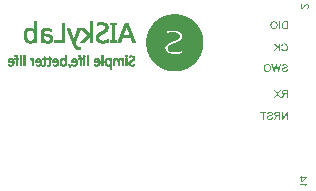
<source format=gbo>
G04*
G04 #@! TF.GenerationSoftware,Altium Limited,Altium Designer,20.0.12 (288)*
G04*
G04 Layer_Color=32896*
%FSLAX25Y25*%
%MOIN*%
G70*
G01*
G75*
%ADD65C,0.00032*%
G36*
X159186Y11052D02*
X160843D01*
Y10797D01*
X159186Y9624D01*
X158897D01*
Y10738D01*
X158283D01*
Y11052D01*
X158897D01*
Y11400D01*
X159186D01*
Y11052D01*
D02*
G37*
G36*
X160854Y8721D02*
X160791Y8684D01*
X160732Y8643D01*
X160673Y8595D01*
X160621Y8551D01*
X160577Y8507D01*
X160540Y8473D01*
X160529Y8459D01*
X160518Y8447D01*
X160514Y8444D01*
X160510Y8440D01*
X160447Y8362D01*
X160388Y8285D01*
X160336Y8211D01*
X160295Y8137D01*
X160258Y8074D01*
X160244Y8048D01*
X160233Y8026D01*
X160222Y8007D01*
X160218Y7992D01*
X160210Y7985D01*
Y7981D01*
X159907D01*
X159929Y8037D01*
X159955Y8092D01*
X159981Y8148D01*
X160007Y8200D01*
X160029Y8244D01*
X160048Y8281D01*
X160062Y8303D01*
X160066Y8307D01*
Y8310D01*
X160107Y8377D01*
X160148Y8436D01*
X160185Y8488D01*
X160218Y8529D01*
X160244Y8566D01*
X160266Y8588D01*
X160281Y8607D01*
X160284Y8610D01*
X158283D01*
Y8925D01*
X160854D01*
Y8721D01*
D02*
G37*
G36*
X159177Y67507D02*
X159239Y67552D01*
X159265Y67574D01*
X159291Y67592D01*
X159313Y67611D01*
X159328Y67626D01*
X159339Y67637D01*
X159343Y67640D01*
X159362Y67659D01*
X159380Y67681D01*
X159428Y67733D01*
X159484Y67792D01*
X159539Y67855D01*
X159587Y67914D01*
X159609Y67940D01*
X159632Y67962D01*
X159646Y67981D01*
X159658Y67996D01*
X159665Y68003D01*
X159669Y68007D01*
X159721Y68066D01*
X159769Y68125D01*
X159817Y68177D01*
X159857Y68225D01*
X159898Y68269D01*
X159935Y68306D01*
X159968Y68343D01*
X159998Y68373D01*
X160028Y68403D01*
X160050Y68425D01*
X160068Y68443D01*
X160087Y68462D01*
X160109Y68480D01*
X160116Y68488D01*
X160179Y68540D01*
X160235Y68584D01*
X160290Y68621D01*
X160335Y68651D01*
X160375Y68673D01*
X160405Y68687D01*
X160424Y68695D01*
X160431Y68699D01*
X160486Y68721D01*
X160542Y68736D01*
X160594Y68750D01*
X160638Y68758D01*
X160679Y68761D01*
X160708Y68765D01*
X160727D01*
X160734D01*
X160790Y68761D01*
X160842Y68754D01*
X160893Y68747D01*
X160938Y68732D01*
X161027Y68695D01*
X161097Y68658D01*
X161130Y68636D01*
X161156Y68617D01*
X161182Y68599D01*
X161200Y68580D01*
X161215Y68565D01*
X161230Y68558D01*
X161234Y68551D01*
X161238Y68547D01*
X161275Y68506D01*
X161308Y68462D01*
X161334Y68414D01*
X161356Y68366D01*
X161393Y68269D01*
X161419Y68173D01*
X161426Y68133D01*
X161434Y68092D01*
X161437Y68055D01*
X161441Y68025D01*
X161445Y67999D01*
Y67962D01*
X161441Y67896D01*
X161437Y67833D01*
X161426Y67774D01*
X161415Y67718D01*
X161400Y67666D01*
X161386Y67618D01*
X161367Y67574D01*
X161348Y67533D01*
X161330Y67496D01*
X161311Y67466D01*
X161297Y67441D01*
X161282Y67418D01*
X161271Y67400D01*
X161260Y67389D01*
X161256Y67381D01*
X161252Y67378D01*
X161215Y67341D01*
X161175Y67307D01*
X161130Y67274D01*
X161086Y67248D01*
X160997Y67204D01*
X160908Y67174D01*
X160868Y67163D01*
X160827Y67152D01*
X160793Y67145D01*
X160764Y67137D01*
X160738Y67133D01*
X160720D01*
X160708Y67130D01*
X160705D01*
X160671Y67452D01*
X160757Y67459D01*
X160830Y67474D01*
X160897Y67496D01*
X160949Y67522D01*
X160993Y67544D01*
X161023Y67566D01*
X161041Y67581D01*
X161049Y67589D01*
X161093Y67644D01*
X161126Y67703D01*
X161152Y67766D01*
X161167Y67822D01*
X161178Y67874D01*
X161182Y67918D01*
X161186Y67933D01*
Y67955D01*
X161182Y68033D01*
X161167Y68103D01*
X161145Y68162D01*
X161123Y68214D01*
X161097Y68255D01*
X161078Y68281D01*
X161064Y68299D01*
X161056Y68306D01*
X161004Y68351D01*
X160953Y68384D01*
X160901Y68410D01*
X160849Y68425D01*
X160808Y68436D01*
X160771Y68440D01*
X160749Y68443D01*
X160745D01*
X160742D01*
X160675Y68436D01*
X160605Y68421D01*
X160542Y68395D01*
X160483Y68369D01*
X160435Y68340D01*
X160394Y68314D01*
X160379Y68306D01*
X160368Y68299D01*
X160364Y68292D01*
X160361D01*
X160320Y68262D01*
X160279Y68225D01*
X160235Y68184D01*
X160190Y68140D01*
X160102Y68047D01*
X160013Y67955D01*
X159972Y67907D01*
X159935Y67866D01*
X159902Y67825D01*
X159872Y67792D01*
X159850Y67766D01*
X159832Y67744D01*
X159820Y67729D01*
X159817Y67725D01*
X159739Y67633D01*
X159665Y67548D01*
X159598Y67478D01*
X159543Y67422D01*
X159495Y67374D01*
X159461Y67341D01*
X159439Y67322D01*
X159436Y67315D01*
X159432D01*
X159369Y67263D01*
X159310Y67222D01*
X159251Y67185D01*
X159199Y67156D01*
X159154Y67133D01*
X159121Y67119D01*
X159099Y67111D01*
X159095Y67108D01*
X159091D01*
X159051Y67093D01*
X159014Y67085D01*
X158977Y67078D01*
X158943Y67074D01*
X158914Y67071D01*
X158892D01*
X158877D01*
X158873D01*
Y68769D01*
X159177D01*
Y67507D01*
D02*
G37*
G36*
X154403Y30221D02*
X154082D01*
Y32197D01*
X152765Y30221D01*
X152419D01*
Y32740D01*
X152739D01*
Y30759D01*
X154060Y32740D01*
X154403D01*
Y30221D01*
D02*
G37*
G36*
X151855D02*
X151520D01*
Y31338D01*
X151090D01*
X151050Y31335D01*
X151021D01*
X150996Y31331D01*
X150977Y31327D01*
X150963D01*
X150956Y31324D01*
X150952D01*
X150894Y31306D01*
X150868Y31295D01*
X150846Y31284D01*
X150825Y31273D01*
X150810Y31265D01*
X150803Y31262D01*
X150799Y31258D01*
X150770Y31236D01*
X150741Y31211D01*
X150686Y31156D01*
X150661Y31131D01*
X150643Y31109D01*
X150632Y31094D01*
X150628Y31091D01*
X150592Y31040D01*
X150552Y30985D01*
X150512Y30927D01*
X150471Y30872D01*
X150439Y30821D01*
X150413Y30781D01*
X150402Y30767D01*
X150395Y30756D01*
X150388Y30749D01*
Y30745D01*
X150057Y30221D01*
X149642D01*
X150075Y30905D01*
X150126Y30978D01*
X150173Y31043D01*
X150220Y31098D01*
X150260Y31149D01*
X150297Y31185D01*
X150326Y31214D01*
X150344Y31233D01*
X150351Y31240D01*
X150381Y31262D01*
X150413Y31287D01*
X150479Y31327D01*
X150508Y31342D01*
X150530Y31356D01*
X150544Y31364D01*
X150552Y31367D01*
X150486Y31378D01*
X150424Y31389D01*
X150370Y31407D01*
X150315Y31422D01*
X150268Y31440D01*
X150224Y31462D01*
X150184Y31480D01*
X150147Y31498D01*
X150118Y31520D01*
X150089Y31538D01*
X150067Y31553D01*
X150049Y31567D01*
X150035Y31578D01*
X150024Y31589D01*
X150020Y31593D01*
X150016Y31597D01*
X149987Y31633D01*
X149958Y31670D01*
X149915Y31746D01*
X149885Y31822D01*
X149864Y31895D01*
X149849Y31957D01*
X149845Y31982D01*
Y32008D01*
X149842Y32026D01*
Y32041D01*
Y32048D01*
Y32052D01*
X149845Y32128D01*
X149856Y32197D01*
X149874Y32263D01*
X149893Y32317D01*
X149915Y32365D01*
X149929Y32401D01*
X149944Y32423D01*
X149947Y32427D01*
Y32430D01*
X149991Y32489D01*
X150035Y32539D01*
X150082Y32583D01*
X150126Y32616D01*
X150166Y32641D01*
X150198Y32656D01*
X150220Y32667D01*
X150224Y32670D01*
X150228D01*
X150260Y32681D01*
X150300Y32692D01*
X150381Y32710D01*
X150468Y32721D01*
X150548Y32732D01*
X150624Y32736D01*
X150657D01*
X150686Y32740D01*
X151855D01*
Y30221D01*
D02*
G37*
G36*
X147159Y32441D02*
X146329D01*
Y30221D01*
X145994D01*
Y32441D01*
X145164D01*
Y32740D01*
X147159D01*
Y32441D01*
D02*
G37*
G36*
X148546Y32780D02*
X148630Y32769D01*
X148710Y32754D01*
X148779Y32740D01*
X148834Y32725D01*
X148859Y32718D01*
X148877Y32710D01*
X148892Y32703D01*
X148903Y32700D01*
X148910Y32696D01*
X148914D01*
X148986Y32660D01*
X149052Y32620D01*
X149107Y32576D01*
X149150Y32536D01*
X149183Y32499D01*
X149208Y32470D01*
X149227Y32448D01*
X149230Y32445D01*
Y32441D01*
X149267Y32379D01*
X149292Y32317D01*
X149310Y32256D01*
X149321Y32201D01*
X149328Y32154D01*
X149336Y32117D01*
Y32103D01*
Y32092D01*
Y32088D01*
Y32084D01*
X149332Y32023D01*
X149321Y31964D01*
X149307Y31910D01*
X149292Y31862D01*
X149278Y31826D01*
X149263Y31797D01*
X149252Y31779D01*
X149249Y31771D01*
X149212Y31720D01*
X149168Y31673D01*
X149125Y31633D01*
X149081Y31600D01*
X149045Y31571D01*
X149012Y31553D01*
X148990Y31538D01*
X148986Y31535D01*
X148983D01*
X148954Y31520D01*
X148921Y31506D01*
X148848Y31480D01*
X148764Y31455D01*
X148684Y31429D01*
X148611Y31407D01*
X148579Y31400D01*
X148550Y31393D01*
X148528Y31385D01*
X148510Y31382D01*
X148499Y31378D01*
X148495D01*
X148433Y31364D01*
X148375Y31349D01*
X148324Y31335D01*
X148280Y31324D01*
X148237Y31313D01*
X148200Y31302D01*
X148167Y31295D01*
X148142Y31284D01*
X148116Y31276D01*
X148098Y31273D01*
X148069Y31262D01*
X148051Y31258D01*
X148047Y31255D01*
X147993Y31233D01*
X147945Y31207D01*
X147905Y31182D01*
X147876Y31160D01*
X147851Y31138D01*
X147836Y31124D01*
X147825Y31113D01*
X147822Y31109D01*
X147796Y31076D01*
X147778Y31040D01*
X147767Y31003D01*
X147756Y30974D01*
X147752Y30945D01*
X147749Y30923D01*
Y30905D01*
Y30901D01*
X147752Y30858D01*
X147760Y30818D01*
X147771Y30781D01*
X147785Y30752D01*
X147800Y30723D01*
X147811Y30705D01*
X147818Y30690D01*
X147822Y30687D01*
X147851Y30650D01*
X147887Y30621D01*
X147924Y30596D01*
X147956Y30570D01*
X147989Y30556D01*
X148014Y30541D01*
X148033Y30534D01*
X148040Y30530D01*
X148095Y30512D01*
X148153Y30497D01*
X148211Y30490D01*
X148262Y30483D01*
X148306Y30479D01*
X148342Y30476D01*
X148375D01*
X148455Y30479D01*
X148528Y30487D01*
X148593Y30497D01*
X148652Y30512D01*
X148699Y30527D01*
X148735Y30537D01*
X148746Y30541D01*
X148757Y30545D01*
X148761Y30548D01*
X148764D01*
X148823Y30577D01*
X148877Y30610D01*
X148917Y30643D01*
X148954Y30676D01*
X148983Y30701D01*
X149001Y30727D01*
X149012Y30741D01*
X149015Y30745D01*
X149041Y30792D01*
X149066Y30843D01*
X149081Y30898D01*
X149096Y30945D01*
X149107Y30992D01*
X149114Y31025D01*
Y31040D01*
X149117Y31051D01*
Y31054D01*
Y31058D01*
X149430Y31029D01*
X149423Y30938D01*
X149409Y30850D01*
X149387Y30774D01*
X149361Y30705D01*
X149336Y30650D01*
X149325Y30628D01*
X149318Y30610D01*
X149307Y30596D01*
X149303Y30585D01*
X149296Y30577D01*
Y30574D01*
X149241Y30505D01*
X149183Y30443D01*
X149121Y30392D01*
X149063Y30348D01*
X149012Y30315D01*
X148968Y30294D01*
X148954Y30286D01*
X148943Y30279D01*
X148935Y30275D01*
X148932D01*
X148841Y30243D01*
X148746Y30217D01*
X148652Y30202D01*
X148561Y30188D01*
X148517Y30184D01*
X148480Y30181D01*
X148448D01*
X148418Y30177D01*
X148360D01*
X148262Y30181D01*
X148171Y30192D01*
X148087Y30210D01*
X148018Y30228D01*
X147960Y30243D01*
X147934Y30253D01*
X147913Y30261D01*
X147898Y30268D01*
X147887Y30272D01*
X147880Y30275D01*
X147876D01*
X147800Y30315D01*
X147734Y30359D01*
X147676Y30406D01*
X147629Y30450D01*
X147592Y30487D01*
X147567Y30519D01*
X147549Y30541D01*
X147545Y30545D01*
Y30548D01*
X147505Y30617D01*
X147476Y30683D01*
X147458Y30745D01*
X147443Y30803D01*
X147436Y30854D01*
X147428Y30894D01*
Y30909D01*
Y30920D01*
Y30923D01*
Y30927D01*
X147432Y31000D01*
X147443Y31069D01*
X147461Y31131D01*
X147479Y31182D01*
X147501Y31225D01*
X147516Y31258D01*
X147530Y31276D01*
X147534Y31284D01*
X147578Y31338D01*
X147629Y31389D01*
X147683Y31433D01*
X147738Y31473D01*
X147785Y31502D01*
X147825Y31524D01*
X147840Y31531D01*
X147851Y31538D01*
X147858Y31542D01*
X147862D01*
X147891Y31557D01*
X147927Y31567D01*
X147967Y31582D01*
X148011Y31597D01*
X148102Y31622D01*
X148196Y31648D01*
X148240Y31659D01*
X148280Y31670D01*
X148320Y31680D01*
X148353Y31688D01*
X148379Y31695D01*
X148400Y31699D01*
X148415Y31702D01*
X148418D01*
X148491Y31720D01*
X148557Y31735D01*
X148615Y31753D01*
X148666Y31768D01*
X148713Y31786D01*
X148753Y31800D01*
X148790Y31815D01*
X148823Y31826D01*
X148848Y31841D01*
X148870Y31851D01*
X148884Y31859D01*
X148899Y31870D01*
X148917Y31881D01*
X148921Y31884D01*
X148954Y31921D01*
X148976Y31957D01*
X148994Y31993D01*
X149005Y32030D01*
X149012Y32059D01*
X149015Y32084D01*
Y32099D01*
Y32106D01*
X149008Y32164D01*
X148994Y32215D01*
X148972Y32259D01*
X148946Y32299D01*
X148925Y32328D01*
X148903Y32354D01*
X148888Y32368D01*
X148881Y32372D01*
X148852Y32390D01*
X148823Y32408D01*
X148753Y32438D01*
X148681Y32456D01*
X148608Y32470D01*
X148542Y32478D01*
X148513Y32481D01*
X148491Y32485D01*
X148440D01*
X148338Y32481D01*
X148248Y32467D01*
X148175Y32445D01*
X148113Y32423D01*
X148065Y32401D01*
X148029Y32379D01*
X148011Y32365D01*
X148004Y32361D01*
X147953Y32310D01*
X147913Y32256D01*
X147880Y32197D01*
X147858Y32139D01*
X147843Y32084D01*
X147833Y32044D01*
X147829Y32026D01*
X147825Y32015D01*
Y32008D01*
Y32004D01*
X147505Y32030D01*
X147512Y32110D01*
X147530Y32183D01*
X147549Y32252D01*
X147574Y32310D01*
X147596Y32357D01*
X147614Y32394D01*
X147621Y32405D01*
X147629Y32416D01*
X147632Y32419D01*
Y32423D01*
X147680Y32485D01*
X147731Y32539D01*
X147785Y32587D01*
X147840Y32623D01*
X147887Y32656D01*
X147924Y32674D01*
X147938Y32681D01*
X147949Y32689D01*
X147956Y32692D01*
X147960D01*
X148040Y32721D01*
X148127Y32743D01*
X148207Y32761D01*
X148284Y32772D01*
X148353Y32780D01*
X148379D01*
X148404Y32783D01*
X148451D01*
X148546Y32780D01*
D02*
G37*
G36*
X151152Y38918D02*
X152124Y37615D01*
X151724D01*
X151087Y38489D01*
X151072Y38510D01*
X151054Y38536D01*
X151014Y38594D01*
X150996Y38623D01*
X150981Y38645D01*
X150970Y38660D01*
X150967Y38663D01*
X150930Y38609D01*
X150897Y38558D01*
X150883Y38539D01*
X150875Y38525D01*
X150868Y38514D01*
X150865Y38510D01*
X150228Y37615D01*
X149816D01*
X150759Y38936D01*
X149885Y40134D01*
X150250D01*
X150752Y39464D01*
X150795Y39409D01*
X150832Y39358D01*
X150868Y39307D01*
X150897Y39268D01*
X150923Y39231D01*
X150941Y39202D01*
X150952Y39187D01*
X150956Y39180D01*
X150981Y39224D01*
X151010Y39271D01*
X151043Y39322D01*
X151076Y39373D01*
X151109Y39417D01*
X151130Y39453D01*
X151141Y39468D01*
X151148Y39479D01*
X151156Y39482D01*
Y39486D01*
X151614Y40134D01*
X152011D01*
X151152Y38918D01*
D02*
G37*
G36*
X154403Y37615D02*
X154068D01*
Y38732D01*
X153638D01*
X153598Y38729D01*
X153569D01*
X153544Y38725D01*
X153525Y38721D01*
X153511D01*
X153504Y38718D01*
X153500D01*
X153442Y38700D01*
X153416Y38689D01*
X153394Y38678D01*
X153373Y38667D01*
X153358Y38660D01*
X153351Y38656D01*
X153347Y38652D01*
X153318Y38631D01*
X153289Y38605D01*
X153234Y38550D01*
X153209Y38525D01*
X153191Y38503D01*
X153180Y38489D01*
X153176Y38485D01*
X153140Y38434D01*
X153100Y38379D01*
X153059Y38321D01*
X153019Y38266D01*
X152987Y38216D01*
X152961Y38175D01*
X152950Y38161D01*
X152943Y38150D01*
X152936Y38143D01*
Y38139D01*
X152604Y37615D01*
X152190D01*
X152623Y38299D01*
X152674Y38372D01*
X152721Y38438D01*
X152768Y38492D01*
X152808Y38543D01*
X152845Y38579D01*
X152874Y38609D01*
X152892Y38627D01*
X152899Y38634D01*
X152928Y38656D01*
X152961Y38681D01*
X153027Y38721D01*
X153056Y38736D01*
X153078Y38751D01*
X153092Y38758D01*
X153100Y38761D01*
X153034Y38772D01*
X152972Y38783D01*
X152918Y38802D01*
X152863Y38816D01*
X152816Y38834D01*
X152772Y38856D01*
X152732Y38874D01*
X152696Y38892D01*
X152666Y38914D01*
X152637Y38933D01*
X152615Y38947D01*
X152597Y38962D01*
X152583Y38973D01*
X152572Y38984D01*
X152568Y38987D01*
X152565Y38991D01*
X152535Y39027D01*
X152506Y39064D01*
X152463Y39140D01*
X152433Y39217D01*
X152412Y39289D01*
X152397Y39351D01*
X152393Y39377D01*
Y39402D01*
X152390Y39420D01*
Y39435D01*
Y39442D01*
Y39446D01*
X152393Y39522D01*
X152404Y39591D01*
X152422Y39657D01*
X152441Y39711D01*
X152463Y39759D01*
X152477Y39795D01*
X152492Y39817D01*
X152495Y39821D01*
Y39824D01*
X152539Y39883D01*
X152583Y39934D01*
X152630Y39977D01*
X152674Y40010D01*
X152714Y40036D01*
X152746Y40050D01*
X152768Y40061D01*
X152772Y40065D01*
X152776D01*
X152808Y40075D01*
X152848Y40086D01*
X152928Y40105D01*
X153016Y40116D01*
X153096Y40126D01*
X153172Y40130D01*
X153205D01*
X153234Y40134D01*
X154403D01*
Y37615D01*
D02*
G37*
G36*
X151516Y46183D02*
X151167D01*
X150635Y48101D01*
X150621Y48149D01*
X150610Y48200D01*
X150595Y48251D01*
X150584Y48294D01*
X150573Y48335D01*
X150566Y48367D01*
X150563Y48389D01*
X150559Y48393D01*
Y48396D01*
X150555Y48386D01*
X150552Y48367D01*
X150541Y48327D01*
X150526Y48280D01*
X150512Y48229D01*
X150501Y48182D01*
X150490Y48142D01*
X150486Y48123D01*
X150482Y48112D01*
X150479Y48105D01*
Y48101D01*
X149951Y46183D01*
X149623D01*
X148932Y48702D01*
X149270D01*
X149663Y47082D01*
X149692Y46970D01*
X149714Y46868D01*
X149736Y46773D01*
X149754Y46693D01*
X149765Y46657D01*
X149769Y46624D01*
X149776Y46598D01*
X149780Y46576D01*
X149787Y46558D01*
Y46544D01*
X149791Y46536D01*
Y46533D01*
X149816Y46693D01*
X149849Y46849D01*
X149882Y46999D01*
X149896Y47068D01*
X149915Y47137D01*
X149929Y47199D01*
X149944Y47253D01*
X149958Y47301D01*
X149969Y47344D01*
X149976Y47377D01*
X149984Y47403D01*
X149991Y47421D01*
Y47425D01*
X150348Y48702D01*
X150752D01*
X151229Y46999D01*
X151232Y46984D01*
X151240Y46962D01*
X151247Y46933D01*
X151254Y46900D01*
X151265Y46864D01*
X151272Y46824D01*
X151294Y46744D01*
X151312Y46664D01*
X151323Y46627D01*
X151330Y46598D01*
X151334Y46569D01*
X151341Y46551D01*
X151345Y46536D01*
Y46533D01*
X151363Y46627D01*
X151382Y46722D01*
X151400Y46809D01*
X151418Y46886D01*
X151425Y46922D01*
X151432Y46955D01*
X151440Y46980D01*
X151443Y47006D01*
X151447Y47024D01*
X151451Y47039D01*
X151454Y47046D01*
Y47050D01*
X151829Y48702D01*
X152175D01*
X151516Y46183D01*
D02*
G37*
G36*
X153518Y48742D02*
X153602Y48731D01*
X153682Y48717D01*
X153751Y48702D01*
X153806Y48688D01*
X153831Y48680D01*
X153849Y48673D01*
X153864Y48666D01*
X153875Y48662D01*
X153882Y48658D01*
X153886D01*
X153959Y48622D01*
X154024Y48582D01*
X154079Y48538D01*
X154122Y48498D01*
X154155Y48462D01*
X154181Y48433D01*
X154199Y48411D01*
X154202Y48407D01*
Y48404D01*
X154239Y48342D01*
X154264Y48280D01*
X154283Y48218D01*
X154294Y48163D01*
X154301Y48116D01*
X154308Y48080D01*
Y48065D01*
Y48054D01*
Y48051D01*
Y48047D01*
X154304Y47985D01*
X154294Y47927D01*
X154279Y47872D01*
X154264Y47825D01*
X154250Y47789D01*
X154235Y47759D01*
X154224Y47741D01*
X154221Y47734D01*
X154184Y47683D01*
X154141Y47636D01*
X154097Y47596D01*
X154053Y47563D01*
X154017Y47534D01*
X153984Y47515D01*
X153962Y47501D01*
X153959Y47497D01*
X153955D01*
X153926Y47483D01*
X153893Y47468D01*
X153820Y47443D01*
X153737Y47417D01*
X153656Y47392D01*
X153584Y47370D01*
X153551Y47363D01*
X153522Y47355D01*
X153500Y47348D01*
X153482Y47344D01*
X153471Y47341D01*
X153467D01*
X153405Y47326D01*
X153347Y47312D01*
X153296Y47297D01*
X153252Y47286D01*
X153209Y47275D01*
X153172Y47264D01*
X153140Y47257D01*
X153114Y47246D01*
X153089Y47239D01*
X153070Y47235D01*
X153041Y47224D01*
X153023Y47221D01*
X153019Y47217D01*
X152965Y47195D01*
X152918Y47170D01*
X152877Y47144D01*
X152848Y47122D01*
X152823Y47100D01*
X152808Y47086D01*
X152797Y47075D01*
X152794Y47071D01*
X152768Y47039D01*
X152750Y47002D01*
X152739Y46966D01*
X152728Y46937D01*
X152725Y46908D01*
X152721Y46886D01*
Y46868D01*
Y46864D01*
X152725Y46820D01*
X152732Y46780D01*
X152743Y46744D01*
X152757Y46715D01*
X152772Y46686D01*
X152783Y46667D01*
X152790Y46653D01*
X152794Y46649D01*
X152823Y46613D01*
X152859Y46584D01*
X152896Y46558D01*
X152928Y46533D01*
X152961Y46518D01*
X152987Y46504D01*
X153005Y46496D01*
X153012Y46493D01*
X153067Y46474D01*
X153125Y46460D01*
X153183Y46453D01*
X153234Y46445D01*
X153278Y46442D01*
X153314Y46438D01*
X153347D01*
X153427Y46442D01*
X153500Y46449D01*
X153566Y46460D01*
X153624Y46474D01*
X153671Y46489D01*
X153707Y46500D01*
X153718Y46504D01*
X153729Y46507D01*
X153733Y46511D01*
X153737D01*
X153795Y46540D01*
X153849Y46573D01*
X153890Y46606D01*
X153926Y46638D01*
X153955Y46664D01*
X153973Y46689D01*
X153984Y46704D01*
X153988Y46707D01*
X154013Y46755D01*
X154039Y46806D01*
X154053Y46860D01*
X154068Y46908D01*
X154079Y46955D01*
X154086Y46988D01*
Y47002D01*
X154090Y47013D01*
Y47017D01*
Y47021D01*
X154403Y46991D01*
X154395Y46900D01*
X154381Y46813D01*
X154359Y46736D01*
X154333Y46667D01*
X154308Y46613D01*
X154297Y46591D01*
X154290Y46573D01*
X154279Y46558D01*
X154275Y46547D01*
X154268Y46540D01*
Y46536D01*
X154213Y46467D01*
X154155Y46405D01*
X154093Y46354D01*
X154035Y46311D01*
X153984Y46278D01*
X153940Y46256D01*
X153926Y46249D01*
X153915Y46242D01*
X153908Y46238D01*
X153904D01*
X153813Y46205D01*
X153718Y46180D01*
X153624Y46165D01*
X153533Y46150D01*
X153489Y46147D01*
X153453Y46143D01*
X153420D01*
X153391Y46140D01*
X153332D01*
X153234Y46143D01*
X153143Y46154D01*
X153059Y46172D01*
X152990Y46191D01*
X152932Y46205D01*
X152907Y46216D01*
X152885Y46223D01*
X152870Y46231D01*
X152859Y46234D01*
X152852Y46238D01*
X152848D01*
X152772Y46278D01*
X152706Y46322D01*
X152648Y46369D01*
X152601Y46413D01*
X152565Y46449D01*
X152539Y46482D01*
X152521Y46504D01*
X152517Y46507D01*
Y46511D01*
X152477Y46580D01*
X152448Y46646D01*
X152430Y46707D01*
X152415Y46766D01*
X152408Y46817D01*
X152401Y46857D01*
Y46871D01*
Y46882D01*
Y46886D01*
Y46889D01*
X152404Y46962D01*
X152415Y47031D01*
X152433Y47093D01*
X152452Y47144D01*
X152473Y47188D01*
X152488Y47221D01*
X152503Y47239D01*
X152506Y47246D01*
X152550Y47301D01*
X152601Y47352D01*
X152655Y47395D01*
X152710Y47435D01*
X152757Y47464D01*
X152797Y47486D01*
X152812Y47494D01*
X152823Y47501D01*
X152830Y47505D01*
X152834D01*
X152863Y47519D01*
X152899Y47530D01*
X152939Y47545D01*
X152983Y47559D01*
X153074Y47585D01*
X153169Y47610D01*
X153212Y47621D01*
X153252Y47632D01*
X153293Y47643D01*
X153325Y47650D01*
X153351Y47657D01*
X153373Y47661D01*
X153387Y47665D01*
X153391D01*
X153464Y47683D01*
X153529Y47697D01*
X153587Y47716D01*
X153638Y47730D01*
X153686Y47749D01*
X153726Y47763D01*
X153762Y47778D01*
X153795Y47789D01*
X153820Y47803D01*
X153842Y47814D01*
X153857Y47821D01*
X153871Y47832D01*
X153890Y47843D01*
X153893Y47847D01*
X153926Y47883D01*
X153948Y47919D01*
X153966Y47956D01*
X153977Y47992D01*
X153984Y48022D01*
X153988Y48047D01*
Y48061D01*
Y48069D01*
X153980Y48127D01*
X153966Y48178D01*
X153944Y48222D01*
X153919Y48262D01*
X153897Y48291D01*
X153875Y48316D01*
X153860Y48331D01*
X153853Y48335D01*
X153824Y48353D01*
X153795Y48371D01*
X153726Y48400D01*
X153653Y48418D01*
X153580Y48433D01*
X153515Y48440D01*
X153485Y48444D01*
X153464Y48447D01*
X153413D01*
X153311Y48444D01*
X153220Y48429D01*
X153147Y48407D01*
X153085Y48386D01*
X153038Y48364D01*
X153001Y48342D01*
X152983Y48327D01*
X152976Y48324D01*
X152925Y48273D01*
X152885Y48218D01*
X152852Y48160D01*
X152830Y48101D01*
X152816Y48047D01*
X152805Y48007D01*
X152801Y47989D01*
X152797Y47978D01*
Y47971D01*
Y47967D01*
X152477Y47992D01*
X152484Y48072D01*
X152503Y48145D01*
X152521Y48214D01*
X152546Y48273D01*
X152568Y48320D01*
X152586Y48356D01*
X152594Y48367D01*
X152601Y48378D01*
X152604Y48382D01*
Y48386D01*
X152652Y48447D01*
X152703Y48502D01*
X152757Y48549D01*
X152812Y48586D01*
X152859Y48618D01*
X152896Y48637D01*
X152910Y48644D01*
X152921Y48651D01*
X152928Y48655D01*
X152932D01*
X153012Y48684D01*
X153100Y48706D01*
X153180Y48724D01*
X153256Y48735D01*
X153325Y48742D01*
X153351D01*
X153376Y48746D01*
X153424D01*
X153518Y48742D01*
D02*
G37*
G36*
X147614D02*
X147705Y48731D01*
X147792Y48713D01*
X147876Y48691D01*
X147953Y48662D01*
X148025Y48633D01*
X148091Y48600D01*
X148149Y48568D01*
X148204Y48535D01*
X148251Y48502D01*
X148291Y48473D01*
X148324Y48444D01*
X148349Y48422D01*
X148371Y48404D01*
X148382Y48393D01*
X148386Y48389D01*
X148444Y48320D01*
X148495Y48247D01*
X148542Y48167D01*
X148579Y48087D01*
X148611Y48003D01*
X148641Y47923D01*
X148662Y47843D01*
X148677Y47767D01*
X148691Y47694D01*
X148702Y47625D01*
X148710Y47563D01*
X148717Y47512D01*
Y47468D01*
X148721Y47435D01*
Y47414D01*
Y47410D01*
Y47406D01*
X148713Y47282D01*
X148699Y47170D01*
X148677Y47060D01*
X148662Y47013D01*
X148648Y46966D01*
X148637Y46926D01*
X148622Y46889D01*
X148611Y46857D01*
X148600Y46828D01*
X148593Y46806D01*
X148586Y46791D01*
X148579Y46780D01*
Y46777D01*
X148517Y46671D01*
X148451Y46580D01*
X148379Y46500D01*
X148309Y46434D01*
X148248Y46380D01*
X148222Y46358D01*
X148200Y46343D01*
X148178Y46329D01*
X148164Y46318D01*
X148156Y46314D01*
X148153Y46311D01*
X148098Y46281D01*
X148044Y46256D01*
X147934Y46212D01*
X147829Y46183D01*
X147731Y46161D01*
X147683Y46154D01*
X147643Y46150D01*
X147607Y46143D01*
X147574D01*
X147552Y46140D01*
X147516D01*
X147396Y46147D01*
X147283Y46165D01*
X147177Y46187D01*
X147130Y46202D01*
X147086Y46216D01*
X147046Y46231D01*
X147010Y46245D01*
X146981Y46256D01*
X146955Y46267D01*
X146933Y46278D01*
X146915Y46285D01*
X146908Y46292D01*
X146904D01*
X146802Y46358D01*
X146715Y46431D01*
X146642Y46507D01*
X146580Y46580D01*
X146529Y46649D01*
X146511Y46675D01*
X146497Y46700D01*
X146482Y46722D01*
X146475Y46736D01*
X146467Y46747D01*
Y46751D01*
X146438Y46809D01*
X146416Y46868D01*
X146377Y46984D01*
X146347Y47100D01*
X146329Y47206D01*
X146326Y47253D01*
X146318Y47297D01*
X146315Y47337D01*
Y47370D01*
X146311Y47399D01*
Y47417D01*
Y47432D01*
Y47435D01*
X146318Y47574D01*
X146333Y47701D01*
X146344Y47759D01*
X146358Y47818D01*
X146373Y47869D01*
X146384Y47916D01*
X146398Y47960D01*
X146413Y48000D01*
X146424Y48032D01*
X146438Y48061D01*
X146446Y48083D01*
X146453Y48098D01*
X146460Y48109D01*
Y48112D01*
X146519Y48218D01*
X146588Y48313D01*
X146660Y48393D01*
X146726Y48458D01*
X146788Y48509D01*
X146817Y48531D01*
X146839Y48549D01*
X146861Y48560D01*
X146875Y48571D01*
X146882Y48575D01*
X146886Y48578D01*
X146941Y48608D01*
X146995Y48633D01*
X147101Y48677D01*
X147210Y48706D01*
X147305Y48724D01*
X147348Y48731D01*
X147392Y48739D01*
X147425Y48742D01*
X147458D01*
X147483Y48746D01*
X147516D01*
X147614Y48742D01*
D02*
G37*
G36*
X151778Y53076D02*
X151443D01*
Y53949D01*
X151032Y54346D01*
X150137Y53076D01*
X149696D01*
X150799Y54572D01*
X149743Y55595D01*
X150198D01*
X151443Y54343D01*
Y55595D01*
X151778D01*
Y53076D01*
D02*
G37*
G36*
X153336Y55631D02*
X153453Y55613D01*
X153555Y55591D01*
X153602Y55577D01*
X153646Y55562D01*
X153686Y55547D01*
X153722Y55533D01*
X153751Y55522D01*
X153780Y55511D01*
X153798Y55500D01*
X153813Y55493D01*
X153824Y55489D01*
X153828Y55486D01*
X153926Y55424D01*
X154010Y55351D01*
X154082Y55278D01*
X154144Y55205D01*
X154192Y55140D01*
X154210Y55111D01*
X154224Y55085D01*
X154239Y55067D01*
X154246Y55052D01*
X154250Y55041D01*
X154253Y55038D01*
X154304Y54925D01*
X154341Y54808D01*
X154366Y54692D01*
X154385Y54586D01*
X154392Y54539D01*
X154395Y54492D01*
X154399Y54456D01*
Y54419D01*
X154403Y54394D01*
Y54372D01*
Y54357D01*
Y54353D01*
X154395Y54223D01*
X154381Y54095D01*
X154363Y53982D01*
X154348Y53928D01*
X154337Y53880D01*
X154326Y53837D01*
X154312Y53797D01*
X154301Y53760D01*
X154294Y53731D01*
X154283Y53709D01*
X154279Y53691D01*
X154272Y53680D01*
Y53676D01*
X154217Y53567D01*
X154155Y53469D01*
X154090Y53385D01*
X154057Y53352D01*
X154028Y53320D01*
X153999Y53291D01*
X153970Y53265D01*
X153944Y53243D01*
X153922Y53229D01*
X153908Y53214D01*
X153893Y53203D01*
X153886Y53200D01*
X153882Y53196D01*
X153831Y53167D01*
X153780Y53141D01*
X153671Y53101D01*
X153562Y53072D01*
X153456Y53054D01*
X153405Y53047D01*
X153362Y53039D01*
X153322Y53036D01*
X153289D01*
X153260Y53032D01*
X153220D01*
X153147Y53036D01*
X153078Y53043D01*
X153012Y53050D01*
X152950Y53065D01*
X152892Y53083D01*
X152838Y53101D01*
X152787Y53120D01*
X152739Y53141D01*
X152699Y53160D01*
X152659Y53178D01*
X152630Y53196D01*
X152601Y53214D01*
X152583Y53229D01*
X152565Y53236D01*
X152557Y53243D01*
X152554Y53247D01*
X152503Y53291D01*
X152459Y53334D01*
X152419Y53385D01*
X152379Y53436D01*
X152313Y53538D01*
X152262Y53640D01*
X152241Y53687D01*
X152222Y53731D01*
X152208Y53771D01*
X152197Y53804D01*
X152186Y53833D01*
X152179Y53855D01*
X152175Y53869D01*
Y53873D01*
X152510Y53957D01*
X152524Y53899D01*
X152543Y53844D01*
X152561Y53793D01*
X152579Y53746D01*
X152601Y53702D01*
X152623Y53666D01*
X152648Y53629D01*
X152670Y53596D01*
X152688Y53567D01*
X152710Y53545D01*
X152728Y53524D01*
X152743Y53505D01*
X152757Y53495D01*
X152768Y53484D01*
X152772Y53480D01*
X152776Y53476D01*
X152812Y53447D01*
X152852Y53425D01*
X152932Y53385D01*
X153009Y53356D01*
X153085Y53338D01*
X153150Y53323D01*
X153176Y53320D01*
X153201D01*
X153223Y53316D01*
X153249D01*
X153332Y53320D01*
X153413Y53334D01*
X153485Y53352D01*
X153551Y53374D01*
X153602Y53396D01*
X153624Y53407D01*
X153642Y53414D01*
X153656Y53422D01*
X153667Y53429D01*
X153675Y53433D01*
X153678D01*
X153747Y53484D01*
X153806Y53538D01*
X153857Y53600D01*
X153897Y53658D01*
X153929Y53709D01*
X153951Y53753D01*
X153959Y53771D01*
X153966Y53782D01*
X153970Y53789D01*
Y53793D01*
X153999Y53888D01*
X154021Y53982D01*
X154039Y54077D01*
X154050Y54164D01*
X154053Y54204D01*
X154057Y54241D01*
Y54273D01*
X154060Y54299D01*
Y54321D01*
Y54339D01*
Y54350D01*
Y54353D01*
X154057Y54448D01*
X154050Y54536D01*
X154035Y54616D01*
X154021Y54688D01*
X154010Y54750D01*
X154002Y54776D01*
X153995Y54798D01*
X153991Y54816D01*
X153988Y54827D01*
X153984Y54834D01*
Y54838D01*
X153948Y54921D01*
X153908Y54998D01*
X153864Y55060D01*
X153817Y55114D01*
X153777Y55158D01*
X153744Y55187D01*
X153718Y55205D01*
X153715Y55213D01*
X153711D01*
X153635Y55260D01*
X153551Y55296D01*
X153471Y55322D01*
X153394Y55336D01*
X153325Y55347D01*
X153296Y55351D01*
X153271D01*
X153252Y55354D01*
X153223D01*
X153132Y55351D01*
X153049Y55336D01*
X152979Y55314D01*
X152918Y55293D01*
X152870Y55267D01*
X152834Y55249D01*
X152812Y55234D01*
X152805Y55227D01*
X152746Y55172D01*
X152692Y55111D01*
X152648Y55045D01*
X152612Y54980D01*
X152583Y54921D01*
X152572Y54892D01*
X152565Y54870D01*
X152557Y54852D01*
X152550Y54838D01*
X152546Y54830D01*
Y54827D01*
X152219Y54903D01*
X152241Y54969D01*
X152262Y55027D01*
X152292Y55081D01*
X152317Y55136D01*
X152346Y55184D01*
X152379Y55227D01*
X152408Y55271D01*
X152437Y55307D01*
X152466Y55336D01*
X152492Y55366D01*
X152517Y55391D01*
X152535Y55409D01*
X152554Y55427D01*
X152568Y55438D01*
X152575Y55442D01*
X152579Y55445D01*
X152630Y55478D01*
X152681Y55511D01*
X152732Y55537D01*
X152787Y55558D01*
X152896Y55591D01*
X152994Y55613D01*
X153041Y55624D01*
X153081Y55628D01*
X153121Y55631D01*
X153154Y55635D01*
X153180Y55638D01*
X153216D01*
X153336Y55631D01*
D02*
G37*
G36*
X154403Y60485D02*
X153496D01*
X153413Y60489D01*
X153336Y60493D01*
X153267Y60500D01*
X153209Y60507D01*
X153158Y60514D01*
X153121Y60518D01*
X153111Y60522D01*
X153100Y60525D01*
X153092D01*
X153027Y60544D01*
X152969Y60565D01*
X152918Y60584D01*
X152874Y60605D01*
X152838Y60624D01*
X152812Y60638D01*
X152797Y60649D01*
X152790Y60653D01*
X152743Y60685D01*
X152703Y60725D01*
X152663Y60762D01*
X152630Y60798D01*
X152601Y60831D01*
X152579Y60857D01*
X152565Y60875D01*
X152561Y60882D01*
X152524Y60940D01*
X152488Y61002D01*
X152459Y61060D01*
X152437Y61119D01*
X152415Y61170D01*
X152401Y61210D01*
X152397Y61224D01*
X152393Y61235D01*
X152390Y61242D01*
Y61246D01*
X152368Y61333D01*
X152350Y61421D01*
X152339Y61505D01*
X152328Y61585D01*
X152324Y61654D01*
Y61683D01*
X152321Y61708D01*
Y61726D01*
Y61745D01*
Y61752D01*
Y61756D01*
X152324Y61879D01*
X152335Y61992D01*
X152353Y62094D01*
X152361Y62142D01*
X152372Y62182D01*
X152383Y62222D01*
X152390Y62254D01*
X152397Y62283D01*
X152408Y62309D01*
X152412Y62331D01*
X152419Y62345D01*
X152422Y62353D01*
Y62356D01*
X152463Y62451D01*
X152510Y62535D01*
X152561Y62607D01*
X152608Y62669D01*
X152652Y62720D01*
X152688Y62757D01*
X152703Y62768D01*
X152714Y62779D01*
X152717Y62782D01*
X152721Y62786D01*
X152779Y62833D01*
X152841Y62870D01*
X152903Y62902D01*
X152961Y62928D01*
X153012Y62946D01*
X153052Y62957D01*
X153067Y62964D01*
X153078D01*
X153085Y62968D01*
X153089D01*
X153150Y62979D01*
X153223Y62990D01*
X153296Y62997D01*
X153369Y63001D01*
X153434Y63004D01*
X154403D01*
Y60485D01*
D02*
G37*
G36*
X151807D02*
X151472D01*
Y63004D01*
X151807D01*
Y60485D01*
D02*
G37*
G36*
X149878Y63044D02*
X149969Y63033D01*
X150057Y63015D01*
X150140Y62993D01*
X150217Y62964D01*
X150289Y62935D01*
X150355Y62902D01*
X150413Y62870D01*
X150468Y62837D01*
X150515Y62804D01*
X150555Y62775D01*
X150588Y62746D01*
X150613Y62724D01*
X150635Y62706D01*
X150646Y62695D01*
X150650Y62691D01*
X150708Y62622D01*
X150759Y62549D01*
X150806Y62469D01*
X150843Y62389D01*
X150875Y62305D01*
X150905Y62225D01*
X150926Y62145D01*
X150941Y62069D01*
X150956Y61996D01*
X150967Y61927D01*
X150974Y61865D01*
X150981Y61814D01*
Y61770D01*
X150985Y61738D01*
Y61716D01*
Y61712D01*
Y61708D01*
X150977Y61585D01*
X150963Y61472D01*
X150941Y61362D01*
X150926Y61315D01*
X150912Y61268D01*
X150901Y61228D01*
X150886Y61191D01*
X150875Y61159D01*
X150865Y61130D01*
X150857Y61108D01*
X150850Y61093D01*
X150843Y61082D01*
Y61079D01*
X150781Y60973D01*
X150715Y60882D01*
X150643Y60802D01*
X150573Y60737D01*
X150512Y60682D01*
X150486Y60660D01*
X150464Y60646D01*
X150442Y60631D01*
X150428Y60620D01*
X150420Y60616D01*
X150417Y60613D01*
X150362Y60584D01*
X150308Y60558D01*
X150198Y60514D01*
X150093Y60485D01*
X149995Y60464D01*
X149947Y60456D01*
X149907Y60453D01*
X149871Y60445D01*
X149838D01*
X149816Y60442D01*
X149780D01*
X149660Y60449D01*
X149547Y60467D01*
X149441Y60489D01*
X149394Y60504D01*
X149350Y60518D01*
X149310Y60533D01*
X149274Y60547D01*
X149245Y60558D01*
X149219Y60569D01*
X149197Y60580D01*
X149179Y60587D01*
X149172Y60594D01*
X149168D01*
X149066Y60660D01*
X148979Y60733D01*
X148906Y60809D01*
X148844Y60882D01*
X148793Y60951D01*
X148775Y60977D01*
X148761Y61002D01*
X148746Y61024D01*
X148739Y61039D01*
X148732Y61049D01*
Y61053D01*
X148702Y61111D01*
X148681Y61170D01*
X148641Y61286D01*
X148611Y61403D01*
X148593Y61508D01*
X148590Y61555D01*
X148582Y61599D01*
X148579Y61639D01*
Y61672D01*
X148575Y61701D01*
Y61719D01*
Y61734D01*
Y61738D01*
X148582Y61876D01*
X148597Y62003D01*
X148608Y62061D01*
X148622Y62120D01*
X148637Y62171D01*
X148648Y62218D01*
X148662Y62262D01*
X148677Y62302D01*
X148688Y62334D01*
X148702Y62363D01*
X148710Y62385D01*
X148717Y62400D01*
X148724Y62411D01*
Y62414D01*
X148783Y62520D01*
X148852Y62615D01*
X148925Y62695D01*
X148990Y62760D01*
X149052Y62811D01*
X149081Y62833D01*
X149103Y62851D01*
X149125Y62862D01*
X149139Y62873D01*
X149146Y62877D01*
X149150Y62880D01*
X149205Y62910D01*
X149259Y62935D01*
X149365Y62979D01*
X149474Y63008D01*
X149569Y63026D01*
X149612Y63033D01*
X149656Y63041D01*
X149689Y63044D01*
X149722D01*
X149747Y63048D01*
X149780D01*
X149878Y63044D01*
D02*
G37*
%LPC*%
G36*
X160333Y10738D02*
X159186D01*
Y9931D01*
X160333Y10738D01*
D02*
G37*
G36*
X151520Y32459D02*
X150726D01*
X150628Y32456D01*
X150544Y32441D01*
X150471Y32423D01*
X150417Y32401D01*
X150370Y32379D01*
X150340Y32361D01*
X150322Y32346D01*
X150315Y32343D01*
X150271Y32296D01*
X150239Y32248D01*
X150217Y32197D01*
X150198Y32154D01*
X150191Y32110D01*
X150188Y32077D01*
X150184Y32055D01*
Y32052D01*
Y32048D01*
X150188Y32004D01*
X150195Y31961D01*
X150206Y31924D01*
X150217Y31892D01*
X150231Y31862D01*
X150242Y31841D01*
X150250Y31826D01*
X150253Y31822D01*
X150279Y31786D01*
X150311Y31753D01*
X150344Y31728D01*
X150377Y31706D01*
X150406Y31691D01*
X150428Y31680D01*
X150442Y31673D01*
X150450Y31670D01*
X150501Y31655D01*
X150559Y31644D01*
X150617Y31637D01*
X150675Y31633D01*
X150726Y31629D01*
X150770Y31626D01*
X151520D01*
Y32459D01*
D02*
G37*
G36*
X154068Y39854D02*
X153274D01*
X153176Y39850D01*
X153092Y39835D01*
X153019Y39817D01*
X152965Y39795D01*
X152918Y39773D01*
X152888Y39755D01*
X152870Y39741D01*
X152863Y39737D01*
X152819Y39690D01*
X152787Y39642D01*
X152765Y39591D01*
X152746Y39548D01*
X152739Y39504D01*
X152736Y39471D01*
X152732Y39450D01*
Y39446D01*
Y39442D01*
X152736Y39399D01*
X152743Y39355D01*
X152754Y39318D01*
X152765Y39286D01*
X152779Y39257D01*
X152790Y39235D01*
X152797Y39220D01*
X152801Y39217D01*
X152827Y39180D01*
X152859Y39147D01*
X152892Y39122D01*
X152925Y39100D01*
X152954Y39085D01*
X152976Y39075D01*
X152990Y39067D01*
X152998Y39064D01*
X153049Y39049D01*
X153107Y39038D01*
X153165Y39031D01*
X153223Y39027D01*
X153274Y39024D01*
X153318Y39020D01*
X154068D01*
Y39854D01*
D02*
G37*
G36*
X147549Y48458D02*
X147516D01*
X147425Y48455D01*
X147337Y48440D01*
X147261Y48418D01*
X147195Y48396D01*
X147141Y48371D01*
X147119Y48360D01*
X147101Y48353D01*
X147083Y48342D01*
X147072Y48338D01*
X147068Y48331D01*
X147064D01*
X146995Y48280D01*
X146933Y48222D01*
X146879Y48163D01*
X146835Y48105D01*
X146802Y48054D01*
X146777Y48011D01*
X146770Y47996D01*
X146762Y47985D01*
X146759Y47978D01*
Y47974D01*
X146722Y47887D01*
X146697Y47792D01*
X146679Y47705D01*
X146668Y47621D01*
X146660Y47581D01*
X146657Y47548D01*
Y47515D01*
X146653Y47490D01*
Y47468D01*
Y47454D01*
Y47443D01*
Y47439D01*
X146657Y47352D01*
X146664Y47268D01*
X146675Y47188D01*
X146689Y47115D01*
X146711Y47050D01*
X146730Y46988D01*
X146751Y46929D01*
X146773Y46878D01*
X146799Y46835D01*
X146821Y46795D01*
X146839Y46762D01*
X146857Y46736D01*
X146875Y46715D01*
X146886Y46696D01*
X146893Y46689D01*
X146897Y46686D01*
X146944Y46638D01*
X146995Y46598D01*
X147046Y46565D01*
X147097Y46533D01*
X147148Y46507D01*
X147203Y46489D01*
X147250Y46471D01*
X147301Y46456D01*
X147345Y46445D01*
X147388Y46438D01*
X147425Y46431D01*
X147458Y46427D01*
X147483D01*
X147501Y46424D01*
X147520D01*
X147589Y46427D01*
X147654Y46434D01*
X147712Y46449D01*
X147771Y46464D01*
X147825Y46485D01*
X147876Y46507D01*
X147924Y46529D01*
X147967Y46554D01*
X148004Y46580D01*
X148036Y46602D01*
X148065Y46624D01*
X148091Y46646D01*
X148109Y46660D01*
X148124Y46675D01*
X148131Y46682D01*
X148135Y46686D01*
X148178Y46736D01*
X148215Y46791D01*
X148248Y46849D01*
X148277Y46908D01*
X148298Y46970D01*
X148320Y47028D01*
X148349Y47144D01*
X148357Y47195D01*
X148364Y47246D01*
X148371Y47290D01*
X148375Y47326D01*
X148379Y47359D01*
Y47385D01*
Y47399D01*
Y47403D01*
X148375Y47505D01*
X148368Y47599D01*
X148357Y47690D01*
X148338Y47770D01*
X148320Y47843D01*
X148298Y47909D01*
X148273Y47971D01*
X148251Y48022D01*
X148226Y48069D01*
X148204Y48109D01*
X148182Y48142D01*
X148164Y48167D01*
X148145Y48189D01*
X148135Y48204D01*
X148127Y48211D01*
X148124Y48214D01*
X148076Y48258D01*
X148025Y48294D01*
X147975Y48327D01*
X147920Y48356D01*
X147869Y48378D01*
X147818Y48400D01*
X147723Y48429D01*
X147680Y48436D01*
X147640Y48444D01*
X147607Y48451D01*
X147574Y48455D01*
X147549Y48458D01*
D02*
G37*
G36*
X154068Y62706D02*
X153485D01*
X153438Y62702D01*
X153391D01*
X153347Y62698D01*
X153274Y62687D01*
X153216Y62680D01*
X153169Y62669D01*
X153136Y62658D01*
X153118Y62655D01*
X153111Y62651D01*
X153045Y62618D01*
X152983Y62578D01*
X152928Y62531D01*
X152881Y62484D01*
X152845Y62440D01*
X152816Y62404D01*
X152808Y62389D01*
X152801Y62378D01*
X152794Y62371D01*
Y62367D01*
X152772Y62327D01*
X152750Y62280D01*
X152717Y62185D01*
X152696Y62083D01*
X152677Y61985D01*
X152674Y61941D01*
X152670Y61898D01*
X152666Y61861D01*
Y61829D01*
X152663Y61799D01*
Y61781D01*
Y61767D01*
Y61763D01*
X152666Y61661D01*
X152674Y61566D01*
X152685Y61483D01*
X152696Y61410D01*
X152703Y61381D01*
X152710Y61355D01*
X152717Y61330D01*
X152721Y61312D01*
X152725Y61297D01*
X152728Y61286D01*
X152732Y61279D01*
Y61275D01*
X152757Y61206D01*
X152787Y61144D01*
X152819Y61089D01*
X152848Y61042D01*
X152874Y61006D01*
X152896Y60980D01*
X152910Y60966D01*
X152914Y60958D01*
X152950Y60929D01*
X152987Y60904D01*
X153023Y60882D01*
X153059Y60860D01*
X153092Y60846D01*
X153118Y60835D01*
X153136Y60831D01*
X153143Y60827D01*
X153198Y60813D01*
X153263Y60802D01*
X153329Y60795D01*
X153391Y60791D01*
X153445Y60787D01*
X153471Y60784D01*
X154068D01*
Y62706D01*
D02*
G37*
G36*
X149813Y62760D02*
X149780D01*
X149689Y62757D01*
X149601Y62742D01*
X149525Y62720D01*
X149460Y62698D01*
X149405Y62673D01*
X149383Y62662D01*
X149365Y62655D01*
X149347Y62644D01*
X149336Y62640D01*
X149332Y62633D01*
X149328D01*
X149259Y62582D01*
X149197Y62524D01*
X149143Y62466D01*
X149099Y62407D01*
X149066Y62356D01*
X149041Y62313D01*
X149034Y62298D01*
X149026Y62287D01*
X149023Y62280D01*
Y62276D01*
X148986Y62189D01*
X148961Y62094D01*
X148943Y62007D01*
X148932Y61923D01*
X148925Y61883D01*
X148921Y61850D01*
Y61818D01*
X148917Y61792D01*
Y61770D01*
Y61756D01*
Y61745D01*
Y61741D01*
X148921Y61654D01*
X148928Y61570D01*
X148939Y61490D01*
X148954Y61417D01*
X148976Y61352D01*
X148994Y61290D01*
X149015Y61231D01*
X149037Y61181D01*
X149063Y61137D01*
X149085Y61097D01*
X149103Y61064D01*
X149121Y61039D01*
X149139Y61017D01*
X149150Y60998D01*
X149157Y60991D01*
X149161Y60988D01*
X149208Y60940D01*
X149259Y60900D01*
X149310Y60868D01*
X149361Y60835D01*
X149412Y60809D01*
X149467Y60791D01*
X149514Y60773D01*
X149565Y60758D01*
X149609Y60747D01*
X149653Y60740D01*
X149689Y60733D01*
X149722Y60729D01*
X149747D01*
X149765Y60725D01*
X149784D01*
X149853Y60729D01*
X149918Y60737D01*
X149976Y60751D01*
X150035Y60766D01*
X150089Y60787D01*
X150140Y60809D01*
X150188Y60831D01*
X150231Y60857D01*
X150268Y60882D01*
X150300Y60904D01*
X150329Y60926D01*
X150355Y60948D01*
X150373Y60962D01*
X150388Y60977D01*
X150395Y60984D01*
X150399Y60988D01*
X150442Y61039D01*
X150479Y61093D01*
X150512Y61151D01*
X150541Y61210D01*
X150563Y61272D01*
X150584Y61330D01*
X150613Y61446D01*
X150621Y61497D01*
X150628Y61548D01*
X150635Y61592D01*
X150639Y61628D01*
X150643Y61661D01*
Y61686D01*
Y61701D01*
Y61705D01*
X150639Y61807D01*
X150632Y61901D01*
X150621Y61992D01*
X150602Y62072D01*
X150584Y62145D01*
X150563Y62211D01*
X150537Y62273D01*
X150515Y62323D01*
X150490Y62371D01*
X150468Y62411D01*
X150446Y62444D01*
X150428Y62469D01*
X150410Y62491D01*
X150399Y62506D01*
X150391Y62513D01*
X150388Y62516D01*
X150340Y62560D01*
X150289Y62596D01*
X150239Y62629D01*
X150184Y62658D01*
X150133Y62680D01*
X150082Y62702D01*
X149987Y62731D01*
X149944Y62739D01*
X149904Y62746D01*
X149871Y62753D01*
X149838Y62757D01*
X149813Y62760D01*
D02*
G37*
%LPD*%
D65*
X116384Y46666D02*
X116667D01*
X115755Y46697D02*
X117297D01*
X115440Y46729D02*
X117611D01*
X115188Y46760D02*
X117863D01*
X114999Y46792D02*
X118052D01*
X114811Y46823D02*
X118241D01*
X114653Y46855D02*
X118398D01*
X114496Y46886D02*
X118555D01*
X114370Y46918D02*
X118681D01*
X114244Y46949D02*
X118807D01*
X114118Y46980D02*
X118933D01*
X113992Y47012D02*
X119059D01*
X113898Y47043D02*
X119153D01*
X113804Y47075D02*
X119279D01*
X113678Y47106D02*
X119374D01*
X113583Y47138D02*
X119468D01*
X113489Y47169D02*
X119563D01*
X113394Y47201D02*
X119657D01*
X113331Y47232D02*
X119751D01*
X115944Y52960D02*
X117108D01*
X115692Y52991D02*
X117328D01*
X115534Y53023D02*
X117517D01*
X115409Y53054D02*
X117674D01*
X115314Y53086D02*
X117832D01*
X115220Y53117D02*
X117958D01*
X115157Y53149D02*
X118084D01*
X115094Y53180D02*
X118178D01*
X115031Y53211D02*
X118304D01*
X114968Y53243D02*
X118398D01*
X114905Y53274D02*
X118461D01*
X114874Y53306D02*
X118555D01*
X114811Y53337D02*
X118650D01*
X114779Y53369D02*
X118713D01*
X114748Y53400D02*
X118776D01*
X114716Y53432D02*
X118839D01*
X114685Y53463D02*
X118902D01*
X114622Y53526D02*
X119028D01*
X114622Y53558D02*
X119090D01*
X114590Y53589D02*
X119122D01*
X114559Y53621D02*
X119185D01*
X113678Y58939D02*
X117643D01*
X113741Y58970D02*
X117580D01*
X113804Y59002D02*
X117549D01*
X113866Y59033D02*
X117517D01*
X113929Y59065D02*
X117454D01*
X113992Y59096D02*
X117391D01*
X114087Y59128D02*
X117328D01*
X114181Y59159D02*
X117265D01*
X114276Y59191D02*
X117202D01*
X114370Y59222D02*
X117139D01*
X114496Y59254D02*
X117045D01*
X114622Y59285D02*
X116919D01*
X114779Y59317D02*
X116793D01*
X114968Y59348D02*
X116636D01*
X115220Y59380D02*
X116416D01*
X113269Y64792D02*
X119783D01*
X113363Y64824D02*
X119688D01*
X113457Y64855D02*
X119594D01*
X113552Y64887D02*
X119500D01*
X113646Y64918D02*
X119405D01*
X113741Y64950D02*
X119311D01*
X113835Y64981D02*
X119216D01*
X113961Y65013D02*
X119122D01*
X114055Y65044D02*
X118996D01*
X114181Y65076D02*
X118870D01*
X114307Y65107D02*
X118744D01*
X114433Y65139D02*
X118619D01*
X114590Y65170D02*
X118493D01*
X114748Y65201D02*
X118335D01*
X114905Y65233D02*
X118146D01*
X115094Y65264D02*
X117958D01*
X115314Y65296D02*
X117737D01*
X115597Y65327D02*
X117486D01*
X115975Y65359D02*
X117077D01*
X102223Y48239D02*
X102537D01*
X102002Y48271D02*
X102758D01*
X96149Y48302D02*
X96495D01*
X97628D02*
X97974D01*
X99107D02*
X99485D01*
X100240D02*
X100618D01*
X101876D02*
X102915D01*
X96149Y48334D02*
X96495D01*
X97628D02*
X97974D01*
X99107D02*
X99485D01*
X100240D02*
X100618D01*
X101782D02*
X103009D01*
X96149Y48365D02*
X96495D01*
X97628D02*
X97974D01*
X99107D02*
X99485D01*
X100240D02*
X100618D01*
X101719D02*
X103104D01*
X96149Y48397D02*
X96495D01*
X97628D02*
X97974D01*
X99107D02*
X99485D01*
X100240D02*
X100618D01*
X101656D02*
X103167D01*
X96149Y48428D02*
X96495D01*
X97628D02*
X97974D01*
X99107D02*
X99485D01*
X100240D02*
X100618D01*
X101593D02*
X103230D01*
X96149Y48460D02*
X96495D01*
X97628D02*
X97974D01*
X99107D02*
X99485D01*
X100240D02*
X100618D01*
X101562D02*
X103230D01*
X96149Y48491D02*
X96495D01*
X97628D02*
X97974D01*
X99107D02*
X99485D01*
X100240D02*
X100618D01*
X101499D02*
X103230D01*
X96149Y48522D02*
X96495D01*
X97628D02*
X97974D01*
X99107D02*
X99485D01*
X100240D02*
X100618D01*
X101467D02*
X103230D01*
X96149Y48554D02*
X96495D01*
X97628D02*
X97974D01*
X99107D02*
X99485D01*
X100240D02*
X100618D01*
X101436D02*
X103230D01*
X96149Y48585D02*
X96495D01*
X97628D02*
X97974D01*
X99107D02*
X99485D01*
X100240D02*
X100618D01*
X101405D02*
X102065D01*
X102569D02*
X103230D01*
X96149Y48617D02*
X96495D01*
X97628D02*
X97974D01*
X99107D02*
X99485D01*
X100240D02*
X100618D01*
X101405D02*
X101971D01*
X102726D02*
X103230D01*
X96149Y48648D02*
X96495D01*
X97628D02*
X97974D01*
X99107D02*
X99485D01*
X100240D02*
X100618D01*
X101373D02*
X101876D01*
X102821D02*
X103230D01*
X96149Y48680D02*
X96495D01*
X97628D02*
X97974D01*
X99107D02*
X99485D01*
X100240D02*
X100618D01*
X101341D02*
X101845D01*
X102915D02*
X103230D01*
X96149Y48711D02*
X96495D01*
X97628D02*
X97974D01*
X99107D02*
X99485D01*
X100240D02*
X100618D01*
X101341D02*
X101782D01*
X102978D02*
X103230D01*
X96149Y48743D02*
X96495D01*
X97628D02*
X97974D01*
X99107D02*
X99485D01*
X100240D02*
X100618D01*
X101310D02*
X101751D01*
X103041D02*
X103230D01*
X96149Y48774D02*
X96495D01*
X97628D02*
X97974D01*
X99107D02*
X99485D01*
X100240D02*
X100618D01*
X101310D02*
X101719D01*
X103104D02*
X103230D01*
X96149Y48806D02*
X96495D01*
X97628D02*
X97974D01*
X99107D02*
X99485D01*
X100240D02*
X100618D01*
X101279D02*
X101719D01*
X103135D02*
X103230D01*
X96149Y48837D02*
X96495D01*
X97628D02*
X97974D01*
X99107D02*
X99485D01*
X100240D02*
X100618D01*
X101279D02*
X101688D01*
X103198D02*
X103230D01*
X96149Y48869D02*
X96495D01*
X97628D02*
X97974D01*
X99107D02*
X99485D01*
X100240D02*
X100618D01*
X101279D02*
X101688D01*
X96149Y48900D02*
X96495D01*
X97628D02*
X97974D01*
X99107D02*
X99485D01*
X100240D02*
X100618D01*
X101247D02*
X101656D01*
X96149Y48932D02*
X96495D01*
X97628D02*
X97974D01*
X99107D02*
X99485D01*
X100240D02*
X100618D01*
X101247D02*
X101656D01*
X96149Y48963D02*
X96495D01*
X97628D02*
X97974D01*
X99107D02*
X99485D01*
X100240D02*
X100618D01*
X101247D02*
X101656D01*
X96149Y48994D02*
X96495D01*
X97628D02*
X97974D01*
X99107D02*
X99485D01*
X100240D02*
X100618D01*
X101247D02*
X101625D01*
X96149Y49026D02*
X96495D01*
X97628D02*
X97974D01*
X99107D02*
X99485D01*
X100240D02*
X100618D01*
X101247D02*
X101625D01*
X96149Y49057D02*
X96495D01*
X97628D02*
X97974D01*
X99107D02*
X99485D01*
X100240D02*
X100618D01*
X101247D02*
X101625D01*
X96149Y49089D02*
X96495D01*
X97628D02*
X97974D01*
X99107D02*
X99485D01*
X100240D02*
X100618D01*
X101247D02*
X101625D01*
X96149Y49120D02*
X96495D01*
X97628D02*
X97974D01*
X99107D02*
X99485D01*
X100240D02*
X100618D01*
X101247D02*
X101625D01*
X96149Y49152D02*
X96495D01*
X97628D02*
X97974D01*
X99107D02*
X99485D01*
X100240D02*
X100618D01*
X101247D02*
X101625D01*
X96149Y49183D02*
X96495D01*
X97628D02*
X97974D01*
X99107D02*
X99485D01*
X100240D02*
X100618D01*
X101247D02*
X101625D01*
X96149Y49215D02*
X96495D01*
X97628D02*
X97974D01*
X99107D02*
X99485D01*
X100240D02*
X100618D01*
X101247D02*
X101656D01*
X96149Y49246D02*
X96495D01*
X97628D02*
X97974D01*
X99107D02*
X99485D01*
X100240D02*
X100618D01*
X101247D02*
X101656D01*
X96149Y49278D02*
X96495D01*
X97628D02*
X97974D01*
X99107D02*
X99485D01*
X100240D02*
X100618D01*
X101247D02*
X101656D01*
X96149Y49309D02*
X96495D01*
X97628D02*
X97974D01*
X99107D02*
X99485D01*
X100240D02*
X100618D01*
X101247D02*
X101688D01*
X96149Y49341D02*
X96495D01*
X97628D02*
X97974D01*
X99107D02*
X99485D01*
X100240D02*
X100618D01*
X101279D02*
X101688D01*
X96149Y49372D02*
X96495D01*
X97628D02*
X97974D01*
X99107D02*
X99485D01*
X100240D02*
X100618D01*
X101279D02*
X101719D01*
X96149Y49404D02*
X96495D01*
X97628D02*
X97974D01*
X99107D02*
X99485D01*
X100240D02*
X100618D01*
X101279D02*
X101751D01*
X96149Y49435D02*
X96495D01*
X97628D02*
X97974D01*
X99107D02*
X99485D01*
X100240D02*
X100618D01*
X101310D02*
X101782D01*
X96149Y49467D02*
X96495D01*
X97628D02*
X97974D01*
X99107D02*
X99485D01*
X100240D02*
X100618D01*
X101310D02*
X101814D01*
X96149Y49498D02*
X96495D01*
X97628D02*
X97974D01*
X99107D02*
X99485D01*
X100240D02*
X100618D01*
X101341D02*
X101845D01*
X96149Y49529D02*
X96495D01*
X97628D02*
X97974D01*
X99107D02*
X99485D01*
X100240D02*
X100618D01*
X101341D02*
X101876D01*
X96149Y49561D02*
X96495D01*
X97628D02*
X97974D01*
X99107D02*
X99485D01*
X100240D02*
X100618D01*
X101373D02*
X101908D01*
X96149Y49592D02*
X96495D01*
X97628D02*
X97974D01*
X99107D02*
X99485D01*
X100240D02*
X100618D01*
X101405D02*
X101971D01*
X96149Y49624D02*
X96495D01*
X97628D02*
X97974D01*
X99107D02*
X99485D01*
X100240D02*
X100618D01*
X101436D02*
X102034D01*
X96149Y49655D02*
X96495D01*
X97628D02*
X97974D01*
X99107D02*
X99485D01*
X100240D02*
X100618D01*
X101436D02*
X102065D01*
X96149Y49687D02*
X96495D01*
X97628D02*
X97974D01*
X99107D02*
X99485D01*
X100240D02*
X100618D01*
X101467D02*
X102128D01*
X96149Y49718D02*
X96495D01*
X97628D02*
X97974D01*
X99107D02*
X99485D01*
X100240D02*
X100618D01*
X101499D02*
X102191D01*
X96149Y49750D02*
X96495D01*
X97628D02*
X97974D01*
X99107D02*
X99485D01*
X100240D02*
X100618D01*
X101562D02*
X102254D01*
X96149Y49781D02*
X96495D01*
X97628D02*
X97974D01*
X99107D02*
X99485D01*
X100240D02*
X100618D01*
X101593D02*
X102317D01*
X96149Y49813D02*
X96495D01*
X97597D02*
X97974D01*
X99107D02*
X99485D01*
X100240D02*
X100618D01*
X101625D02*
X102380D01*
X96149Y49844D02*
X96495D01*
X97597D02*
X98006D01*
X99107D02*
X99485D01*
X100240D02*
X100618D01*
X101656D02*
X102443D01*
X96149Y49876D02*
X96495D01*
X97597D02*
X98006D01*
X99076D02*
X99485D01*
X100240D02*
X100618D01*
X101719D02*
X102506D01*
X96149Y49907D02*
X96527D01*
X97597D02*
X98006D01*
X99076D02*
X99485D01*
X100240D02*
X100618D01*
X101751D02*
X102569D01*
X96149Y49939D02*
X96527D01*
X97565D02*
X98006D01*
X99076D02*
X99485D01*
X100240D02*
X100618D01*
X101814D02*
X102600D01*
X96149Y49970D02*
X96527D01*
X97565D02*
X98006D01*
X99076D02*
X99485D01*
X100240D02*
X100618D01*
X101876D02*
X102663D01*
X96149Y50002D02*
X96527D01*
X97565D02*
X98006D01*
X99044D02*
X99485D01*
X100240D02*
X100618D01*
X101908D02*
X102726D01*
X96149Y50033D02*
X96527D01*
X97534D02*
X98037D01*
X99044D02*
X99485D01*
X100240D02*
X100618D01*
X101971D02*
X102789D01*
X96149Y50064D02*
X96558D01*
X97534D02*
X98037D01*
X99013D02*
X99485D01*
X100240D02*
X100618D01*
X102034D02*
X102821D01*
X96180Y50096D02*
X96558D01*
X97502D02*
X98037D01*
X99013D02*
X99485D01*
X100240D02*
X100618D01*
X102097D02*
X102852D01*
X96180Y50127D02*
X96558D01*
X97471D02*
X98069D01*
X98981D02*
X99485D01*
X100240D02*
X100618D01*
X102160D02*
X102915D01*
X96180Y50159D02*
X96590D01*
X97471D02*
X98069D01*
X98981D02*
X99485D01*
X100240D02*
X100618D01*
X102223D02*
X102946D01*
X96180Y50190D02*
X96590D01*
X97439D02*
X98100D01*
X98950D02*
X99485D01*
X100240D02*
X100618D01*
X102286D02*
X102978D01*
X96212Y50222D02*
X96621D01*
X97408D02*
X98132D01*
X98918D02*
X99485D01*
X100240D02*
X100618D01*
X102349D02*
X103009D01*
X96212Y50253D02*
X96653D01*
X97376D02*
X97660D01*
X97723D02*
X98163D01*
X98887D02*
X99485D01*
X100240D02*
X100618D01*
X102411D02*
X103041D01*
X96212Y50285D02*
X96684D01*
X97345D02*
X97660D01*
X97723D02*
X98195D01*
X98855D02*
X99485D01*
X100240D02*
X100618D01*
X102474D02*
X103072D01*
X96243Y50316D02*
X96715D01*
X97313D02*
X97628D01*
X97723D02*
X98226D01*
X98824D02*
X99076D01*
X99107D02*
X99485D01*
X100240D02*
X100618D01*
X102506D02*
X103072D01*
X96243Y50348D02*
X96778D01*
X97250D02*
X97597D01*
X97754D02*
X98257D01*
X98761D02*
X99044D01*
X99107D02*
X99485D01*
X100240D02*
X100618D01*
X102569D02*
X103104D01*
X96275Y50379D02*
X96841D01*
X97188D02*
X97597D01*
X97754D02*
X98352D01*
X98698D02*
X99013D01*
X99107D02*
X99485D01*
X100240D02*
X100618D01*
X102600D02*
X103135D01*
X96275Y50411D02*
X97565D01*
X97786D02*
X99013D01*
X99107D02*
X99485D01*
X100240D02*
X100618D01*
X102632D02*
X103135D01*
X96306Y50442D02*
X97534D01*
X97817D02*
X98981D01*
X99107D02*
X99485D01*
X100240D02*
X100618D01*
X102695D02*
X103167D01*
X96338Y50474D02*
X97502D01*
X97848D02*
X98950D01*
X99107D02*
X99485D01*
X100240D02*
X100618D01*
X102695D02*
X103167D01*
X96369Y50505D02*
X97471D01*
X97880D02*
X98918D01*
X99107D02*
X99485D01*
X100240D02*
X100618D01*
X102726D02*
X103198D01*
X96401Y50537D02*
X97439D01*
X97911D02*
X98855D01*
X99107D02*
X99485D01*
X100240D02*
X100618D01*
X102758D02*
X103198D01*
X96432Y50568D02*
X97376D01*
X97943D02*
X98824D01*
X99107D02*
X99485D01*
X100240D02*
X100618D01*
X102789D02*
X103198D01*
X96495Y50599D02*
X97345D01*
X97974D02*
X98792D01*
X99107D02*
X99485D01*
X100240D02*
X100618D01*
X102789D02*
X103198D01*
X96558Y50631D02*
X97282D01*
X98037D02*
X98729D01*
X99107D02*
X99485D01*
X100240D02*
X100618D01*
X102821D02*
X103198D01*
X96621Y50662D02*
X97188D01*
X98132D02*
X98635D01*
X102821D02*
X103230D01*
X96778Y50694D02*
X97030D01*
X98257D02*
X98478D01*
X102821D02*
X103230D01*
X102821Y50725D02*
X103230D01*
X102821Y50757D02*
X103230D01*
X102821Y50788D02*
X103230D01*
X102821Y50820D02*
X103230D01*
X102821Y50851D02*
X103230D01*
X102821Y50883D02*
X103230D01*
X102821Y50914D02*
X103198D01*
X102821Y50946D02*
X103198D01*
X102789Y50977D02*
X103198D01*
X102789Y51009D02*
X103198D01*
X102758Y51040D02*
X103167D01*
X102758Y51072D02*
X103167D01*
X102726Y51103D02*
X103167D01*
X101373Y51134D02*
X101436D01*
X102695D02*
X103135D01*
X101373Y51166D02*
X101467D01*
X102663D02*
X103135D01*
X101373Y51197D02*
X101530D01*
X102600D02*
X103104D01*
X101373Y51229D02*
X101625D01*
X102537D02*
X103072D01*
X100366Y51260D02*
X100492D01*
X101373D02*
X101719D01*
X102474D02*
X103041D01*
X100272Y51292D02*
X100555D01*
X101373D02*
X101845D01*
X102349D02*
X103041D01*
X100240Y51323D02*
X100586D01*
X101373D02*
X103009D01*
X100209Y51355D02*
X100618D01*
X101373D02*
X102978D01*
X100209Y51386D02*
X100649D01*
X101373D02*
X102915D01*
X100177Y51418D02*
X100649D01*
X101373D02*
X102884D01*
X100177Y51449D02*
X100649D01*
X101373D02*
X102852D01*
X100177Y51481D02*
X100649D01*
X101373D02*
X102789D01*
X100177Y51512D02*
X100649D01*
X101373D02*
X102726D01*
X100177Y51544D02*
X100649D01*
X101436D02*
X102663D01*
X100177Y51575D02*
X100649D01*
X101499D02*
X102569D01*
X100209Y51607D02*
X100618D01*
X101625D02*
X102443D01*
X100209Y51638D02*
X100618D01*
X101845D02*
X102254D01*
X100240Y51669D02*
X100586D01*
X100272Y51701D02*
X100555D01*
X100366Y51732D02*
X100492D01*
X97534Y56044D02*
X98383D01*
X102537D02*
X103387D01*
X97565Y56075D02*
X98383D01*
X102537D02*
X103387D01*
X97565Y56107D02*
X98415D01*
X102537D02*
X103387D01*
X97565Y56138D02*
X98415D01*
X102506D02*
X103356D01*
X97597Y56170D02*
X98446D01*
X102506D02*
X103356D01*
X97597Y56201D02*
X98446D01*
X102506D02*
X103324D01*
X97628Y56233D02*
X98446D01*
X102474D02*
X103324D01*
X97628Y56264D02*
X98478D01*
X102474D02*
X103324D01*
X97628Y56296D02*
X98478D01*
X102474D02*
X103293D01*
X97660Y56327D02*
X98478D01*
X102443D02*
X103293D01*
X97660Y56358D02*
X98509D01*
X102443D02*
X103261D01*
X97691Y56390D02*
X98509D01*
X102443D02*
X103261D01*
X97691Y56421D02*
X98541D01*
X102411D02*
X103261D01*
X97691Y56453D02*
X98541D01*
X102411D02*
X103230D01*
X97723Y56484D02*
X98541D01*
X102380D02*
X103230D01*
X97723Y56516D02*
X98572D01*
X102380D02*
X103230D01*
X97723Y56547D02*
X98572D01*
X102380D02*
X103198D01*
X97754Y56579D02*
X98572D01*
X102349D02*
X103198D01*
X97754Y56610D02*
X98604D01*
X102349D02*
X103167D01*
X97786Y56642D02*
X98604D01*
X102349D02*
X103167D01*
X97786Y56673D02*
X98635D01*
X102317D02*
X103167D01*
X97786Y56705D02*
X98635D01*
X102317D02*
X103135D01*
X97817Y56736D02*
X98635D01*
X102317D02*
X103135D01*
X97817Y56768D02*
X98667D01*
X102286D02*
X103104D01*
X97848Y56799D02*
X98667D01*
X102286D02*
X103104D01*
X97848Y56831D02*
X98667D01*
X102286D02*
X103104D01*
X97848Y56862D02*
X98698D01*
X102254D02*
X103072D01*
X97880Y56893D02*
X98698D01*
X102254D02*
X103072D01*
X97880Y56925D02*
X98729D01*
X102223D02*
X103072D01*
X97880Y56956D02*
X98729D01*
X102223D02*
X103041D01*
X97911Y56988D02*
X98729D01*
X102223D02*
X103041D01*
X97911Y57019D02*
X98761D01*
X102191D02*
X103009D01*
X97943Y57051D02*
X98761D01*
X102191D02*
X103009D01*
X97943Y57082D02*
X98792D01*
X102191D02*
X103009D01*
X97943Y57114D02*
X98792D01*
X102160D02*
X102978D01*
X97974Y57145D02*
X98792D01*
X102160D02*
X102978D01*
X97974Y57177D02*
X98824D01*
X102160D02*
X102978D01*
X98006Y57208D02*
X98824D01*
X102128D02*
X102946D01*
X98006Y57240D02*
X98824D01*
X102128D02*
X102946D01*
X98006Y57271D02*
X98855D01*
X102128D02*
X102915D01*
X98037Y57302D02*
X98855D01*
X102097D02*
X102915D01*
X98037Y57334D02*
X98887D01*
X102097D02*
X102915D01*
X98037Y57366D02*
X98887D01*
X102097D02*
X102884D01*
X98069Y57397D02*
X98887D01*
X102065D02*
X102884D01*
X98069Y57428D02*
X98918D01*
X102065D02*
X102852D01*
X98100Y57460D02*
X98918D01*
X102034D02*
X102852D01*
X98100Y57491D02*
X98918D01*
X102034D02*
X102852D01*
X98100Y57523D02*
X98950D01*
X102034D02*
X102821D01*
X98132Y57554D02*
X98950D01*
X102002D02*
X102821D01*
X98132Y57586D02*
X98981D01*
X102002D02*
X102821D01*
X98163Y57617D02*
X98981D01*
X102002D02*
X102789D01*
X98163Y57649D02*
X98981D01*
X101971D02*
X102789D01*
X98163Y57680D02*
X99013D01*
X101971D02*
X102758D01*
X98195Y57712D02*
X99013D01*
X101971D02*
X102758D01*
X98195Y57743D02*
X99013D01*
X101939D02*
X102758D01*
X98195Y57775D02*
X99044D01*
X101939D02*
X102726D01*
X98226Y57806D02*
X99044D01*
X101939D02*
X102726D01*
X98226Y57837D02*
X99076D01*
X101908D02*
X102695D01*
X98257Y57869D02*
X99076D01*
X101908D02*
X102695D01*
X98257Y57901D02*
X102695D01*
X98257Y57932D02*
X102663D01*
X98289Y57963D02*
X102663D01*
X98289Y57995D02*
X102663D01*
X98320Y58026D02*
X102632D01*
X98320Y58058D02*
X102632D01*
X98320Y58089D02*
X102600D01*
X98352Y58121D02*
X102600D01*
X98352Y58152D02*
X102600D01*
X98352Y58184D02*
X102569D01*
X98383Y58215D02*
X102569D01*
X98383Y58247D02*
X102537D01*
X98415Y58278D02*
X102537D01*
X98415Y58310D02*
X102537D01*
X98415Y58341D02*
X102506D01*
X98446Y58372D02*
X102506D01*
X98446Y58404D02*
X102506D01*
X98478Y58435D02*
X102474D01*
X98478Y58467D02*
X102474D01*
X98478Y58498D02*
X102443D01*
X98509Y58530D02*
X102443D01*
X98509Y58561D02*
X102443D01*
X98509Y58593D02*
X99327D01*
X101625D02*
X102411D01*
X98541Y58624D02*
X99359D01*
X101625D02*
X102411D01*
X98541Y58656D02*
X99359D01*
X101625D02*
X102380D01*
X98572Y58687D02*
X99390D01*
X101593D02*
X102380D01*
X98572Y58719D02*
X99390D01*
X101593D02*
X102380D01*
X98572Y58750D02*
X99390D01*
X101593D02*
X102349D01*
X98604Y58782D02*
X99422D01*
X101562D02*
X102349D01*
X98604Y58813D02*
X99422D01*
X101562D02*
X102349D01*
X98635Y58845D02*
X99422D01*
X101562D02*
X102317D01*
X98635Y58876D02*
X99453D01*
X101530D02*
X102317D01*
X98635Y58908D02*
X99453D01*
X101530D02*
X102286D01*
X98667Y58939D02*
X99453D01*
X101499D02*
X102286D01*
X98667Y58970D02*
X99485D01*
X101499D02*
X102286D01*
X98667Y59002D02*
X99485D01*
X101499D02*
X102254D01*
X98698Y59033D02*
X99516D01*
X101467D02*
X102254D01*
X98698Y59065D02*
X99516D01*
X101467D02*
X102223D01*
X98729Y59096D02*
X99516D01*
X101467D02*
X102223D01*
X98729Y59128D02*
X99548D01*
X101436D02*
X102223D01*
X98729Y59159D02*
X99548D01*
X101436D02*
X102191D01*
X98761Y59191D02*
X99548D01*
X101436D02*
X102191D01*
X98761Y59222D02*
X99579D01*
X101405D02*
X102191D01*
X98792Y59254D02*
X99579D01*
X101405D02*
X102160D01*
X98792Y59285D02*
X99579D01*
X101373D02*
X102160D01*
X98792Y59317D02*
X99611D01*
X101373D02*
X102128D01*
X98824Y59348D02*
X99611D01*
X101373D02*
X102128D01*
X98824Y59380D02*
X99642D01*
X101341D02*
X102128D01*
X98855Y59411D02*
X99642D01*
X101341D02*
X102097D01*
X98855Y59443D02*
X99642D01*
X101341D02*
X102097D01*
X98855Y59474D02*
X99674D01*
X101310D02*
X102097D01*
X98887Y59505D02*
X99674D01*
X101310D02*
X102065D01*
X98887Y59537D02*
X99674D01*
X101310D02*
X102065D01*
X98887Y59568D02*
X99705D01*
X101279D02*
X102034D01*
X98918Y59600D02*
X99705D01*
X101279D02*
X102034D01*
X98918Y59631D02*
X99737D01*
X101247D02*
X102034D01*
X98950Y59663D02*
X99737D01*
X101247D02*
X102002D01*
X98950Y59694D02*
X99737D01*
X101247D02*
X102002D01*
X98950Y59726D02*
X99768D01*
X101216D02*
X101971D01*
X98981Y59757D02*
X99768D01*
X101216D02*
X101971D01*
X98981Y59789D02*
X99768D01*
X101216D02*
X101971D01*
X99013Y59820D02*
X99800D01*
X101184D02*
X101939D01*
X99013Y59852D02*
X99800D01*
X101184D02*
X101939D01*
X99013Y59883D02*
X99800D01*
X101153D02*
X101939D01*
X99044Y59914D02*
X99831D01*
X101153D02*
X101908D01*
X99044Y59946D02*
X99831D01*
X101153D02*
X101908D01*
X99044Y59978D02*
X99862D01*
X101121D02*
X101876D01*
X99076Y60009D02*
X99862D01*
X101121D02*
X101876D01*
X99076Y60040D02*
X99862D01*
X101121D02*
X101876D01*
X99107Y60072D02*
X99894D01*
X101090D02*
X101845D01*
X99107Y60103D02*
X99894D01*
X101090D02*
X101845D01*
X99107Y60135D02*
X99894D01*
X101090D02*
X101814D01*
X99139Y60166D02*
X99925D01*
X101058D02*
X101814D01*
X99139Y60198D02*
X99925D01*
X101058D02*
X101814D01*
X99170Y60229D02*
X99925D01*
X101027D02*
X101782D01*
X99170Y60261D02*
X99957D01*
X101027D02*
X101782D01*
X99170Y60292D02*
X99957D01*
X101027D02*
X101782D01*
X99202Y60324D02*
X99988D01*
X100995D02*
X101751D01*
X99202Y60355D02*
X99988D01*
X100995D02*
X101751D01*
X99202Y60387D02*
X99988D01*
X100995D02*
X101719D01*
X99233Y60418D02*
X100020D01*
X100964D02*
X101719D01*
X99233Y60449D02*
X100020D01*
X100964D02*
X101719D01*
X99265Y60481D02*
X100020D01*
X100964D02*
X101688D01*
X99265Y60513D02*
X100051D01*
X100932D02*
X101688D01*
X99265Y60544D02*
X100051D01*
X100932D02*
X101656D01*
X99296Y60575D02*
X100051D01*
X100901D02*
X101656D01*
X99296Y60607D02*
X100083D01*
X100901D02*
X101656D01*
X99327Y60638D02*
X100083D01*
X100901D02*
X101625D01*
X99327Y60670D02*
X100114D01*
X100870D02*
X101625D01*
X99327Y60701D02*
X100114D01*
X100870D02*
X101625D01*
X99359Y60733D02*
X100114D01*
X100870D02*
X101593D01*
X99359Y60764D02*
X100146D01*
X100838D02*
X101593D01*
X99359Y60796D02*
X100146D01*
X100838D02*
X101562D01*
X99390Y60827D02*
X100146D01*
X100838D02*
X101562D01*
X99390Y60859D02*
X100177D01*
X100807D02*
X101562D01*
X99422Y60890D02*
X100177D01*
X100807D02*
X101530D01*
X99422Y60922D02*
X100209D01*
X100775D02*
X101530D01*
X99422Y60953D02*
X100209D01*
X100775D02*
X101499D01*
X99453Y60984D02*
X100209D01*
X100775D02*
X101499D01*
X99453Y61016D02*
X100240D01*
X100744D02*
X101499D01*
X99485Y61048D02*
X100240D01*
X100744D02*
X101467D01*
X99485Y61079D02*
X100240D01*
X100744D02*
X101467D01*
X99485Y61110D02*
X100272D01*
X100712D02*
X101467D01*
X99516Y61142D02*
X100272D01*
X100712D02*
X101436D01*
X99516Y61173D02*
X100272D01*
X100712D02*
X101436D01*
X99516Y61205D02*
X100303D01*
X100681D02*
X101405D01*
X99548Y61236D02*
X100303D01*
X100681D02*
X101405D01*
X99548Y61268D02*
X100335D01*
X100649D02*
X101405D01*
X99579Y61299D02*
X100335D01*
X100649D02*
X101373D01*
X99579Y61331D02*
X100335D01*
X100649D02*
X101373D01*
X99579Y61362D02*
X100366D01*
X100618D02*
X101341D01*
X99611Y61394D02*
X100366D01*
X100618D02*
X101341D01*
X99611Y61425D02*
X100366D01*
X100618D02*
X101341D01*
X99642Y61457D02*
X100397D01*
X100586D02*
X101310D01*
X99642Y61519D02*
X100397D01*
X100586D02*
X101310D01*
X99674Y61551D02*
X100397D01*
X100555D02*
X101279D01*
X99674Y61582D02*
X100429D01*
X100555D02*
X101279D01*
X99674Y61614D02*
X100429D01*
X100555D02*
X101247D01*
X99705Y61645D02*
X100429D01*
X100555D02*
X101247D01*
X99705Y61677D02*
X100429D01*
X100523D02*
X101247D01*
X99737Y61708D02*
X100460D01*
X100523D02*
X101216D01*
X99737Y61740D02*
X100460D01*
X100523D02*
X101216D01*
X99737Y61771D02*
X100460D01*
X100523D02*
X101216D01*
X99768Y61803D02*
X100460D01*
X100523D02*
X101184D01*
X99768Y61834D02*
X100460D01*
X100523D02*
X101184D01*
X99800Y61866D02*
X101153D01*
X99800Y61897D02*
X101153D01*
X99800Y61929D02*
X101153D01*
X99831Y61960D02*
X101121D01*
X99831Y61992D02*
X101121D01*
X99831Y62023D02*
X101090D01*
X99862Y62055D02*
X101090D01*
X99862Y62086D02*
X101090D01*
X99894Y62117D02*
X101058D01*
X99894Y62149D02*
X101058D01*
X99894Y62180D02*
X101058D01*
X99925Y62212D02*
X101027D01*
X99925Y62243D02*
X101027D01*
X99957Y62275D02*
X100995D01*
X99957Y62306D02*
X100995D01*
X99957Y62338D02*
X100995D01*
X99988Y62369D02*
X100964D01*
X99988Y62401D02*
X100964D01*
X99988Y62432D02*
X100932D01*
X100020Y62464D02*
X100932D01*
X100020Y62495D02*
X100932D01*
X100051Y62527D02*
X100901D01*
X100051Y62558D02*
X100901D01*
X100051Y62590D02*
X100901D01*
X100083Y62621D02*
X100870D01*
X95048Y47201D02*
X95425D01*
X95048Y47232D02*
X95425D01*
X95048Y47264D02*
X95425D01*
X95048Y47295D02*
X95425D01*
X95048Y47327D02*
X95425D01*
X95048Y47358D02*
X95425D01*
X95048Y47390D02*
X95425D01*
X95048Y47421D02*
X95425D01*
X95048Y47453D02*
X95425D01*
X95048Y47484D02*
X95425D01*
X95048Y47515D02*
X95425D01*
X95048Y47547D02*
X95425D01*
X95048Y47578D02*
X95425D01*
X95048Y47610D02*
X95425D01*
X95048Y47641D02*
X95425D01*
X95048Y47673D02*
X95425D01*
X95048Y47704D02*
X95425D01*
X95048Y47736D02*
X95425D01*
X95048Y47767D02*
X95425D01*
X95048Y47799D02*
X95425D01*
X95048Y47830D02*
X95425D01*
X95048Y47862D02*
X95425D01*
X95048Y47893D02*
X95425D01*
X95048Y47925D02*
X95425D01*
X95048Y47956D02*
X95425D01*
X95048Y47987D02*
X95425D01*
X95048Y48019D02*
X95425D01*
X95048Y48050D02*
X95425D01*
X95048Y48082D02*
X95425D01*
X95048Y48113D02*
X95425D01*
X95048Y48145D02*
X95425D01*
X95048Y48176D02*
X95425D01*
X95048Y48208D02*
X95425D01*
X90390Y48239D02*
X90736D01*
X94198D02*
X94450D01*
X95048D02*
X95425D01*
X90201Y48271D02*
X90894D01*
X94009D02*
X94607D01*
X95048D02*
X95425D01*
X90075Y48302D02*
X90988D01*
X92247D02*
X92624D01*
X93915D02*
X94670D01*
X95048D02*
X95425D01*
X89981Y48334D02*
X91082D01*
X92247D02*
X92624D01*
X93852D02*
X94733D01*
X95048D02*
X95425D01*
X89918Y48365D02*
X91145D01*
X92247D02*
X92624D01*
X93789D02*
X94796D01*
X95048D02*
X95425D01*
X89855Y48397D02*
X91177D01*
X92247D02*
X92624D01*
X93757D02*
X94827D01*
X95048D02*
X95425D01*
X89792Y48428D02*
X91240D01*
X92247D02*
X92624D01*
X93694D02*
X94859D01*
X95048D02*
X95425D01*
X89761Y48460D02*
X91271D01*
X92247D02*
X92624D01*
X93663D02*
X94890D01*
X95048D02*
X95425D01*
X89761Y48491D02*
X91303D01*
X92247D02*
X92624D01*
X93631D02*
X94922D01*
X95048D02*
X95425D01*
X89761Y48522D02*
X91334D01*
X92247D02*
X92624D01*
X93600D02*
X94953D01*
X95048D02*
X95425D01*
X89761Y48554D02*
X90264D01*
X90705D02*
X91366D01*
X92247D02*
X92624D01*
X93568D02*
X94166D01*
X94544D02*
X94985D01*
X95048D02*
X95425D01*
X89761Y48585D02*
X90138D01*
X90799D02*
X91397D01*
X92247D02*
X92624D01*
X93537D02*
X94072D01*
X94639D02*
X95016D01*
X95048D02*
X95425D01*
X89761Y48617D02*
X90075D01*
X90862D02*
X91397D01*
X92247D02*
X92624D01*
X93506D02*
X94041D01*
X94701D02*
X95425D01*
X89761Y48648D02*
X90012D01*
X90925D02*
X91429D01*
X92247D02*
X92624D01*
X93506D02*
X93978D01*
X94764D02*
X95425D01*
X89761Y48680D02*
X89950D01*
X90956D02*
X91460D01*
X92247D02*
X92624D01*
X93474D02*
X93946D01*
X94796D02*
X95425D01*
X89761Y48711D02*
X89886D01*
X91019D02*
X91460D01*
X92247D02*
X92624D01*
X93443D02*
X93915D01*
X94827D02*
X95425D01*
X89761Y48743D02*
X89855D01*
X91051D02*
X91492D01*
X92247D02*
X92624D01*
X93443D02*
X93883D01*
X94859D02*
X95425D01*
X89761Y48774D02*
X89792D01*
X91051D02*
X91492D01*
X92247D02*
X92624D01*
X93411D02*
X93852D01*
X94890D02*
X95425D01*
X91082Y48806D02*
X91523D01*
X92247D02*
X92624D01*
X93411D02*
X93820D01*
X94922D02*
X95425D01*
X91114Y48837D02*
X91523D01*
X92247D02*
X92624D01*
X93380D02*
X93789D01*
X94922D02*
X95425D01*
X91145Y48869D02*
X91554D01*
X92247D02*
X92624D01*
X93380D02*
X93789D01*
X94953D02*
X95425D01*
X91145Y48900D02*
X91554D01*
X92247D02*
X92624D01*
X93348D02*
X93757D01*
X94985D02*
X95425D01*
X91177Y48932D02*
X91554D01*
X92247D02*
X92624D01*
X93348D02*
X93757D01*
X94985D02*
X95425D01*
X91177Y48963D02*
X91586D01*
X92247D02*
X92624D01*
X93348D02*
X93726D01*
X94985D02*
X95425D01*
X91208Y48994D02*
X91586D01*
X92247D02*
X92624D01*
X93317D02*
X93726D01*
X95016D02*
X95425D01*
X91208Y49026D02*
X91586D01*
X92247D02*
X92624D01*
X93317D02*
X93694D01*
X95016D02*
X95425D01*
X91208Y49057D02*
X91586D01*
X92247D02*
X92624D01*
X93317D02*
X93694D01*
X95016D02*
X95425D01*
X91240Y49089D02*
X91617D01*
X92247D02*
X92624D01*
X93317D02*
X93694D01*
X95048D02*
X95425D01*
X91240Y49120D02*
X91617D01*
X92247D02*
X92624D01*
X93285D02*
X93663D01*
X95048D02*
X95425D01*
X91240Y49152D02*
X91617D01*
X92247D02*
X92624D01*
X93285D02*
X93663D01*
X95048D02*
X95425D01*
X91240Y49183D02*
X91617D01*
X92247D02*
X92624D01*
X93285D02*
X93663D01*
X95048D02*
X95425D01*
X91240Y49215D02*
X91617D01*
X92247D02*
X92624D01*
X93285D02*
X93663D01*
X95048D02*
X95425D01*
X91240Y49246D02*
X91617D01*
X92247D02*
X92624D01*
X93285D02*
X93663D01*
X95048D02*
X95425D01*
X91271Y49278D02*
X91617D01*
X92247D02*
X92624D01*
X93285D02*
X93631D01*
X95048D02*
X95425D01*
X91271Y49309D02*
X91649D01*
X92247D02*
X92624D01*
X93254D02*
X93631D01*
X95048D02*
X95425D01*
X91271Y49341D02*
X91649D01*
X92247D02*
X92624D01*
X93254D02*
X93631D01*
X95048D02*
X95425D01*
X91271Y49372D02*
X91649D01*
X92247D02*
X92624D01*
X93254D02*
X93631D01*
X95048D02*
X95425D01*
X89603Y49404D02*
X91649D01*
X92247D02*
X92624D01*
X93254D02*
X93631D01*
X95048D02*
X95425D01*
X89603Y49435D02*
X91649D01*
X92247D02*
X92624D01*
X93254D02*
X93631D01*
X95048D02*
X95425D01*
X89603Y49467D02*
X91649D01*
X92247D02*
X92624D01*
X93254D02*
X93631D01*
X95048D02*
X95425D01*
X89603Y49498D02*
X91649D01*
X92247D02*
X92624D01*
X93254D02*
X93631D01*
X95048D02*
X95425D01*
X89603Y49529D02*
X91649D01*
X92247D02*
X92624D01*
X93254D02*
X93631D01*
X95048D02*
X95425D01*
X89603Y49561D02*
X91649D01*
X92247D02*
X92624D01*
X93254D02*
X93631D01*
X95048D02*
X95425D01*
X89603Y49592D02*
X91649D01*
X92247D02*
X92624D01*
X93254D02*
X93631D01*
X95048D02*
X95425D01*
X89603Y49624D02*
X91617D01*
X92247D02*
X92624D01*
X93254D02*
X93631D01*
X95048D02*
X95425D01*
X89603Y49655D02*
X91617D01*
X92247D02*
X92624D01*
X93254D02*
X93631D01*
X95048D02*
X95425D01*
X89603Y49687D02*
X91617D01*
X92247D02*
X92624D01*
X93254D02*
X93631D01*
X95048D02*
X95425D01*
X89603Y49718D02*
X89981D01*
X91271D02*
X91617D01*
X92247D02*
X92624D01*
X93254D02*
X93631D01*
X95048D02*
X95425D01*
X89603Y49750D02*
X89981D01*
X91240D02*
X91617D01*
X92247D02*
X92624D01*
X93254D02*
X93631D01*
X95048D02*
X95425D01*
X89603Y49781D02*
X89981D01*
X91240D02*
X91617D01*
X92247D02*
X92624D01*
X93285D02*
X93631D01*
X95048D02*
X95425D01*
X89603Y49813D02*
X89981D01*
X91240D02*
X91617D01*
X92247D02*
X92624D01*
X93285D02*
X93663D01*
X95016D02*
X95425D01*
X89603Y49844D02*
X89981D01*
X91240D02*
X91586D01*
X92247D02*
X92624D01*
X93285D02*
X93663D01*
X95016D02*
X95425D01*
X89635Y49876D02*
X89981D01*
X91208D02*
X91586D01*
X92247D02*
X92624D01*
X93285D02*
X93663D01*
X95016D02*
X95425D01*
X89635Y49907D02*
X89981D01*
X91208D02*
X91586D01*
X92247D02*
X92624D01*
X93285D02*
X93663D01*
X94985D02*
X95425D01*
X89635Y49939D02*
X89981D01*
X91208D02*
X91554D01*
X92247D02*
X92624D01*
X93285D02*
X93694D01*
X94985D02*
X95425D01*
X89635Y49970D02*
X90012D01*
X91177D02*
X91554D01*
X92247D02*
X92624D01*
X93317D02*
X93694D01*
X94985D02*
X95425D01*
X89635Y50002D02*
X90012D01*
X91177D02*
X91554D01*
X92247D02*
X92624D01*
X93317D02*
X93726D01*
X94953D02*
X95425D01*
X89666Y50033D02*
X90012D01*
X91145D02*
X91523D01*
X92247D02*
X92624D01*
X93317D02*
X93726D01*
X94953D02*
X95425D01*
X89666Y50064D02*
X90044D01*
X91145D02*
X91523D01*
X92247D02*
X92624D01*
X93348D02*
X93726D01*
X94922D02*
X95425D01*
X89666Y50096D02*
X90044D01*
X91114D02*
X91492D01*
X92247D02*
X92624D01*
X93348D02*
X93757D01*
X94890D02*
X95425D01*
X89698Y50127D02*
X90075D01*
X91082D02*
X91492D01*
X92247D02*
X92624D01*
X93348D02*
X93789D01*
X94890D02*
X95425D01*
X89698Y50159D02*
X90075D01*
X91082D02*
X91460D01*
X92247D02*
X92624D01*
X93380D02*
X93789D01*
X94859D02*
X95425D01*
X89698Y50190D02*
X90107D01*
X91051D02*
X91460D01*
X92247D02*
X92624D01*
X93380D02*
X93820D01*
X94827D02*
X95425D01*
X89729Y50222D02*
X90138D01*
X91019D02*
X91429D01*
X92247D02*
X92624D01*
X93411D02*
X93852D01*
X94796D02*
X95425D01*
X89729Y50253D02*
X90170D01*
X90988D02*
X91429D01*
X92247D02*
X92624D01*
X93411D02*
X93883D01*
X94764D02*
X95016D01*
X95048D02*
X95425D01*
X89761Y50285D02*
X90201D01*
X90925D02*
X91397D01*
X92247D02*
X92624D01*
X93443D02*
X93915D01*
X94701D02*
X94985D01*
X95048D02*
X95425D01*
X89792Y50316D02*
X90233D01*
X90894D02*
X91366D01*
X92247D02*
X92624D01*
X93474D02*
X93978D01*
X94670D02*
X94985D01*
X95048D02*
X95425D01*
X89792Y50348D02*
X90296D01*
X90831D02*
X91334D01*
X92247D02*
X92624D01*
X93474D02*
X94041D01*
X94607D02*
X94953D01*
X95048D02*
X95425D01*
X89824Y50379D02*
X90390D01*
X90736D02*
X91303D01*
X92247D02*
X92624D01*
X93506D02*
X94135D01*
X94513D02*
X94922D01*
X95048D02*
X95425D01*
X89855Y50411D02*
X91271D01*
X92247D02*
X92624D01*
X93537D02*
X94890D01*
X95048D02*
X95425D01*
X89886Y50442D02*
X91240D01*
X92247D02*
X92624D01*
X93568D02*
X94859D01*
X95048D02*
X95425D01*
X89918Y50474D02*
X91208D01*
X92247D02*
X92624D01*
X93600D02*
X94827D01*
X95048D02*
X95425D01*
X89950Y50505D02*
X91177D01*
X92247D02*
X92624D01*
X93631D02*
X94796D01*
X95048D02*
X95425D01*
X89981Y50537D02*
X91114D01*
X92247D02*
X92624D01*
X93663D02*
X94764D01*
X95048D02*
X95425D01*
X90044Y50568D02*
X91082D01*
X92247D02*
X92624D01*
X93726D02*
X94733D01*
X95048D02*
X95425D01*
X90075Y50599D02*
X91019D01*
X92247D02*
X92624D01*
X93757D02*
X94670D01*
X95048D02*
X95425D01*
X90170Y50631D02*
X90956D01*
X92247D02*
X92624D01*
X93820D02*
X94607D01*
X95048D02*
X95425D01*
X90264Y50662D02*
X90862D01*
X92247D02*
X92624D01*
X93915D02*
X94513D01*
X90421Y50694D02*
X90705D01*
X92247D02*
X92624D01*
X94072D02*
X94355D01*
X92247Y50725D02*
X92624D01*
X92247Y50757D02*
X92624D01*
X92247Y50788D02*
X92624D01*
X92247Y50820D02*
X92624D01*
X92247Y50851D02*
X92624D01*
X92247Y50883D02*
X92624D01*
X92247Y50914D02*
X92624D01*
X92247Y50946D02*
X92624D01*
X92247Y50977D02*
X92624D01*
X92247Y51009D02*
X92624D01*
X92247Y51040D02*
X92624D01*
X92247Y51072D02*
X92624D01*
X92247Y51103D02*
X92624D01*
X92247Y51134D02*
X92624D01*
X92247Y51166D02*
X92624D01*
X92247Y51197D02*
X92624D01*
X92247Y51229D02*
X92624D01*
X92247Y51260D02*
X92624D01*
X92247Y51292D02*
X92624D01*
X92247Y51323D02*
X92624D01*
X92247Y51355D02*
X92624D01*
X92247Y51386D02*
X92624D01*
X92247Y51418D02*
X92624D01*
X92247Y51449D02*
X92624D01*
X92247Y51481D02*
X92624D01*
X92247Y51512D02*
X92624D01*
X92247Y51544D02*
X92624D01*
X92247Y51575D02*
X92624D01*
X92247Y51607D02*
X92624D01*
X92247Y51638D02*
X92624D01*
X92247Y51669D02*
X92624D01*
X92247Y51701D02*
X92624D01*
X92247Y51732D02*
X92624D01*
X92247Y51764D02*
X92624D01*
X92404Y55918D02*
X92876D01*
X92089Y55949D02*
X93191D01*
X91901Y55981D02*
X93380D01*
X91743Y56012D02*
X93537D01*
X88376Y56044D02*
X89100D01*
X91617D02*
X93694D01*
X88376Y56075D02*
X89100D01*
X91523D02*
X93820D01*
X88376Y56107D02*
X89100D01*
X91429D02*
X93915D01*
X88376Y56138D02*
X89100D01*
X91366D02*
X94009D01*
X88376Y56170D02*
X89100D01*
X91303D02*
X94103D01*
X88376Y56201D02*
X89100D01*
X91240D02*
X94166D01*
X88376Y56233D02*
X89100D01*
X91177D02*
X94229D01*
X88376Y56264D02*
X89100D01*
X91114D02*
X94292D01*
X88376Y56296D02*
X89100D01*
X91051D02*
X94324D01*
X88376Y56327D02*
X89100D01*
X91019D02*
X94324D01*
X88376Y56358D02*
X89100D01*
X90956D02*
X94324D01*
X88376Y56390D02*
X89100D01*
X90925D02*
X94324D01*
X88376Y56421D02*
X89100D01*
X90894D02*
X94324D01*
X88376Y56453D02*
X89100D01*
X90862D02*
X94324D01*
X88376Y56484D02*
X89100D01*
X90831D02*
X94324D01*
X88376Y56516D02*
X89100D01*
X90799D02*
X94324D01*
X88376Y56547D02*
X89100D01*
X90768D02*
X94324D01*
X88376Y56579D02*
X89100D01*
X90736D02*
X94324D01*
X88376Y56610D02*
X89100D01*
X90705D02*
X92152D01*
X92876D02*
X94324D01*
X88376Y56642D02*
X89100D01*
X90673D02*
X91995D01*
X93096D02*
X94324D01*
X88376Y56673D02*
X89100D01*
X90642D02*
X91869D01*
X93222D02*
X94324D01*
X88376Y56705D02*
X89100D01*
X90610D02*
X91775D01*
X93348D02*
X94324D01*
X88376Y56736D02*
X89100D01*
X90610D02*
X91680D01*
X93474D02*
X94324D01*
X88376Y56768D02*
X89100D01*
X90579D02*
X91617D01*
X93568D02*
X94324D01*
X88376Y56799D02*
X89100D01*
X90547D02*
X91586D01*
X93663D02*
X94324D01*
X88376Y56831D02*
X89100D01*
X90547D02*
X91523D01*
X93726D02*
X94324D01*
X88376Y56862D02*
X89100D01*
X90516D02*
X91492D01*
X93789D02*
X94324D01*
X88376Y56893D02*
X89100D01*
X90516D02*
X91429D01*
X93883D02*
X94324D01*
X88376Y56925D02*
X89100D01*
X90484D02*
X91397D01*
X93946D02*
X94324D01*
X88376Y56956D02*
X89100D01*
X90484D02*
X91366D01*
X94009D02*
X94324D01*
X88376Y56988D02*
X89100D01*
X90453D02*
X91334D01*
X94072D02*
X94324D01*
X88376Y57019D02*
X89100D01*
X90453D02*
X91334D01*
X94103D02*
X94324D01*
X88376Y57051D02*
X89100D01*
X90453D02*
X91303D01*
X94166D02*
X94324D01*
X88376Y57082D02*
X89100D01*
X90421D02*
X91271D01*
X94198D02*
X94324D01*
X88376Y57114D02*
X89100D01*
X90421D02*
X91271D01*
X94261D02*
X94324D01*
X88376Y57145D02*
X89100D01*
X90421D02*
X91240D01*
X94292D02*
X94324D01*
X88376Y57177D02*
X89100D01*
X90390D02*
X91240D01*
X88376Y57208D02*
X89100D01*
X90390D02*
X91208D01*
X88376Y57240D02*
X89100D01*
X90390D02*
X91208D01*
X88376Y57271D02*
X89100D01*
X90390D02*
X91177D01*
X88376Y57302D02*
X89100D01*
X90359D02*
X91177D01*
X88376Y57334D02*
X89100D01*
X90359D02*
X91177D01*
X88376Y57366D02*
X89100D01*
X90359D02*
X91145D01*
X88376Y57397D02*
X89100D01*
X90359D02*
X91145D01*
X88376Y57428D02*
X89100D01*
X90359D02*
X91145D01*
X88376Y57460D02*
X89100D01*
X90359D02*
X91145D01*
X88376Y57491D02*
X89100D01*
X90359D02*
X91145D01*
X88376Y57523D02*
X89100D01*
X90327D02*
X91145D01*
X88376Y57554D02*
X89100D01*
X90327D02*
X91145D01*
X88376Y57586D02*
X89100D01*
X90327D02*
X91145D01*
X88376Y57617D02*
X89100D01*
X90327D02*
X91145D01*
X88376Y57649D02*
X89100D01*
X90327D02*
X91145D01*
X88376Y57680D02*
X89100D01*
X90327D02*
X91145D01*
X88376Y57712D02*
X89100D01*
X90327D02*
X91145D01*
X88376Y57743D02*
X89100D01*
X90327D02*
X91145D01*
X88376Y57775D02*
X89100D01*
X90327D02*
X91145D01*
X88376Y57806D02*
X89100D01*
X90327D02*
X91145D01*
X88376Y57837D02*
X89100D01*
X90327D02*
X91145D01*
X88376Y57869D02*
X89100D01*
X90359D02*
X91145D01*
X88376Y57901D02*
X89100D01*
X90359D02*
X91177D01*
X88376Y57932D02*
X89100D01*
X90359D02*
X91177D01*
X88376Y57963D02*
X89100D01*
X90359D02*
X91177D01*
X88376Y57995D02*
X89100D01*
X90359D02*
X91208D01*
X88376Y58026D02*
X89100D01*
X90359D02*
X91208D01*
X88376Y58058D02*
X89100D01*
X90390D02*
X91240D01*
X88376Y58089D02*
X89100D01*
X90390D02*
X91240D01*
X88376Y58121D02*
X89100D01*
X90390D02*
X91271D01*
X88376Y58152D02*
X89100D01*
X90390D02*
X91271D01*
X88376Y58184D02*
X89100D01*
X90421D02*
X91303D01*
X88376Y58215D02*
X89100D01*
X90421D02*
X91334D01*
X88376Y58247D02*
X89100D01*
X90421D02*
X91334D01*
X88376Y58278D02*
X89100D01*
X90453D02*
X91366D01*
X90453Y58310D02*
X91397D01*
X90484Y58341D02*
X91429D01*
X90484Y58372D02*
X91460D01*
X90516Y58404D02*
X91492D01*
X90516Y58435D02*
X91523D01*
X90547Y58467D02*
X91586D01*
X90547Y58498D02*
X91617D01*
X90579Y58530D02*
X91649D01*
X90610Y58561D02*
X91712D01*
X88376Y58593D02*
X89100D01*
X90610D02*
X91743D01*
X88376Y58624D02*
X89100D01*
X90642D02*
X91806D01*
X88376Y58656D02*
X89100D01*
X90673D02*
X91838D01*
X88376Y58687D02*
X89100D01*
X90705D02*
X91901D01*
X88376Y58719D02*
X89100D01*
X90705D02*
X91963D01*
X88376Y58750D02*
X89100D01*
X90736D02*
X91995D01*
X88376Y58782D02*
X89100D01*
X90768D02*
X92058D01*
X88376Y58813D02*
X89100D01*
X90799D02*
X92121D01*
X88376Y58845D02*
X89100D01*
X90831D02*
X92184D01*
X88376Y58876D02*
X89100D01*
X90862D02*
X92247D01*
X88376Y58908D02*
X89100D01*
X90894D02*
X92310D01*
X88376Y58939D02*
X89100D01*
X90925D02*
X92373D01*
X88376Y58970D02*
X89100D01*
X90956D02*
X92436D01*
X88376Y59002D02*
X89100D01*
X90988D02*
X92467D01*
X88376Y59033D02*
X89100D01*
X91051D02*
X92530D01*
X88376Y59065D02*
X89100D01*
X91082D02*
X92593D01*
X88376Y59096D02*
X89100D01*
X91114D02*
X92656D01*
X88376Y59128D02*
X89100D01*
X91145D02*
X92719D01*
X88376Y59159D02*
X89100D01*
X91208D02*
X92782D01*
X88376Y59191D02*
X89100D01*
X91240D02*
X92845D01*
X88376Y59222D02*
X89100D01*
X91303D02*
X92908D01*
X88376Y59254D02*
X89100D01*
X91334D02*
X92971D01*
X88376Y59285D02*
X89100D01*
X91397D02*
X93033D01*
X88376Y59317D02*
X89100D01*
X91460D02*
X93065D01*
X88376Y59348D02*
X89100D01*
X91492D02*
X93128D01*
X88376Y59380D02*
X89100D01*
X91554D02*
X93191D01*
X88376Y59411D02*
X89100D01*
X91617D02*
X93254D01*
X88376Y59443D02*
X89100D01*
X91649D02*
X93285D01*
X88376Y59474D02*
X89100D01*
X91712D02*
X93348D01*
X88376Y59505D02*
X89100D01*
X91775D02*
X93411D01*
X88376Y59537D02*
X89100D01*
X91838D02*
X93443D01*
X88376Y59568D02*
X89100D01*
X91901D02*
X93506D01*
X88376Y59600D02*
X89100D01*
X91963D02*
X93537D01*
X88376Y59631D02*
X89100D01*
X92027D02*
X93568D01*
X88376Y59663D02*
X89100D01*
X92089D02*
X93631D01*
X88376Y59694D02*
X89100D01*
X92152D02*
X93663D01*
X88376Y59726D02*
X89100D01*
X92215D02*
X93694D01*
X88376Y59757D02*
X89100D01*
X92278D02*
X93726D01*
X88376Y59789D02*
X89100D01*
X92341D02*
X93789D01*
X88376Y59820D02*
X89100D01*
X92404D02*
X93820D01*
X88376Y59852D02*
X89100D01*
X92436D02*
X93852D01*
X88376Y59883D02*
X89100D01*
X92498D02*
X93883D01*
X88376Y59914D02*
X89100D01*
X92562D02*
X93915D01*
X88376Y59946D02*
X89100D01*
X92624D02*
X93946D01*
X88376Y59978D02*
X89100D01*
X92687D02*
X93946D01*
X88376Y60009D02*
X89100D01*
X92750D02*
X93978D01*
X88376Y60040D02*
X89100D01*
X92813D02*
X94009D01*
X88376Y60072D02*
X89100D01*
X92845D02*
X94041D01*
X88376Y60103D02*
X89100D01*
X92908D02*
X94041D01*
X88376Y60135D02*
X89100D01*
X92939D02*
X94072D01*
X88376Y60166D02*
X89100D01*
X93002D02*
X94103D01*
X88376Y60198D02*
X89100D01*
X93033D02*
X94103D01*
X88376Y60229D02*
X89100D01*
X93096D02*
X94135D01*
X88376Y60261D02*
X89100D01*
X93128D02*
X94135D01*
X88376Y60292D02*
X89100D01*
X93159D02*
X94166D01*
X88376Y60324D02*
X89100D01*
X93191D02*
X94166D01*
X88376Y60355D02*
X89100D01*
X93222D02*
X94198D01*
X88376Y60387D02*
X89100D01*
X93254D02*
X94198D01*
X88376Y60418D02*
X89100D01*
X93285D02*
X94229D01*
X88376Y60449D02*
X89100D01*
X93317D02*
X94229D01*
X88376Y60481D02*
X89100D01*
X93348D02*
X94229D01*
X88376Y60513D02*
X89100D01*
X93348D02*
X94261D01*
X88376Y60544D02*
X89100D01*
X93380D02*
X94261D01*
X88376Y60575D02*
X89100D01*
X93411D02*
X94261D01*
X88376Y60607D02*
X89100D01*
X93411D02*
X94261D01*
X88376Y60638D02*
X89100D01*
X93443D02*
X94292D01*
X88376Y60670D02*
X89100D01*
X93443D02*
X94292D01*
X88376Y60701D02*
X89100D01*
X93474D02*
X94292D01*
X88376Y60733D02*
X89100D01*
X93474D02*
X94292D01*
X88376Y60764D02*
X89100D01*
X93474D02*
X94292D01*
X88376Y60796D02*
X89100D01*
X93506D02*
X94292D01*
X88376Y60827D02*
X89100D01*
X93506D02*
X94324D01*
X88376Y60859D02*
X89100D01*
X93506D02*
X94324D01*
X88376Y60890D02*
X89100D01*
X93506D02*
X94324D01*
X88376Y60922D02*
X89100D01*
X93506D02*
X94324D01*
X88376Y60953D02*
X89100D01*
X93506D02*
X94324D01*
X88376Y60984D02*
X89100D01*
X93506D02*
X94324D01*
X88376Y61016D02*
X89100D01*
X93506D02*
X94324D01*
X88376Y61048D02*
X89100D01*
X93506D02*
X94324D01*
X88376Y61079D02*
X89100D01*
X93506D02*
X94324D01*
X88376Y61110D02*
X89100D01*
X93506D02*
X94324D01*
X88376Y61142D02*
X89100D01*
X93506D02*
X94324D01*
X88376Y61173D02*
X89100D01*
X93506D02*
X94292D01*
X88376Y61205D02*
X89100D01*
X93506D02*
X94292D01*
X88376Y61236D02*
X89100D01*
X93506D02*
X94292D01*
X88376Y61268D02*
X89100D01*
X93506D02*
X94292D01*
X88376Y61299D02*
X89100D01*
X93506D02*
X94292D01*
X88376Y61331D02*
X89100D01*
X93474D02*
X94292D01*
X88376Y61362D02*
X89100D01*
X93474D02*
X94292D01*
X88376Y61394D02*
X89100D01*
X93474D02*
X94261D01*
X88376Y61425D02*
X89100D01*
X93443D02*
X94261D01*
X88376Y61457D02*
X89100D01*
X93443D02*
X94261D01*
X88376Y61519D02*
X89100D01*
X93411D02*
X94229D01*
X88376Y61551D02*
X89100D01*
X93380D02*
X94229D01*
X88376Y61582D02*
X89100D01*
X93348D02*
X94198D01*
X88376Y61614D02*
X89100D01*
X93317D02*
X94198D01*
X88376Y61645D02*
X89100D01*
X93317D02*
X94198D01*
X88376Y61677D02*
X89100D01*
X93285D02*
X94166D01*
X88376Y61708D02*
X89100D01*
X90610D02*
X90673D01*
X93254D02*
X94166D01*
X88376Y61740D02*
X89100D01*
X90610D02*
X90705D01*
X93222D02*
X94135D01*
X88376Y61771D02*
X89100D01*
X90610D02*
X90768D01*
X93159D02*
X94135D01*
X88376Y61803D02*
X89100D01*
X90610D02*
X90831D01*
X93128D02*
X94103D01*
X88376Y61834D02*
X89100D01*
X90610D02*
X90894D01*
X93096D02*
X94072D01*
X88376Y61866D02*
X89100D01*
X90610D02*
X90956D01*
X93033D02*
X94072D01*
X88376Y61897D02*
X89100D01*
X90610D02*
X91019D01*
X92971D02*
X94041D01*
X88376Y61929D02*
X89100D01*
X90610D02*
X91114D01*
X92908D02*
X94009D01*
X88376Y61960D02*
X89100D01*
X90610D02*
X91208D01*
X92845D02*
X94009D01*
X88376Y61992D02*
X89100D01*
X90610D02*
X91334D01*
X92750D02*
X93978D01*
X88376Y62023D02*
X89100D01*
X90610D02*
X91492D01*
X92624D02*
X93946D01*
X88376Y62055D02*
X89100D01*
X90610D02*
X91680D01*
X92436D02*
X93915D01*
X88376Y62086D02*
X89100D01*
X90610D02*
X93883D01*
X88376Y62117D02*
X89100D01*
X90610D02*
X93852D01*
X88376Y62149D02*
X89100D01*
X90610D02*
X93820D01*
X88376Y62180D02*
X89100D01*
X90610D02*
X93789D01*
X88376Y62212D02*
X89100D01*
X90610D02*
X93757D01*
X88376Y62243D02*
X89100D01*
X90610D02*
X93726D01*
X88376Y62275D02*
X89100D01*
X90610D02*
X93663D01*
X88376Y62306D02*
X89100D01*
X90610D02*
X93631D01*
X88376Y62338D02*
X89100D01*
X90610D02*
X93568D01*
X88376Y62369D02*
X89100D01*
X90610D02*
X93537D01*
X88376Y62401D02*
X89100D01*
X90610D02*
X93474D01*
X88376Y62432D02*
X89100D01*
X90610D02*
X93411D01*
X88376Y62464D02*
X89100D01*
X90610D02*
X93380D01*
X88376Y62495D02*
X89100D01*
X90610D02*
X93285D01*
X88376Y62527D02*
X89100D01*
X90610D02*
X93222D01*
X88376Y62558D02*
X89100D01*
X90673D02*
X93159D01*
X88376Y62590D02*
X89100D01*
X90768D02*
X93065D01*
X88376Y62621D02*
X89100D01*
X90831D02*
X92971D01*
X88376Y62652D02*
X89100D01*
X90956D02*
X92845D01*
X88376Y62684D02*
X89100D01*
X91114D02*
X92719D01*
X88376Y62715D02*
X89100D01*
X91303D02*
X92530D01*
X88376Y62747D02*
X89100D01*
X91680D02*
X92247D01*
X88376Y62778D02*
X89100D01*
X88376Y62810D02*
X89100D01*
X88376Y62841D02*
X89100D01*
X88376Y62873D02*
X89100D01*
X88376Y62904D02*
X89100D01*
X88376Y62936D02*
X89100D01*
X88376Y62967D02*
X89100D01*
X88376Y62999D02*
X89100D01*
X81516Y47704D02*
X81767D01*
X81484Y47736D02*
X81767D01*
X81484Y47767D02*
X81736D01*
X81484Y47799D02*
X81736D01*
X81453Y47830D02*
X81736D01*
X81453Y47862D02*
X81736D01*
X81453Y47893D02*
X81704D01*
X81421Y47925D02*
X81704D01*
X81421Y47956D02*
X81704D01*
X81421Y47987D02*
X81704D01*
X81390Y48019D02*
X81673D01*
X81390Y48050D02*
X81673D01*
X81390Y48082D02*
X81673D01*
X81358Y48113D02*
X81673D01*
X81358Y48145D02*
X81641D01*
X81358Y48176D02*
X81641D01*
X81327Y48208D02*
X81641D01*
X81327Y48239D02*
X81641D01*
X82869D02*
X83215D01*
X81327Y48271D02*
X81610D01*
X82680D02*
X83372D01*
X80099Y48302D02*
X80477D01*
X81295D02*
X81610D01*
X82554D02*
X83467D01*
X84946D02*
X85292D01*
X86204D02*
X86582D01*
X87337D02*
X87715D01*
X80099Y48334D02*
X80477D01*
X81295D02*
X81610D01*
X82460D02*
X83561D01*
X84946D02*
X85292D01*
X86204D02*
X86582D01*
X87337D02*
X87715D01*
X80099Y48365D02*
X80477D01*
X81295D02*
X81610D01*
X82397D02*
X83624D01*
X84946D02*
X85292D01*
X86204D02*
X86582D01*
X87337D02*
X87715D01*
X80099Y48397D02*
X80477D01*
X81295D02*
X81610D01*
X82334D02*
X83656D01*
X84946D02*
X85292D01*
X86204D02*
X86582D01*
X87337D02*
X87715D01*
X80099Y48428D02*
X80477D01*
X81264D02*
X81578D01*
X82271D02*
X83718D01*
X84946D02*
X85292D01*
X86204D02*
X86582D01*
X87337D02*
X87715D01*
X80099Y48460D02*
X80477D01*
X81264D02*
X81578D01*
X82239D02*
X83750D01*
X84946D02*
X85292D01*
X86204D02*
X86582D01*
X87337D02*
X87715D01*
X80099Y48491D02*
X80477D01*
X81264D02*
X81578D01*
X82239D02*
X83781D01*
X84946D02*
X85292D01*
X86204D02*
X86582D01*
X87337D02*
X87715D01*
X80099Y48522D02*
X80477D01*
X81232D02*
X81578D01*
X82239D02*
X83813D01*
X84946D02*
X85292D01*
X86204D02*
X86582D01*
X87337D02*
X87715D01*
X80099Y48554D02*
X80477D01*
X81232D02*
X81547D01*
X82239D02*
X82743D01*
X83183D02*
X83844D01*
X84946D02*
X85292D01*
X86204D02*
X86582D01*
X87337D02*
X87715D01*
X80099Y48585D02*
X80477D01*
X81232D02*
X81547D01*
X82239D02*
X82617D01*
X83278D02*
X83876D01*
X84946D02*
X85292D01*
X86204D02*
X86582D01*
X87337D02*
X87715D01*
X81201Y48617D02*
X81547D01*
X82239D02*
X82554D01*
X83341D02*
X83876D01*
X84946D02*
X85292D01*
X86204D02*
X86582D01*
X87337D02*
X87715D01*
X79816Y48648D02*
X80477D01*
X81201D02*
X81547D01*
X82239D02*
X82491D01*
X83404D02*
X83907D01*
X84946D02*
X85292D01*
X86204D02*
X86582D01*
X87337D02*
X87715D01*
X79848Y48680D02*
X80477D01*
X81201D02*
X81516D01*
X82239D02*
X82428D01*
X83435D02*
X83939D01*
X84946D02*
X85292D01*
X86204D02*
X86582D01*
X87337D02*
X87715D01*
X79879Y48711D02*
X80477D01*
X81169D02*
X81516D01*
X82239D02*
X82365D01*
X83498D02*
X83939D01*
X84946D02*
X85292D01*
X86204D02*
X86582D01*
X87337D02*
X87715D01*
X79911Y48743D02*
X80477D01*
X81169D02*
X81516D01*
X82239D02*
X82334D01*
X83530D02*
X83970D01*
X84946D02*
X85292D01*
X86204D02*
X86582D01*
X87337D02*
X87715D01*
X79942Y48774D02*
X80477D01*
X81169D02*
X81516D01*
X82239D02*
X82271D01*
X83530D02*
X83970D01*
X84946D02*
X85292D01*
X86204D02*
X86582D01*
X87337D02*
X87715D01*
X79974Y48806D02*
X80477D01*
X81138D02*
X81484D01*
X83561D02*
X84002D01*
X84946D02*
X85292D01*
X86204D02*
X86582D01*
X87337D02*
X87715D01*
X79974Y48837D02*
X80477D01*
X83593D02*
X84002D01*
X84946D02*
X85292D01*
X86204D02*
X86582D01*
X87337D02*
X87715D01*
X80005Y48869D02*
X80477D01*
X83624D02*
X84033D01*
X84946D02*
X85292D01*
X86204D02*
X86582D01*
X87337D02*
X87715D01*
X80036Y48900D02*
X80477D01*
X83624D02*
X84033D01*
X84946D02*
X85292D01*
X86204D02*
X86582D01*
X87337D02*
X87715D01*
X80036Y48932D02*
X80477D01*
X83656D02*
X84033D01*
X84946D02*
X85292D01*
X86204D02*
X86582D01*
X87337D02*
X87715D01*
X80036Y48963D02*
X80477D01*
X83656D02*
X84065D01*
X84946D02*
X85292D01*
X86204D02*
X86582D01*
X87337D02*
X87715D01*
X80068Y48994D02*
X80477D01*
X83687D02*
X84065D01*
X84946D02*
X85292D01*
X86204D02*
X86582D01*
X87337D02*
X87715D01*
X80068Y49026D02*
X80477D01*
X83687D02*
X84065D01*
X84946D02*
X85292D01*
X86204D02*
X86582D01*
X87337D02*
X87715D01*
X80068Y49057D02*
X80477D01*
X83687D02*
X84065D01*
X84946D02*
X85292D01*
X86204D02*
X86582D01*
X87337D02*
X87715D01*
X80099Y49089D02*
X80477D01*
X83718D02*
X84096D01*
X84946D02*
X85292D01*
X86204D02*
X86582D01*
X87337D02*
X87715D01*
X80099Y49120D02*
X80477D01*
X83718D02*
X84096D01*
X84946D02*
X85292D01*
X86204D02*
X86582D01*
X87337D02*
X87715D01*
X80099Y49152D02*
X80477D01*
X83718D02*
X84096D01*
X84946D02*
X85292D01*
X86204D02*
X86582D01*
X87337D02*
X87715D01*
X80099Y49183D02*
X80477D01*
X83718D02*
X84096D01*
X84946D02*
X85292D01*
X86204D02*
X86582D01*
X87337D02*
X87715D01*
X80099Y49215D02*
X80477D01*
X83718D02*
X84096D01*
X84946D02*
X85292D01*
X86204D02*
X86582D01*
X87337D02*
X87715D01*
X80099Y49246D02*
X80477D01*
X83718D02*
X84096D01*
X84946D02*
X85292D01*
X86204D02*
X86582D01*
X87337D02*
X87715D01*
X80099Y49278D02*
X80477D01*
X83750D02*
X84096D01*
X84946D02*
X85292D01*
X86204D02*
X86582D01*
X87337D02*
X87715D01*
X80099Y49309D02*
X80477D01*
X83750D02*
X84127D01*
X84946D02*
X85292D01*
X86204D02*
X86582D01*
X87337D02*
X87715D01*
X80099Y49341D02*
X80477D01*
X83750D02*
X84127D01*
X84946D02*
X85292D01*
X86204D02*
X86582D01*
X87337D02*
X87715D01*
X80099Y49372D02*
X80477D01*
X83750D02*
X84127D01*
X84946D02*
X85292D01*
X86204D02*
X86582D01*
X87337D02*
X87715D01*
X80099Y49404D02*
X80477D01*
X82082D02*
X84127D01*
X84946D02*
X85292D01*
X86204D02*
X86582D01*
X87337D02*
X87715D01*
X80099Y49435D02*
X80477D01*
X82082D02*
X84127D01*
X84946D02*
X85292D01*
X86204D02*
X86582D01*
X87337D02*
X87715D01*
X80099Y49467D02*
X80477D01*
X82082D02*
X84127D01*
X84946D02*
X85292D01*
X86204D02*
X86582D01*
X87337D02*
X87715D01*
X80099Y49498D02*
X80477D01*
X82082D02*
X84127D01*
X84946D02*
X85292D01*
X86204D02*
X86582D01*
X87337D02*
X87715D01*
X80099Y49529D02*
X80477D01*
X82082D02*
X84127D01*
X84946D02*
X85292D01*
X86204D02*
X86582D01*
X87337D02*
X87715D01*
X80099Y49561D02*
X80477D01*
X82082D02*
X84127D01*
X84946D02*
X85292D01*
X86204D02*
X86582D01*
X87337D02*
X87715D01*
X80099Y49592D02*
X80477D01*
X82082D02*
X84127D01*
X84946D02*
X85292D01*
X86204D02*
X86582D01*
X87337D02*
X87715D01*
X80099Y49624D02*
X80477D01*
X82082D02*
X84096D01*
X84946D02*
X85292D01*
X86204D02*
X86582D01*
X87337D02*
X87715D01*
X80099Y49655D02*
X80477D01*
X82082D02*
X84096D01*
X84946D02*
X85292D01*
X86204D02*
X86582D01*
X87337D02*
X87715D01*
X80099Y49687D02*
X80477D01*
X82082D02*
X84096D01*
X84946D02*
X85292D01*
X86204D02*
X86582D01*
X87337D02*
X87715D01*
X80099Y49718D02*
X80477D01*
X82082D02*
X82460D01*
X83750D02*
X84096D01*
X84946D02*
X85292D01*
X86204D02*
X86582D01*
X87337D02*
X87715D01*
X80099Y49750D02*
X80477D01*
X82082D02*
X82460D01*
X83718D02*
X84096D01*
X84946D02*
X85292D01*
X86204D02*
X86582D01*
X87337D02*
X87715D01*
X80099Y49781D02*
X80477D01*
X82082D02*
X82460D01*
X83718D02*
X84096D01*
X84946D02*
X85292D01*
X86204D02*
X86582D01*
X87337D02*
X87715D01*
X80068Y49813D02*
X80477D01*
X82082D02*
X82460D01*
X83718D02*
X84096D01*
X84946D02*
X85292D01*
X86204D02*
X86582D01*
X87337D02*
X87715D01*
X80068Y49844D02*
X80477D01*
X82082D02*
X82460D01*
X83718D02*
X84065D01*
X84946D02*
X85292D01*
X86204D02*
X86582D01*
X87337D02*
X87715D01*
X80068Y49876D02*
X80477D01*
X82113D02*
X82460D01*
X83687D02*
X84065D01*
X84946D02*
X85292D01*
X86204D02*
X86582D01*
X87337D02*
X87715D01*
X80036Y49907D02*
X80477D01*
X82113D02*
X82460D01*
X83687D02*
X84065D01*
X84946D02*
X85292D01*
X86204D02*
X86582D01*
X87337D02*
X87715D01*
X80036Y49939D02*
X80477D01*
X82113D02*
X82460D01*
X83687D02*
X84033D01*
X84946D02*
X85292D01*
X86204D02*
X86582D01*
X87337D02*
X87715D01*
X80036Y49970D02*
X80477D01*
X82113D02*
X82491D01*
X83656D02*
X84033D01*
X84946D02*
X85292D01*
X86204D02*
X86582D01*
X87337D02*
X87715D01*
X80005Y50002D02*
X80477D01*
X82113D02*
X82491D01*
X83656D02*
X84033D01*
X84946D02*
X85292D01*
X86204D02*
X86582D01*
X87337D02*
X87715D01*
X80005Y50033D02*
X80477D01*
X82145D02*
X82491D01*
X83624D02*
X84002D01*
X84946D02*
X85292D01*
X86204D02*
X86582D01*
X87337D02*
X87715D01*
X79974Y50064D02*
X80477D01*
X82145D02*
X82523D01*
X83624D02*
X84002D01*
X84946D02*
X85292D01*
X86204D02*
X86582D01*
X87337D02*
X87715D01*
X79942Y50096D02*
X80477D01*
X82145D02*
X82523D01*
X83593D02*
X83970D01*
X84946D02*
X85292D01*
X86204D02*
X86582D01*
X87337D02*
X87715D01*
X79942Y50127D02*
X80477D01*
X82176D02*
X82554D01*
X83561D02*
X83970D01*
X84946D02*
X85292D01*
X86204D02*
X86582D01*
X87337D02*
X87715D01*
X79911Y50159D02*
X80477D01*
X82176D02*
X82554D01*
X83561D02*
X83939D01*
X84946D02*
X85292D01*
X86204D02*
X86582D01*
X87337D02*
X87715D01*
X79879Y50190D02*
X80477D01*
X82176D02*
X82586D01*
X83530D02*
X83939D01*
X84946D02*
X85292D01*
X86204D02*
X86582D01*
X87337D02*
X87715D01*
X79848Y50222D02*
X80477D01*
X82208D02*
X82617D01*
X83498D02*
X83907D01*
X84946D02*
X85292D01*
X86204D02*
X86582D01*
X87337D02*
X87715D01*
X79816Y50253D02*
X80068D01*
X80099D02*
X80477D01*
X82208D02*
X82648D01*
X83467D02*
X83907D01*
X84946D02*
X85292D01*
X86204D02*
X86582D01*
X87337D02*
X87715D01*
X80099Y50285D02*
X80477D01*
X82239D02*
X82680D01*
X83404D02*
X83876D01*
X84946D02*
X85292D01*
X86204D02*
X86582D01*
X87337D02*
X87715D01*
X80099Y50316D02*
X80477D01*
X82271D02*
X82711D01*
X83372D02*
X83844D01*
X84946D02*
X85292D01*
X86204D02*
X86582D01*
X87337D02*
X87715D01*
X80099Y50348D02*
X80477D01*
X82271D02*
X82774D01*
X83309D02*
X83813D01*
X84379D02*
X85701D01*
X86204D02*
X86582D01*
X87337D02*
X87715D01*
X80099Y50379D02*
X80477D01*
X82302D02*
X82869D01*
X83215D02*
X83781D01*
X84379D02*
X85701D01*
X86204D02*
X86582D01*
X87337D02*
X87715D01*
X80099Y50411D02*
X80477D01*
X82334D02*
X83750D01*
X84379D02*
X85701D01*
X86204D02*
X86582D01*
X87337D02*
X87715D01*
X80099Y50442D02*
X80477D01*
X82365D02*
X83718D01*
X84379D02*
X85701D01*
X86204D02*
X86582D01*
X87337D02*
X87715D01*
X80099Y50474D02*
X80477D01*
X82397D02*
X83687D01*
X84379D02*
X85701D01*
X86204D02*
X86582D01*
X87337D02*
X87715D01*
X80099Y50505D02*
X80477D01*
X82428D02*
X83656D01*
X84379D02*
X85701D01*
X86204D02*
X86582D01*
X87337D02*
X87715D01*
X80099Y50537D02*
X80477D01*
X82460D02*
X83593D01*
X84379D02*
X85701D01*
X86204D02*
X86582D01*
X87337D02*
X87715D01*
X80099Y50568D02*
X80477D01*
X82523D02*
X83561D01*
X84379D02*
X85701D01*
X86204D02*
X86582D01*
X87337D02*
X87715D01*
X80099Y50599D02*
X80477D01*
X82554D02*
X83498D01*
X84379D02*
X85701D01*
X86204D02*
X86582D01*
X87337D02*
X87715D01*
X80099Y50631D02*
X80477D01*
X82648D02*
X83435D01*
X84379D02*
X85701D01*
X86204D02*
X86582D01*
X87337D02*
X87715D01*
X80099Y50662D02*
X80477D01*
X82743D02*
X83341D01*
X84946D02*
X85292D01*
X87337D02*
X87715D01*
X80099Y50694D02*
X80477D01*
X82900D02*
X83183D01*
X84946D02*
X85292D01*
X87337D02*
X87715D01*
X80099Y50725D02*
X80477D01*
X84946D02*
X85292D01*
X87337D02*
X87715D01*
X80099Y50757D02*
X80477D01*
X84946D02*
X85292D01*
X87337D02*
X87715D01*
X80099Y50788D02*
X80477D01*
X84946D02*
X85292D01*
X87337D02*
X87715D01*
X80099Y50820D02*
X80477D01*
X84946D02*
X85292D01*
X87337D02*
X87715D01*
X80099Y50851D02*
X80477D01*
X84946D02*
X85292D01*
X87337D02*
X87715D01*
X80099Y50883D02*
X80477D01*
X84946D02*
X85292D01*
X87337D02*
X87715D01*
X80099Y50914D02*
X80477D01*
X84946D02*
X85292D01*
X87337D02*
X87715D01*
X80099Y50946D02*
X80477D01*
X84946D02*
X85292D01*
X87337D02*
X87715D01*
X80099Y50977D02*
X80477D01*
X84946D02*
X85292D01*
X87337D02*
X87715D01*
X80099Y51009D02*
X80477D01*
X84946D02*
X85292D01*
X87337D02*
X87715D01*
X80099Y51040D02*
X80477D01*
X84946D02*
X85292D01*
X87337D02*
X87715D01*
X80099Y51072D02*
X80477D01*
X84946D02*
X85292D01*
X87337D02*
X87715D01*
X80099Y51103D02*
X80477D01*
X84914D02*
X85292D01*
X87337D02*
X87715D01*
X80099Y51134D02*
X80477D01*
X84914D02*
X85292D01*
X87337D02*
X87715D01*
X80099Y51166D02*
X80477D01*
X84914D02*
X85292D01*
X87337D02*
X87715D01*
X80099Y51197D02*
X80477D01*
X84914D02*
X85292D01*
X87337D02*
X87715D01*
X80099Y51229D02*
X80477D01*
X84914D02*
X85292D01*
X87337D02*
X87715D01*
X80099Y51260D02*
X80477D01*
X84914D02*
X85260D01*
X86330D02*
X86456D01*
X87337D02*
X87715D01*
X80099Y51292D02*
X80477D01*
X84883D02*
X85260D01*
X86236D02*
X86519D01*
X87337D02*
X87715D01*
X80099Y51323D02*
X80477D01*
X84883D02*
X85260D01*
X86204D02*
X86551D01*
X87337D02*
X87715D01*
X80099Y51355D02*
X80477D01*
X84851D02*
X85260D01*
X86173D02*
X86582D01*
X87337D02*
X87715D01*
X80099Y51386D02*
X80477D01*
X84851D02*
X85229D01*
X86173D02*
X86614D01*
X87337D02*
X87715D01*
X80099Y51418D02*
X80477D01*
X84820D02*
X85229D01*
X86142D02*
X86614D01*
X87337D02*
X87715D01*
X80099Y51449D02*
X80477D01*
X84788D02*
X85198D01*
X86142D02*
X86614D01*
X87337D02*
X87715D01*
X80099Y51481D02*
X80477D01*
X84757D02*
X85198D01*
X86142D02*
X86614D01*
X87337D02*
X87715D01*
X80099Y51512D02*
X80477D01*
X84285D02*
X84379D01*
X84694D02*
X85166D01*
X86142D02*
X86614D01*
X87337D02*
X87715D01*
X80099Y51544D02*
X80477D01*
X84285D02*
X85135D01*
X86142D02*
X86614D01*
X87337D02*
X87715D01*
X80099Y51575D02*
X80477D01*
X84285D02*
X85135D01*
X86142D02*
X86614D01*
X87337D02*
X87715D01*
X80099Y51607D02*
X80477D01*
X84285D02*
X85103D01*
X86173D02*
X86582D01*
X87337D02*
X87715D01*
X80099Y51638D02*
X80477D01*
X84285D02*
X85072D01*
X86173D02*
X86582D01*
X87337D02*
X87715D01*
X80099Y51669D02*
X80477D01*
X84285D02*
X85040D01*
X86204D02*
X86551D01*
X87337D02*
X87715D01*
X80099Y51701D02*
X80477D01*
X84285D02*
X84977D01*
X86236D02*
X86519D01*
X87337D02*
X87715D01*
X80099Y51732D02*
X80477D01*
X84285D02*
X84946D01*
X86330D02*
X86456D01*
X87337D02*
X87715D01*
X80099Y51764D02*
X80477D01*
X84285D02*
X84883D01*
X87337D02*
X87715D01*
X84285Y51795D02*
X84820D01*
X84411Y51827D02*
X84662D01*
X84316Y53809D02*
X84694D01*
X84159Y53841D02*
X84883D01*
X84033Y53872D02*
X84977D01*
X83970Y53904D02*
X84977D01*
X83876Y53935D02*
X84977D01*
X83813Y53967D02*
X84977D01*
X83781Y53998D02*
X84977D01*
X83718Y54030D02*
X84977D01*
X83687Y54061D02*
X84977D01*
X83624Y54093D02*
X84977D01*
X83593Y54124D02*
X84977D01*
X83561Y54156D02*
X84977D01*
X83530Y54187D02*
X84977D01*
X83498Y54219D02*
X84977D01*
X83467Y54250D02*
X84977D01*
X83435Y54281D02*
X84977D01*
X83404Y54313D02*
X84977D01*
X83372Y54344D02*
X84977D01*
X83341Y54376D02*
X84977D01*
X83309Y54407D02*
X84977D01*
X83309Y54439D02*
X84316D01*
X84725D02*
X84977D01*
X83278Y54470D02*
X84222D01*
X84851D02*
X84977D01*
X83246Y54502D02*
X84159D01*
X84946D02*
X84977D01*
X83246Y54533D02*
X84096D01*
X83215Y54565D02*
X84065D01*
X83183Y54596D02*
X84002D01*
X83183Y54628D02*
X83970D01*
X83152Y54659D02*
X83939D01*
X83121Y54690D02*
X83907D01*
X83121Y54722D02*
X83876D01*
X83089Y54754D02*
X83876D01*
X83089Y54785D02*
X83844D01*
X83058Y54816D02*
X83813D01*
X83058Y54848D02*
X83813D01*
X83026Y54879D02*
X83781D01*
X83026Y54911D02*
X83750D01*
X82995Y54942D02*
X83750D01*
X82995Y54974D02*
X83718D01*
X82963Y55005D02*
X83718D01*
X82963Y55037D02*
X83687D01*
X82932Y55068D02*
X83687D01*
X82932Y55100D02*
X83656D01*
X82900Y55131D02*
X83656D01*
X82900Y55163D02*
X83656D01*
X82869Y55194D02*
X83624D01*
X82869Y55225D02*
X83624D01*
X82869Y55257D02*
X83593D01*
X82837Y55288D02*
X83593D01*
X82837Y55320D02*
X83561D01*
X82806Y55351D02*
X83561D01*
X82806Y55383D02*
X83561D01*
X82806Y55414D02*
X83530D01*
X82774Y55446D02*
X83530D01*
X82774Y55477D02*
X83498D01*
X82743Y55509D02*
X83498D01*
X82743Y55540D02*
X83498D01*
X82743Y55572D02*
X83467D01*
X82711Y55603D02*
X83467D01*
X82711Y55635D02*
X83435D01*
X82680Y55666D02*
X83435D01*
X82680Y55698D02*
X83404D01*
X82680Y55729D02*
X83404D01*
X82648Y55761D02*
X83404D01*
X82648Y55792D02*
X83372D01*
X82617Y55823D02*
X83372D01*
X82617Y55855D02*
X83341D01*
X82617Y55886D02*
X83341D01*
X82586Y55918D02*
X83341D01*
X82586Y55949D02*
X83309D01*
X82586Y55981D02*
X83309D01*
X82554Y56012D02*
X83278D01*
X82554Y56044D02*
X83278D01*
X85229D02*
X86268D01*
X82523Y56075D02*
X83309D01*
X85260D02*
X86299D01*
X82523Y56107D02*
X83309D01*
X85292D02*
X86330D01*
X82523Y56138D02*
X83309D01*
X85323D02*
X86362D01*
X82491Y56170D02*
X83341D01*
X85355D02*
X86393D01*
X82491Y56201D02*
X83341D01*
X85386D02*
X86425D01*
X82460Y56233D02*
X83372D01*
X85418D02*
X86456D01*
X82460Y56264D02*
X83372D01*
X85449D02*
X86488D01*
X82460Y56296D02*
X83372D01*
X85481D02*
X86488D01*
X82428Y56327D02*
X83404D01*
X85512D02*
X86519D01*
X82428Y56358D02*
X83404D01*
X85544D02*
X86551D01*
X82397Y56390D02*
X83435D01*
X85575D02*
X86582D01*
X82397Y56421D02*
X83435D01*
X85575D02*
X86614D01*
X82397Y56453D02*
X83435D01*
X85607D02*
X86645D01*
X82365Y56484D02*
X83467D01*
X85638D02*
X86677D01*
X82365Y56516D02*
X83467D01*
X85670D02*
X86708D01*
X82334Y56547D02*
X83498D01*
X85701D02*
X86739D01*
X82334Y56579D02*
X83498D01*
X85733D02*
X86771D01*
X82334Y56610D02*
X83498D01*
X85764D02*
X86803D01*
X82302Y56642D02*
X83530D01*
X85795D02*
X86834D01*
X82302Y56673D02*
X83530D01*
X85827D02*
X86834D01*
X82271Y56705D02*
X83561D01*
X85858D02*
X86865D01*
X82271Y56736D02*
X83561D01*
X85890D02*
X86897D01*
X82271Y56768D02*
X82869D01*
X82932D02*
X83561D01*
X85921D02*
X86928D01*
X82239Y56799D02*
X82869D01*
X82932D02*
X83593D01*
X85953D02*
X86960D01*
X82239Y56831D02*
X82869D01*
X82963D02*
X83593D01*
X85984D02*
X86991D01*
X82208Y56862D02*
X82869D01*
X82963D02*
X83593D01*
X86016D02*
X87023D01*
X82208Y56893D02*
X82837D01*
X82963D02*
X83624D01*
X86047D02*
X87054D01*
X82208Y56925D02*
X82837D01*
X82963D02*
X83624D01*
X86079D02*
X87086D01*
X82176Y56956D02*
X82837D01*
X82995D02*
X83656D01*
X86110D02*
X87117D01*
X82176Y56988D02*
X82837D01*
X82995D02*
X83656D01*
X86142D02*
X87149D01*
X82145Y57019D02*
X82806D01*
X82995D02*
X83656D01*
X86173D02*
X87180D01*
X82145Y57051D02*
X82806D01*
X82995D02*
X83687D01*
X86204D02*
X87180D01*
X82145Y57082D02*
X82806D01*
X83026D02*
X83687D01*
X86236D02*
X87212D01*
X82113Y57114D02*
X82774D01*
X83026D02*
X83718D01*
X86268D02*
X87243D01*
X82113Y57145D02*
X82774D01*
X83026D02*
X83718D01*
X86299D02*
X87274D01*
X82082Y57177D02*
X82774D01*
X83058D02*
X83718D01*
X86330D02*
X87306D01*
X82082Y57208D02*
X82743D01*
X83058D02*
X83750D01*
X86362D02*
X87337D01*
X82082Y57240D02*
X82743D01*
X83058D02*
X83750D01*
X86393D02*
X87369D01*
X82051Y57271D02*
X82743D01*
X83089D02*
X83781D01*
X86425D02*
X87400D01*
X82051Y57302D02*
X82711D01*
X83089D02*
X83781D01*
X86456D02*
X87432D01*
X82019Y57334D02*
X82711D01*
X83089D02*
X83781D01*
X86488D02*
X87463D01*
X82019Y57366D02*
X82680D01*
X83121D02*
X83813D01*
X86488D02*
X87495D01*
X82019Y57397D02*
X82680D01*
X83121D02*
X83813D01*
X86519D02*
X87526D01*
X81988Y57428D02*
X82680D01*
X83152D02*
X83844D01*
X86551D02*
X87526D01*
X81988Y57460D02*
X82648D01*
X83152D02*
X83844D01*
X86582D02*
X87558D01*
X81988Y57491D02*
X82648D01*
X83152D02*
X83844D01*
X86614D02*
X87589D01*
X81956Y57523D02*
X82648D01*
X83183D02*
X83876D01*
X86645D02*
X87621D01*
X81956Y57554D02*
X82617D01*
X83183D02*
X83876D01*
X86677D02*
X87652D01*
X81925Y57586D02*
X82617D01*
X83183D02*
X83876D01*
X86708D02*
X87684D01*
X81925Y57617D02*
X82617D01*
X83215D02*
X83907D01*
X86739D02*
X87715D01*
X81925Y57649D02*
X82586D01*
X83215D02*
X83907D01*
X86771D02*
X87747D01*
X81893Y57680D02*
X82586D01*
X83215D02*
X83939D01*
X86803D02*
X87778D01*
X81893Y57712D02*
X82554D01*
X83246D02*
X83939D01*
X81862Y57743D02*
X82554D01*
X83246D02*
X83939D01*
X81862Y57775D02*
X82554D01*
X83246D02*
X83970D01*
X81862Y57806D02*
X82523D01*
X83278D02*
X83970D01*
X81830Y57837D02*
X82523D01*
X83278D02*
X84002D01*
X81830Y57869D02*
X82523D01*
X83278D02*
X84002D01*
X81799Y57901D02*
X82491D01*
X83309D02*
X84002D01*
X81799Y57932D02*
X82491D01*
X83309D02*
X84033D01*
X81799Y57963D02*
X82460D01*
X83341D02*
X84033D01*
X81767Y57995D02*
X82460D01*
X83341D02*
X84065D01*
X81767Y58026D02*
X82460D01*
X83341D02*
X84065D01*
X81736Y58058D02*
X82428D01*
X83372D02*
X84065D01*
X81736Y58089D02*
X82428D01*
X83372D02*
X84096D01*
X81736Y58121D02*
X82428D01*
X83372D02*
X84096D01*
X81704Y58152D02*
X82397D01*
X83404D02*
X84096D01*
X81704Y58184D02*
X82397D01*
X83404D02*
X84127D01*
X81673Y58215D02*
X82397D01*
X83404D02*
X84127D01*
X81673Y58247D02*
X82365D01*
X83435D02*
X84159D01*
X81673Y58278D02*
X82365D01*
X83435D02*
X84159D01*
X81641Y58310D02*
X82334D01*
X83435D02*
X84159D01*
X81641Y58341D02*
X82334D01*
X83467D02*
X84190D01*
X81610Y58372D02*
X82334D01*
X83467D02*
X84190D01*
X81610Y58404D02*
X82302D01*
X83467D02*
X84222D01*
X81610Y58435D02*
X82302D01*
X83498D02*
X84222D01*
X81578Y58467D02*
X82302D01*
X83498D02*
X84222D01*
X81578Y58498D02*
X82271D01*
X83498D02*
X84253D01*
X81547Y58530D02*
X82271D01*
X83530D02*
X84253D01*
X81547Y58561D02*
X82239D01*
X83530D02*
X84285D01*
X81547Y58593D02*
X82239D01*
X83561D02*
X84285D01*
X81516Y58624D02*
X82239D01*
X83561D02*
X84285D01*
X81516Y58656D02*
X82208D01*
X83561D02*
X84316D01*
X81484Y58687D02*
X82208D01*
X83593D02*
X84316D01*
X81484Y58719D02*
X82208D01*
X83593D02*
X84348D01*
X81484Y58750D02*
X82176D01*
X83593D02*
X84348D01*
X81453Y58782D02*
X82176D01*
X83624D02*
X84348D01*
X81453Y58813D02*
X82176D01*
X83624D02*
X84379D01*
X81453Y58845D02*
X82145D01*
X83624D02*
X84379D01*
X81421Y58876D02*
X82145D01*
X83656D02*
X84379D01*
X81421Y58908D02*
X82113D01*
X83656D02*
X84411D01*
X81390Y58939D02*
X82113D01*
X83656D02*
X84411D01*
X81390Y58970D02*
X82113D01*
X83687D02*
X84442D01*
X81390Y59002D02*
X82082D01*
X83687D02*
X84442D01*
X81358Y59033D02*
X82082D01*
X83687D02*
X84442D01*
X81358Y59065D02*
X82082D01*
X83718D02*
X84474D01*
X81327Y59096D02*
X82051D01*
X83718D02*
X84474D01*
X81327Y59128D02*
X82051D01*
X83718D02*
X84505D01*
X81327Y59159D02*
X82051D01*
X83750D02*
X84505D01*
X81295Y59191D02*
X82019D01*
X83750D02*
X84505D01*
X86865D02*
X87778D01*
X81295Y59222D02*
X82019D01*
X83781D02*
X84537D01*
X86834D02*
X87747D01*
X81264Y59254D02*
X81988D01*
X83781D02*
X84537D01*
X86834D02*
X87715D01*
X81264Y59285D02*
X81988D01*
X83781D02*
X84568D01*
X86803D02*
X87684D01*
X81264Y59317D02*
X81988D01*
X83813D02*
X84568D01*
X86771D02*
X87684D01*
X81232Y59348D02*
X81956D01*
X83813D02*
X84568D01*
X86739D02*
X87652D01*
X81232Y59380D02*
X81956D01*
X83813D02*
X84600D01*
X86708D02*
X87621D01*
X81201Y59411D02*
X81956D01*
X83844D02*
X84600D01*
X86677D02*
X87589D01*
X81201Y59443D02*
X81925D01*
X83844D02*
X84600D01*
X86645D02*
X87558D01*
X81201Y59474D02*
X81925D01*
X83844D02*
X84631D01*
X86614D02*
X87526D01*
X81169Y59505D02*
X81893D01*
X83876D02*
X84631D01*
X86582D02*
X87495D01*
X81169Y59537D02*
X81893D01*
X83876D02*
X84662D01*
X86551D02*
X87463D01*
X81138Y59568D02*
X81893D01*
X83876D02*
X84662D01*
X86519D02*
X87432D01*
X81138Y59600D02*
X81862D01*
X83907D02*
X84662D01*
X86488D02*
X87400D01*
X81138Y59631D02*
X81862D01*
X83907D02*
X84694D01*
X86456D02*
X87369D01*
X81106Y59663D02*
X81862D01*
X83907D02*
X84694D01*
X86425D02*
X87337D01*
X81106Y59694D02*
X81830D01*
X83939D02*
X84725D01*
X86393D02*
X87337D01*
X81075Y59726D02*
X81830D01*
X83939D02*
X84725D01*
X86362D02*
X87306D01*
X81075Y59757D02*
X81830D01*
X83939D02*
X84725D01*
X86330D02*
X87274D01*
X81075Y59789D02*
X81799D01*
X83970D02*
X84757D01*
X86299D02*
X87243D01*
X81043Y59820D02*
X81799D01*
X83970D02*
X84757D01*
X86268D02*
X87212D01*
X81043Y59852D02*
X81767D01*
X84002D02*
X84788D01*
X86236D02*
X87180D01*
X81012Y59883D02*
X81767D01*
X84002D02*
X84788D01*
X86204D02*
X87149D01*
X81012Y59914D02*
X81767D01*
X84002D02*
X84788D01*
X86173D02*
X87117D01*
X81012Y59946D02*
X81736D01*
X84033D02*
X84820D01*
X86142D02*
X87086D01*
X80981Y59978D02*
X81736D01*
X84033D02*
X84820D01*
X86110D02*
X87054D01*
X80981Y60009D02*
X81736D01*
X84033D02*
X84851D01*
X86079D02*
X87023D01*
X80949Y60040D02*
X81704D01*
X84065D02*
X84851D01*
X86047D02*
X86991D01*
X80949Y60072D02*
X81704D01*
X84065D02*
X84851D01*
X86047D02*
X86991D01*
X80949Y60103D02*
X81673D01*
X84065D02*
X84883D01*
X86016D02*
X86960D01*
X80918Y60135D02*
X81673D01*
X84096D02*
X84883D01*
X85984D02*
X86928D01*
X80918Y60166D02*
X81673D01*
X84096D02*
X84883D01*
X85953D02*
X86897D01*
X80886Y60198D02*
X81641D01*
X84096D02*
X84914D01*
X85921D02*
X86865D01*
X80886Y60229D02*
X81641D01*
X84127D02*
X84914D01*
X85890D02*
X86834D01*
X80886Y60261D02*
X81641D01*
X84127D02*
X84946D01*
X85858D02*
X86803D01*
X80855Y60292D02*
X81610D01*
X84127D02*
X84946D01*
X85827D02*
X86771D01*
X80855Y60324D02*
X81610D01*
X84159D02*
X84946D01*
X85795D02*
X86739D01*
X80855Y60355D02*
X81610D01*
X84159D02*
X84977D01*
X85764D02*
X86708D01*
X80823Y60387D02*
X81578D01*
X84159D02*
X84977D01*
X85733D02*
X86677D01*
X80823Y60418D02*
X81578D01*
X84190D02*
X85009D01*
X85701D02*
X86645D01*
X80792Y60449D02*
X81547D01*
X84190D02*
X85009D01*
X85670D02*
X86645D01*
X80792Y60481D02*
X81547D01*
X84222D02*
X85009D01*
X85638D02*
X86614D01*
X80792Y60513D02*
X81547D01*
X84222D02*
X85040D01*
X85607D02*
X86582D01*
X80760Y60544D02*
X81516D01*
X84222D02*
X85040D01*
X85575D02*
X86551D01*
X80760Y60575D02*
X81516D01*
X84253D02*
X85072D01*
X85544D02*
X86519D01*
X80729Y60607D02*
X81516D01*
X84253D02*
X85072D01*
X85512D02*
X86488D01*
X80729Y60638D02*
X81484D01*
X84253D02*
X85072D01*
X85481D02*
X86456D01*
X80729Y60670D02*
X81484D01*
X84285D02*
X85103D01*
X85449D02*
X86425D01*
X80697Y60701D02*
X81484D01*
X84285D02*
X85103D01*
X85418D02*
X86393D01*
X80697Y60733D02*
X81453D01*
X84285D02*
X85135D01*
X85386D02*
X86362D01*
X72736Y48239D02*
X72987D01*
X74340D02*
X74592D01*
X76606D02*
X76952D01*
X79250D02*
X79501D01*
X72578Y48271D02*
X73145D01*
X74183D02*
X74749D01*
X76417D02*
X77110D01*
X79061D02*
X79659D01*
X72515Y48302D02*
X73207D01*
X74120D02*
X74813D01*
X76292D02*
X77204D01*
X78966D02*
X79722D01*
X72515Y48334D02*
X73239D01*
X74120D02*
X74844D01*
X76197D02*
X77299D01*
X72515Y48365D02*
X73302D01*
X74120D02*
X74907D01*
X76134D02*
X77362D01*
X72515Y48397D02*
X73333D01*
X74120D02*
X74938D01*
X76071D02*
X77393D01*
X72515Y48428D02*
X73365D01*
X74120D02*
X74970D01*
X76008D02*
X77456D01*
X72515Y48460D02*
X73365D01*
X74120D02*
X74970D01*
X75977D02*
X77487D01*
X72515Y48491D02*
X73396D01*
X74120D02*
X75001D01*
X75977D02*
X77519D01*
X72515Y48522D02*
X73396D01*
X74120D02*
X75001D01*
X75977D02*
X77550D01*
X72515Y48554D02*
X72610D01*
X72924D02*
X73428D01*
X74120D02*
X74215D01*
X74529D02*
X75033D01*
X75977D02*
X76480D01*
X76921D02*
X77582D01*
X78620D02*
X79218D01*
X72987Y48585D02*
X73428D01*
X74592D02*
X75033D01*
X75977D02*
X76354D01*
X77015D02*
X77613D01*
X78589D02*
X79124D01*
X73019Y48617D02*
X73428D01*
X74624D02*
X75033D01*
X75977D02*
X76292D01*
X77078D02*
X77613D01*
X78557D02*
X79092D01*
X73050Y48648D02*
X73459D01*
X74655D02*
X75064D01*
X75977D02*
X76229D01*
X77141D02*
X77645D01*
X78557D02*
X79029D01*
X73050Y48680D02*
X73459D01*
X74655D02*
X75064D01*
X75977D02*
X76166D01*
X77173D02*
X77676D01*
X78526D02*
X78998D01*
X73082Y48711D02*
X73459D01*
X74687D02*
X75064D01*
X75977D02*
X76103D01*
X77236D02*
X77676D01*
X78494D02*
X78966D01*
X73082Y48743D02*
X73459D01*
X74687D02*
X75064D01*
X75977D02*
X76071D01*
X77267D02*
X77708D01*
X78494D02*
X78935D01*
X73113Y48774D02*
X73459D01*
X74718D02*
X75064D01*
X75977D02*
X76008D01*
X77267D02*
X77708D01*
X78463D02*
X78904D01*
X73113Y48806D02*
X73491D01*
X74718D02*
X75096D01*
X77299D02*
X77739D01*
X78463D02*
X78872D01*
X73113Y48837D02*
X73491D01*
X74718D02*
X75096D01*
X77330D02*
X77739D01*
X78431D02*
X78841D01*
X73113Y48869D02*
X73491D01*
X74718D02*
X75096D01*
X77362D02*
X77771D01*
X78431D02*
X78841D01*
X73113Y48900D02*
X73491D01*
X74718D02*
X75096D01*
X77362D02*
X77771D01*
X78400D02*
X78809D01*
X73113Y48932D02*
X73491D01*
X74718D02*
X75096D01*
X77393D02*
X77771D01*
X78400D02*
X78809D01*
X73113Y48963D02*
X73491D01*
X74718D02*
X75096D01*
X77393D02*
X77802D01*
X78400D02*
X78778D01*
X73113Y48994D02*
X73491D01*
X74718D02*
X75096D01*
X77425D02*
X77802D01*
X78369D02*
X78778D01*
X73113Y49026D02*
X73491D01*
X74718D02*
X75096D01*
X77425D02*
X77802D01*
X78369D02*
X78746D01*
X73113Y49057D02*
X73491D01*
X74718D02*
X75096D01*
X77425D02*
X77802D01*
X78369D02*
X78746D01*
X73113Y49089D02*
X73491D01*
X74718D02*
X75096D01*
X77456D02*
X77834D01*
X78369D02*
X78746D01*
X73113Y49120D02*
X73491D01*
X74718D02*
X75096D01*
X77456D02*
X77834D01*
X78337D02*
X78715D01*
X73113Y49152D02*
X73491D01*
X74718D02*
X75096D01*
X77456D02*
X77834D01*
X78337D02*
X78715D01*
X73113Y49183D02*
X73491D01*
X74718D02*
X75096D01*
X77456D02*
X77834D01*
X78337D02*
X78715D01*
X73113Y49215D02*
X73491D01*
X74718D02*
X75096D01*
X77456D02*
X77834D01*
X78337D02*
X78715D01*
X73113Y49246D02*
X73491D01*
X74718D02*
X75096D01*
X77456D02*
X77834D01*
X78337D02*
X78715D01*
X71823Y49278D02*
X72169D01*
X73113D02*
X73491D01*
X74718D02*
X75096D01*
X77487D02*
X77834D01*
X78337D02*
X78683D01*
X71823Y49309D02*
X72201D01*
X73113D02*
X73491D01*
X74718D02*
X75096D01*
X77487D02*
X77865D01*
X78306D02*
X78683D01*
X71823Y49341D02*
X72201D01*
X73113D02*
X73491D01*
X74718D02*
X75096D01*
X77487D02*
X77865D01*
X78306D02*
X78683D01*
X71823Y49372D02*
X72201D01*
X73113D02*
X73491D01*
X74718D02*
X75096D01*
X77487D02*
X77865D01*
X78306D02*
X78683D01*
X73113Y49404D02*
X73491D01*
X74718D02*
X75096D01*
X75819D02*
X77865D01*
X78306D02*
X78683D01*
X73113Y49435D02*
X73491D01*
X74718D02*
X75096D01*
X75819D02*
X77865D01*
X78306D02*
X78683D01*
X73113Y49467D02*
X73491D01*
X74718D02*
X75096D01*
X75819D02*
X77865D01*
X78306D02*
X78683D01*
X73113Y49498D02*
X73491D01*
X74718D02*
X75096D01*
X75819D02*
X77865D01*
X78306D02*
X78683D01*
X73113Y49529D02*
X73491D01*
X74718D02*
X75096D01*
X75819D02*
X77865D01*
X78306D02*
X78683D01*
X73113Y49561D02*
X73491D01*
X74718D02*
X75096D01*
X75819D02*
X77865D01*
X78306D02*
X78683D01*
X73113Y49592D02*
X73491D01*
X74718D02*
X75096D01*
X75819D02*
X77865D01*
X78306D02*
X78683D01*
X73113Y49624D02*
X73491D01*
X74718D02*
X75096D01*
X75819D02*
X77834D01*
X78306D02*
X78683D01*
X73113Y49655D02*
X73491D01*
X74718D02*
X75096D01*
X75819D02*
X77834D01*
X78306D02*
X78683D01*
X73113Y49687D02*
X73491D01*
X74718D02*
X75096D01*
X75819D02*
X77834D01*
X78306D02*
X78683D01*
X71823Y49718D02*
X72169D01*
X73113D02*
X73491D01*
X74718D02*
X75096D01*
X75819D02*
X76197D01*
X77487D02*
X77834D01*
X78306D02*
X78683D01*
X73113Y49750D02*
X73491D01*
X74718D02*
X75096D01*
X75819D02*
X76197D01*
X77456D02*
X77834D01*
X78306D02*
X78683D01*
X73113Y49781D02*
X73491D01*
X74718D02*
X75096D01*
X75819D02*
X76197D01*
X77456D02*
X77834D01*
X78337D02*
X78683D01*
X73113Y49813D02*
X73491D01*
X74718D02*
X75096D01*
X75819D02*
X76197D01*
X77456D02*
X77834D01*
X78337D02*
X78715D01*
X73113Y49844D02*
X73491D01*
X74718D02*
X75096D01*
X75819D02*
X76197D01*
X77456D02*
X77802D01*
X78337D02*
X78715D01*
X73113Y49876D02*
X73491D01*
X74718D02*
X75096D01*
X75851D02*
X76197D01*
X77425D02*
X77802D01*
X78337D02*
X78715D01*
X73113Y49907D02*
X73491D01*
X74718D02*
X75096D01*
X75851D02*
X76197D01*
X77425D02*
X77802D01*
X78337D02*
X78715D01*
X73113Y49939D02*
X73491D01*
X74718D02*
X75096D01*
X75851D02*
X76197D01*
X77425D02*
X77771D01*
X78337D02*
X78746D01*
X73113Y49970D02*
X73491D01*
X74718D02*
X75096D01*
X75851D02*
X76229D01*
X77393D02*
X77771D01*
X78369D02*
X78746D01*
X73113Y50002D02*
X73491D01*
X74718D02*
X75096D01*
X75851D02*
X76229D01*
X77393D02*
X77771D01*
X78369D02*
X78778D01*
X73113Y50033D02*
X73491D01*
X74718D02*
X75096D01*
X75882D02*
X76229D01*
X77362D02*
X77739D01*
X78369D02*
X78778D01*
X73113Y50064D02*
X73491D01*
X74718D02*
X75096D01*
X75882D02*
X76260D01*
X77362D02*
X77739D01*
X78400D02*
X78778D01*
X73113Y50096D02*
X73491D01*
X74718D02*
X75096D01*
X75882D02*
X76260D01*
X77330D02*
X77708D01*
X78400D02*
X78809D01*
X73113Y50127D02*
X73491D01*
X74718D02*
X75096D01*
X75914D02*
X76292D01*
X77299D02*
X77708D01*
X78400D02*
X78841D01*
X73113Y50159D02*
X73491D01*
X74718D02*
X75096D01*
X75914D02*
X76292D01*
X77299D02*
X77676D01*
X78431D02*
X78841D01*
X73113Y50190D02*
X73491D01*
X74718D02*
X75096D01*
X75914D02*
X76323D01*
X77267D02*
X77676D01*
X78431D02*
X78872D01*
X73113Y50222D02*
X73491D01*
X74718D02*
X75096D01*
X75945D02*
X76354D01*
X77236D02*
X77645D01*
X78463D02*
X78904D01*
X73113Y50253D02*
X73491D01*
X74718D02*
X75096D01*
X75945D02*
X76386D01*
X77204D02*
X77645D01*
X78463D02*
X78935D01*
X73113Y50285D02*
X73491D01*
X74718D02*
X75096D01*
X75977D02*
X76417D01*
X77141D02*
X77613D01*
X78494D02*
X78966D01*
X73113Y50316D02*
X73491D01*
X74718D02*
X75096D01*
X76008D02*
X76449D01*
X77110D02*
X77582D01*
X78526D02*
X79029D01*
X72515Y50348D02*
X73900D01*
X74120D02*
X75505D01*
X76008D02*
X76512D01*
X77047D02*
X77550D01*
X78526D02*
X79092D01*
X72515Y50379D02*
X73900D01*
X74120D02*
X75505D01*
X76040D02*
X76606D01*
X76952D02*
X77519D01*
X78557D02*
X79187D01*
X72515Y50411D02*
X73900D01*
X74120D02*
X75505D01*
X76071D02*
X77487D01*
X72515Y50442D02*
X73900D01*
X74120D02*
X75505D01*
X76103D02*
X77456D01*
X72515Y50474D02*
X73900D01*
X74120D02*
X75505D01*
X76134D02*
X77425D01*
X72515Y50505D02*
X73900D01*
X74120D02*
X75505D01*
X76166D02*
X77393D01*
X72515Y50537D02*
X73900D01*
X74120D02*
X75505D01*
X76197D02*
X77330D01*
X72515Y50568D02*
X73900D01*
X74120D02*
X75505D01*
X76260D02*
X77299D01*
X72515Y50599D02*
X73900D01*
X74120D02*
X75505D01*
X76292D02*
X77236D01*
X78809D02*
X79722D01*
X72515Y50631D02*
X73900D01*
X74120D02*
X75505D01*
X76386D02*
X77173D01*
X78872D02*
X79659D01*
X73113Y50662D02*
X73491D01*
X74718D02*
X75096D01*
X76480D02*
X77078D01*
X78966D02*
X79564D01*
X73113Y50694D02*
X73491D01*
X74718D02*
X75096D01*
X76638D02*
X76921D01*
X79124D02*
X79407D01*
X73113Y50725D02*
X73491D01*
X74718D02*
X75096D01*
X73113Y50757D02*
X73491D01*
X74718D02*
X75096D01*
X73113Y50788D02*
X73491D01*
X74718D02*
X75096D01*
X73113Y50820D02*
X73491D01*
X74718D02*
X75096D01*
X73113Y50851D02*
X73491D01*
X74718D02*
X75096D01*
X73113Y50883D02*
X73491D01*
X74718D02*
X75096D01*
X73113Y50914D02*
X73491D01*
X74718D02*
X75096D01*
X73113Y50946D02*
X73491D01*
X74718D02*
X75096D01*
X73113Y50977D02*
X73491D01*
X74718D02*
X75096D01*
X73113Y51009D02*
X73491D01*
X74718D02*
X75096D01*
X73113Y51040D02*
X73491D01*
X74718D02*
X75096D01*
X73113Y51072D02*
X73491D01*
X74718D02*
X75096D01*
X73113Y51103D02*
X73491D01*
X74718D02*
X75096D01*
X73113Y51134D02*
X73491D01*
X74718D02*
X75096D01*
X73113Y51166D02*
X73491D01*
X74718D02*
X75096D01*
X73113Y51197D02*
X73491D01*
X74718D02*
X75096D01*
X73113Y51229D02*
X73428D01*
X74718D02*
X75033D01*
X73113Y51260D02*
X73333D01*
X74718D02*
X74938D01*
X73113Y51292D02*
X73239D01*
X74718D02*
X74844D01*
X73113Y51323D02*
X73145D01*
X74718D02*
X74749D01*
X74089Y55918D02*
X74466D01*
X73900Y55949D02*
X74718D01*
X73774Y55981D02*
X74844D01*
X73680Y56012D02*
X74938D01*
X72075Y56044D02*
X72798D01*
X73585D02*
X75001D01*
X76354D02*
X79753D01*
X72075Y56075D02*
X72798D01*
X73522D02*
X75096D01*
X76354D02*
X79753D01*
X72075Y56107D02*
X72798D01*
X73459D02*
X75127D01*
X76354D02*
X79753D01*
X72075Y56138D02*
X72798D01*
X73396D02*
X75190D01*
X76354D02*
X79753D01*
X72075Y56170D02*
X72798D01*
X73365D02*
X75253D01*
X76354D02*
X79753D01*
X72075Y56201D02*
X72798D01*
X73302D02*
X75284D01*
X76354D02*
X79753D01*
X72075Y56233D02*
X72798D01*
X73270D02*
X75316D01*
X76354D02*
X79753D01*
X72075Y56264D02*
X72798D01*
X73239D02*
X75348D01*
X76354D02*
X79753D01*
X72075Y56296D02*
X72798D01*
X73207D02*
X75410D01*
X76354D02*
X79753D01*
X72075Y56327D02*
X72798D01*
X73145D02*
X75410D01*
X76354D02*
X79753D01*
X72075Y56358D02*
X72798D01*
X73113D02*
X75442D01*
X76354D02*
X79753D01*
X72075Y56390D02*
X72798D01*
X73082D02*
X75473D01*
X76354D02*
X79753D01*
X72075Y56421D02*
X72798D01*
X73082D02*
X75505D01*
X76354D02*
X79753D01*
X72075Y56453D02*
X72798D01*
X73050D02*
X75536D01*
X76354D02*
X79753D01*
X72075Y56484D02*
X72798D01*
X73019D02*
X75568D01*
X76354D02*
X79753D01*
X72075Y56516D02*
X72798D01*
X72987D02*
X75568D01*
X76354D02*
X79753D01*
X72075Y56547D02*
X72798D01*
X72956D02*
X73837D01*
X74340D02*
X75599D01*
X76354D02*
X79753D01*
X72075Y56579D02*
X72798D01*
X72956D02*
X73711D01*
X74466D02*
X75599D01*
X76354D02*
X79753D01*
X72075Y56610D02*
X72798D01*
X72924D02*
X73617D01*
X74561D02*
X75631D01*
X76354D02*
X79753D01*
X72075Y56642D02*
X72798D01*
X72893D02*
X73554D01*
X74624D02*
X75631D01*
X76354D02*
X79753D01*
X72075Y56673D02*
X72798D01*
X72893D02*
X73491D01*
X74655D02*
X75662D01*
X76354D02*
X79753D01*
X72075Y56705D02*
X72798D01*
X72861D02*
X73428D01*
X74718D02*
X75662D01*
X76354D02*
X79753D01*
X72075Y56736D02*
X72798D01*
X72830D02*
X73396D01*
X74749D02*
X75694D01*
X78998D02*
X79753D01*
X72075Y56768D02*
X73333D01*
X74781D02*
X75694D01*
X78998D02*
X79753D01*
X72075Y56799D02*
X73302D01*
X74813D02*
X75694D01*
X78998D02*
X79753D01*
X72075Y56831D02*
X73270D01*
X74844D02*
X75725D01*
X78998D02*
X79753D01*
X72075Y56862D02*
X73239D01*
X74875D02*
X75725D01*
X78998D02*
X79753D01*
X72075Y56893D02*
X73207D01*
X74907D02*
X75725D01*
X78998D02*
X79753D01*
X72075Y56925D02*
X73176D01*
X74907D02*
X75725D01*
X78998D02*
X79753D01*
X72075Y56956D02*
X73145D01*
X74938D02*
X75757D01*
X78998D02*
X79753D01*
X72075Y56988D02*
X73113D01*
X74938D02*
X75757D01*
X78998D02*
X79753D01*
X72075Y57019D02*
X73082D01*
X74970D02*
X75757D01*
X78998D02*
X79753D01*
X72075Y57051D02*
X73082D01*
X74970D02*
X75757D01*
X78998D02*
X79753D01*
X72075Y57082D02*
X73050D01*
X74970D02*
X75757D01*
X78998D02*
X79753D01*
X72075Y57114D02*
X73019D01*
X75001D02*
X75757D01*
X78998D02*
X79753D01*
X72075Y57145D02*
X73019D01*
X75001D02*
X75757D01*
X78998D02*
X79753D01*
X72075Y57177D02*
X72987D01*
X75001D02*
X75757D01*
X78998D02*
X79753D01*
X72075Y57208D02*
X72956D01*
X75001D02*
X75788D01*
X78998D02*
X79753D01*
X72075Y57240D02*
X72956D01*
X75001D02*
X75788D01*
X78998D02*
X79753D01*
X72075Y57271D02*
X72924D01*
X75001D02*
X75788D01*
X78998D02*
X79753D01*
X72075Y57302D02*
X72924D01*
X75001D02*
X75788D01*
X78998D02*
X79753D01*
X72075Y57334D02*
X72924D01*
X75001D02*
X75788D01*
X78998D02*
X79753D01*
X72075Y57366D02*
X72893D01*
X75001D02*
X75788D01*
X78998D02*
X79753D01*
X72075Y57397D02*
X72893D01*
X75001D02*
X75757D01*
X78998D02*
X79753D01*
X72075Y57428D02*
X72893D01*
X75001D02*
X75757D01*
X78998D02*
X79753D01*
X72075Y57460D02*
X72861D01*
X75001D02*
X75757D01*
X78998D02*
X79753D01*
X72075Y57491D02*
X72861D01*
X75001D02*
X75757D01*
X78998D02*
X79753D01*
X72075Y57523D02*
X72861D01*
X75001D02*
X75757D01*
X78998D02*
X79753D01*
X72075Y57554D02*
X72830D01*
X75001D02*
X75757D01*
X78998D02*
X79753D01*
X72075Y57586D02*
X72830D01*
X75001D02*
X75757D01*
X78998D02*
X79753D01*
X72075Y57617D02*
X72830D01*
X74970D02*
X75757D01*
X78998D02*
X79753D01*
X72075Y57649D02*
X72830D01*
X74970D02*
X75725D01*
X78998D02*
X79753D01*
X72075Y57680D02*
X72830D01*
X74970D02*
X75725D01*
X78998D02*
X79753D01*
X72075Y57712D02*
X72830D01*
X74970D02*
X75725D01*
X78998D02*
X79753D01*
X72075Y57743D02*
X72798D01*
X74938D02*
X75725D01*
X78998D02*
X79753D01*
X72075Y57775D02*
X72798D01*
X74938D02*
X75694D01*
X78998D02*
X79753D01*
X72075Y57806D02*
X72798D01*
X74907D02*
X75694D01*
X78998D02*
X79753D01*
X72075Y57837D02*
X72798D01*
X74907D02*
X75694D01*
X78998D02*
X79753D01*
X72075Y57869D02*
X72798D01*
X74875D02*
X75662D01*
X78998D02*
X79753D01*
X72075Y57901D02*
X72798D01*
X74844D02*
X75662D01*
X78998D02*
X79753D01*
X72075Y57932D02*
X72798D01*
X74813D02*
X75662D01*
X78998D02*
X79753D01*
X72075Y57963D02*
X72798D01*
X74781D02*
X75631D01*
X78998D02*
X79753D01*
X72075Y57995D02*
X72798D01*
X74749D02*
X75631D01*
X78998D02*
X79753D01*
X72075Y58026D02*
X72798D01*
X74718D02*
X75599D01*
X78998D02*
X79753D01*
X72075Y58058D02*
X72798D01*
X74655D02*
X75599D01*
X78998D02*
X79753D01*
X72075Y58089D02*
X72798D01*
X74592D02*
X75568D01*
X78998D02*
X79753D01*
X72075Y58121D02*
X72798D01*
X74529D02*
X75536D01*
X78998D02*
X79753D01*
X72075Y58152D02*
X72798D01*
X74435D02*
X75536D01*
X78998D02*
X79753D01*
X72075Y58184D02*
X72798D01*
X74340D02*
X75505D01*
X78998D02*
X79753D01*
X72075Y58215D02*
X72798D01*
X74246D02*
X75473D01*
X78998D02*
X79753D01*
X72075Y58247D02*
X72798D01*
X74089D02*
X75442D01*
X78998D02*
X79753D01*
X72075Y58278D02*
X72798D01*
X73868D02*
X75442D01*
X78998D02*
X79753D01*
X72075Y58310D02*
X72798D01*
X73648D02*
X75410D01*
X78998D02*
X79753D01*
X72075Y58341D02*
X72798D01*
X73428D02*
X75379D01*
X78998D02*
X79753D01*
X72075Y58372D02*
X72798D01*
X73207D02*
X75316D01*
X78998D02*
X79753D01*
X72075Y58404D02*
X72798D01*
X72987D02*
X75284D01*
X78998D02*
X79753D01*
X72075Y58435D02*
X75253D01*
X78998D02*
X79753D01*
X72075Y58467D02*
X75222D01*
X78998D02*
X79753D01*
X72075Y58498D02*
X75159D01*
X78998D02*
X79753D01*
X72075Y58530D02*
X75096D01*
X78998D02*
X79753D01*
X72075Y58561D02*
X75064D01*
X78998D02*
X79753D01*
X72075Y58593D02*
X75001D01*
X78998D02*
X79753D01*
X72075Y58624D02*
X74938D01*
X78998D02*
X79753D01*
X72075Y58656D02*
X74844D01*
X78998D02*
X79753D01*
X72075Y58687D02*
X74749D01*
X78998D02*
X79753D01*
X72075Y58719D02*
X74655D01*
X78998D02*
X79753D01*
X72075Y58750D02*
X74561D01*
X78998D02*
X79753D01*
X72075Y58782D02*
X74403D01*
X78998D02*
X79753D01*
X72075Y58813D02*
X74215D01*
X78998D02*
X79753D01*
X72075Y58845D02*
X73994D01*
X78998D02*
X79753D01*
X72075Y58876D02*
X73774D01*
X78998D02*
X79753D01*
X72075Y58908D02*
X73522D01*
X78998D02*
X79753D01*
X72075Y58939D02*
X73302D01*
X78998D02*
X79753D01*
X72075Y58970D02*
X73082D01*
X78998D02*
X79753D01*
X72075Y59002D02*
X72861D01*
X78998D02*
X79753D01*
X72075Y59033D02*
X72798D01*
X78998D02*
X79753D01*
X72075Y59065D02*
X72798D01*
X78998D02*
X79753D01*
X72075Y59096D02*
X72798D01*
X78998D02*
X79753D01*
X72075Y59128D02*
X72798D01*
X78998D02*
X79753D01*
X72075Y59159D02*
X72798D01*
X78998D02*
X79753D01*
X72075Y59191D02*
X72798D01*
X78998D02*
X79753D01*
X72075Y59222D02*
X72798D01*
X78998D02*
X79753D01*
X72075Y59254D02*
X72798D01*
X78998D02*
X79753D01*
X72075Y59285D02*
X72798D01*
X78998D02*
X79753D01*
X72075Y59317D02*
X72830D01*
X78998D02*
X79753D01*
X72075Y59348D02*
X72830D01*
X78998D02*
X79753D01*
X72075Y59380D02*
X72830D01*
X78998D02*
X79753D01*
X72075Y59411D02*
X72830D01*
X78998D02*
X79753D01*
X72075Y59443D02*
X72830D01*
X78998D02*
X79753D01*
X72075Y59474D02*
X72830D01*
X78998D02*
X79753D01*
X72075Y59505D02*
X72861D01*
X78998D02*
X79753D01*
X72075Y59537D02*
X72861D01*
X78998D02*
X79753D01*
X72106Y59568D02*
X72861D01*
X78998D02*
X79753D01*
X72106Y59600D02*
X72861D01*
X78998D02*
X79753D01*
X72106Y59631D02*
X72893D01*
X78998D02*
X79753D01*
X72106Y59663D02*
X72893D01*
X78998D02*
X79753D01*
X72106Y59694D02*
X72893D01*
X78998D02*
X79753D01*
X72137Y59726D02*
X72924D01*
X75284D02*
X75316D01*
X78998D02*
X79753D01*
X72137Y59757D02*
X72924D01*
X75222D02*
X75316D01*
X78998D02*
X79753D01*
X72137Y59789D02*
X72956D01*
X75190D02*
X75316D01*
X78998D02*
X79753D01*
X72137Y59820D02*
X72956D01*
X75159D02*
X75316D01*
X78998D02*
X79753D01*
X72169Y59852D02*
X72987D01*
X75096D02*
X75316D01*
X78998D02*
X79753D01*
X72169Y59883D02*
X73019D01*
X75064D02*
X75316D01*
X78998D02*
X79753D01*
X72169Y59914D02*
X73019D01*
X75001D02*
X75316D01*
X78998D02*
X79753D01*
X72201Y59946D02*
X73050D01*
X74938D02*
X75316D01*
X78998D02*
X79753D01*
X72201Y59978D02*
X73082D01*
X74875D02*
X75316D01*
X78998D02*
X79753D01*
X72201Y60009D02*
X73113D01*
X74844D02*
X75316D01*
X78998D02*
X79753D01*
X72232Y60040D02*
X73145D01*
X74749D02*
X75316D01*
X78998D02*
X79753D01*
X72232Y60072D02*
X73176D01*
X74687D02*
X75316D01*
X78998D02*
X79753D01*
X72263Y60103D02*
X73207D01*
X74624D02*
X75316D01*
X78998D02*
X79753D01*
X72263Y60135D02*
X73270D01*
X74529D02*
X75316D01*
X78998D02*
X79753D01*
X72295Y60166D02*
X73333D01*
X74435D02*
X75316D01*
X78998D02*
X79753D01*
X72295Y60198D02*
X73428D01*
X74309D02*
X75316D01*
X78998D02*
X79753D01*
X72326Y60229D02*
X73522D01*
X74120D02*
X75316D01*
X78998D02*
X79753D01*
X72326Y60261D02*
X75316D01*
X78998D02*
X79753D01*
X72358Y60292D02*
X75316D01*
X78998D02*
X79753D01*
X72389Y60324D02*
X75316D01*
X78998D02*
X79753D01*
X72421Y60355D02*
X75316D01*
X78998D02*
X79753D01*
X72421Y60387D02*
X75316D01*
X78998D02*
X79753D01*
X72452Y60418D02*
X75316D01*
X78998D02*
X79753D01*
X72484Y60449D02*
X75284D01*
X78998D02*
X79753D01*
X72515Y60481D02*
X75253D01*
X78998D02*
X79753D01*
X72547Y60513D02*
X75190D01*
X78998D02*
X79753D01*
X72610Y60544D02*
X75127D01*
X78998D02*
X79753D01*
X72641Y60575D02*
X75064D01*
X78998D02*
X79753D01*
X72672Y60607D02*
X75001D01*
X78998D02*
X79753D01*
X72736Y60638D02*
X74907D01*
X78998D02*
X79753D01*
X72798Y60670D02*
X74844D01*
X78998D02*
X79753D01*
X72861Y60701D02*
X74749D01*
X78998D02*
X79753D01*
X72924Y60733D02*
X74655D01*
X78998D02*
X79753D01*
X73019Y60764D02*
X74561D01*
X78998D02*
X79753D01*
X73113Y60796D02*
X74403D01*
X78998D02*
X79753D01*
X73270Y60827D02*
X74246D01*
X78998D02*
X79753D01*
X73491Y60859D02*
X73963D01*
X78998D02*
X79753D01*
X78998Y60890D02*
X79753D01*
X78998Y60922D02*
X79753D01*
X78998Y60953D02*
X79753D01*
X78998Y60984D02*
X79753D01*
X78998Y61016D02*
X79753D01*
X78998Y61048D02*
X79753D01*
X78998Y61079D02*
X79753D01*
X78998Y61110D02*
X79753D01*
X78998Y61142D02*
X79753D01*
X78998Y61173D02*
X79753D01*
X78998Y61205D02*
X79753D01*
X78998Y61236D02*
X79753D01*
X78998Y61268D02*
X79753D01*
X78998Y61299D02*
X79753D01*
X78998Y61331D02*
X79753D01*
X78998Y61362D02*
X79753D01*
X78998Y61394D02*
X79753D01*
X78998Y61425D02*
X79753D01*
X78998Y61457D02*
X79753D01*
X78998Y61519D02*
X79753D01*
X78998Y61551D02*
X79753D01*
X78998Y61582D02*
X79753D01*
X78998Y61614D02*
X79753D01*
X78998Y61645D02*
X79753D01*
X78998Y61677D02*
X79753D01*
X78998Y61708D02*
X79753D01*
X78998Y61740D02*
X79753D01*
X78998Y61771D02*
X79753D01*
X78998Y61803D02*
X79753D01*
X78998Y61834D02*
X79753D01*
X78998Y61866D02*
X79753D01*
X78998Y61897D02*
X79753D01*
X78998Y61929D02*
X79753D01*
X78998Y61960D02*
X79753D01*
X78998Y61992D02*
X79753D01*
X78998Y62023D02*
X79753D01*
X78998Y62055D02*
X79753D01*
X78998Y62086D02*
X79753D01*
X78998Y62117D02*
X79753D01*
X78998Y62149D02*
X79753D01*
X78998Y62180D02*
X79753D01*
X78998Y62212D02*
X79753D01*
X78998Y62243D02*
X79753D01*
X78998Y62275D02*
X79753D01*
X78998Y62306D02*
X79753D01*
X78998Y62338D02*
X79753D01*
X78998Y62369D02*
X79753D01*
X78998Y62401D02*
X79753D01*
X78998Y62432D02*
X79753D01*
X78998Y62464D02*
X79753D01*
X78998Y62495D02*
X79753D01*
X78998Y62527D02*
X79753D01*
X78998Y62558D02*
X79753D01*
X78998Y62590D02*
X79753D01*
X78998Y62621D02*
X79753D01*
X70942Y48239D02*
X71288D01*
X70753Y48271D02*
X71445D01*
X63829Y48302D02*
X64176D01*
X65120D02*
X65497D01*
X66253D02*
X66630D01*
X69179D02*
X69557D01*
X70627D02*
X71540D01*
X63829Y48334D02*
X64176D01*
X65120D02*
X65497D01*
X66253D02*
X66630D01*
X69179D02*
X69557D01*
X70533D02*
X71634D01*
X63829Y48365D02*
X64176D01*
X65120D02*
X65497D01*
X66253D02*
X66630D01*
X69179D02*
X69557D01*
X70470D02*
X71697D01*
X63829Y48397D02*
X64176D01*
X65120D02*
X65497D01*
X66253D02*
X66630D01*
X69179D02*
X69557D01*
X70407D02*
X71728D01*
X63829Y48428D02*
X64176D01*
X65120D02*
X65497D01*
X66253D02*
X66630D01*
X69179D02*
X69557D01*
X63829Y48460D02*
X64176D01*
X65120D02*
X65497D01*
X66253D02*
X66630D01*
X69179D02*
X69557D01*
X63829Y48491D02*
X64176D01*
X65120D02*
X65497D01*
X66253D02*
X66630D01*
X69179D02*
X69557D01*
X63829Y48522D02*
X64176D01*
X65120D02*
X65497D01*
X66253D02*
X66630D01*
X69179D02*
X69557D01*
X63829Y48554D02*
X64176D01*
X65120D02*
X65497D01*
X66253D02*
X66630D01*
X69179D02*
X69557D01*
X70312D02*
X70816D01*
X63829Y48585D02*
X64176D01*
X65120D02*
X65497D01*
X66253D02*
X66630D01*
X69179D02*
X69557D01*
X70312D02*
X70690D01*
X63829Y48617D02*
X64176D01*
X65120D02*
X65497D01*
X66253D02*
X66630D01*
X69179D02*
X69557D01*
X70312D02*
X70627D01*
X63829Y48648D02*
X64176D01*
X65120D02*
X65497D01*
X66253D02*
X66630D01*
X69179D02*
X69557D01*
X70312D02*
X70564D01*
X63829Y48680D02*
X64176D01*
X65120D02*
X65497D01*
X66253D02*
X66630D01*
X69179D02*
X69557D01*
X70312D02*
X70501D01*
X63829Y48711D02*
X64176D01*
X65120D02*
X65497D01*
X66253D02*
X66630D01*
X69179D02*
X69557D01*
X70312D02*
X70438D01*
X63829Y48743D02*
X64176D01*
X65120D02*
X65497D01*
X66253D02*
X66630D01*
X69179D02*
X69557D01*
X70312D02*
X70407D01*
X63829Y48774D02*
X64176D01*
X65120D02*
X65497D01*
X66253D02*
X66630D01*
X69179D02*
X69557D01*
X70312D02*
X70344D01*
X63829Y48806D02*
X64176D01*
X65120D02*
X65497D01*
X66253D02*
X66630D01*
X69179D02*
X69557D01*
X63829Y48837D02*
X64176D01*
X65120D02*
X65497D01*
X66253D02*
X66630D01*
X69179D02*
X69557D01*
X63829Y48869D02*
X64176D01*
X65120D02*
X65497D01*
X66253D02*
X66630D01*
X69179D02*
X69557D01*
X63829Y48900D02*
X64176D01*
X65120D02*
X65497D01*
X66253D02*
X66630D01*
X69179D02*
X69557D01*
X63829Y48932D02*
X64176D01*
X65120D02*
X65497D01*
X66253D02*
X66630D01*
X69179D02*
X69557D01*
X63829Y48963D02*
X64176D01*
X65120D02*
X65497D01*
X66253D02*
X66630D01*
X69179D02*
X69557D01*
X63829Y48994D02*
X64176D01*
X65120D02*
X65497D01*
X66253D02*
X66630D01*
X69179D02*
X69557D01*
X63829Y49026D02*
X64176D01*
X65120D02*
X65497D01*
X66253D02*
X66630D01*
X69179D02*
X69557D01*
X63829Y49057D02*
X64176D01*
X65120D02*
X65497D01*
X66253D02*
X66630D01*
X69179D02*
X69557D01*
X63829Y49089D02*
X64176D01*
X65120D02*
X65497D01*
X66253D02*
X66630D01*
X69179D02*
X69557D01*
X63829Y49120D02*
X64176D01*
X65120D02*
X65497D01*
X66253D02*
X66630D01*
X69179D02*
X69557D01*
X63829Y49152D02*
X64176D01*
X65120D02*
X65497D01*
X66253D02*
X66630D01*
X69179D02*
X69557D01*
X63829Y49183D02*
X64176D01*
X65120D02*
X65497D01*
X66253D02*
X66630D01*
X69179D02*
X69557D01*
X63829Y49215D02*
X64176D01*
X65120D02*
X65497D01*
X66253D02*
X66630D01*
X69179D02*
X69557D01*
X63829Y49246D02*
X64176D01*
X65120D02*
X65497D01*
X66253D02*
X66630D01*
X69179D02*
X69557D01*
X63829Y49278D02*
X64176D01*
X65120D02*
X65497D01*
X66253D02*
X66630D01*
X69179D02*
X69557D01*
X63829Y49309D02*
X64176D01*
X65120D02*
X65497D01*
X66253D02*
X66630D01*
X69179D02*
X69557D01*
X63829Y49341D02*
X64176D01*
X65120D02*
X65497D01*
X66253D02*
X66630D01*
X69179D02*
X69557D01*
X63829Y49372D02*
X64176D01*
X65120D02*
X65497D01*
X66253D02*
X66630D01*
X69179D02*
X69557D01*
X63829Y49404D02*
X64176D01*
X65120D02*
X65497D01*
X66253D02*
X66630D01*
X69179D02*
X69557D01*
X63829Y49435D02*
X64176D01*
X65120D02*
X65497D01*
X66253D02*
X66630D01*
X69179D02*
X69557D01*
X63829Y49467D02*
X64176D01*
X65120D02*
X65497D01*
X66253D02*
X66630D01*
X69179D02*
X69557D01*
X63829Y49498D02*
X64176D01*
X65120D02*
X65497D01*
X66253D02*
X66630D01*
X69179D02*
X69557D01*
X63829Y49529D02*
X64176D01*
X65120D02*
X65497D01*
X66253D02*
X66630D01*
X69179D02*
X69557D01*
X63829Y49561D02*
X64176D01*
X65120D02*
X65497D01*
X66253D02*
X66630D01*
X69179D02*
X69557D01*
X63829Y49592D02*
X64176D01*
X65120D02*
X65497D01*
X66253D02*
X66630D01*
X69179D02*
X69557D01*
X63829Y49624D02*
X64176D01*
X65120D02*
X65497D01*
X66253D02*
X66630D01*
X69179D02*
X69557D01*
X63829Y49655D02*
X64176D01*
X65120D02*
X65497D01*
X66253D02*
X66630D01*
X69179D02*
X69557D01*
X63829Y49687D02*
X64176D01*
X65120D02*
X65497D01*
X66253D02*
X66630D01*
X69179D02*
X69557D01*
X63829Y49718D02*
X64176D01*
X65120D02*
X65497D01*
X66253D02*
X66630D01*
X69179D02*
X69557D01*
X70155D02*
X70533D01*
X63829Y49750D02*
X64176D01*
X65120D02*
X65497D01*
X66253D02*
X66630D01*
X69179D02*
X69557D01*
X70155D02*
X70533D01*
X63829Y49781D02*
X64176D01*
X65120D02*
X65497D01*
X66253D02*
X66630D01*
X69148D02*
X69557D01*
X70155D02*
X70533D01*
X63829Y49813D02*
X64176D01*
X65120D02*
X65497D01*
X66253D02*
X66630D01*
X69148D02*
X69557D01*
X70155D02*
X70533D01*
X63829Y49844D02*
X64176D01*
X65120D02*
X65497D01*
X66253D02*
X66630D01*
X69148D02*
X69557D01*
X70155D02*
X70533D01*
X63829Y49876D02*
X64176D01*
X65120D02*
X65497D01*
X66253D02*
X66630D01*
X69148D02*
X69557D01*
X70186D02*
X70533D01*
X63829Y49907D02*
X64176D01*
X65120D02*
X65497D01*
X66253D02*
X66630D01*
X69116D02*
X69557D01*
X70186D02*
X70533D01*
X63829Y49939D02*
X64176D01*
X65120D02*
X65497D01*
X66253D02*
X66630D01*
X69116D02*
X69557D01*
X70186D02*
X70533D01*
X63829Y49970D02*
X64176D01*
X65120D02*
X65497D01*
X66253D02*
X66630D01*
X69116D02*
X69557D01*
X70186D02*
X70564D01*
X63829Y50002D02*
X64176D01*
X65120D02*
X65497D01*
X66253D02*
X66630D01*
X69085D02*
X69557D01*
X70186D02*
X70564D01*
X63829Y50033D02*
X64176D01*
X65120D02*
X65497D01*
X66253D02*
X66630D01*
X69085D02*
X69557D01*
X70218D02*
X70564D01*
X63829Y50064D02*
X64176D01*
X65120D02*
X65497D01*
X66253D02*
X66630D01*
X69054D02*
X69557D01*
X70218D02*
X70596D01*
X63829Y50096D02*
X64176D01*
X65120D02*
X65497D01*
X66253D02*
X66630D01*
X69054D02*
X69557D01*
X70218D02*
X70596D01*
X63829Y50127D02*
X64176D01*
X65120D02*
X65497D01*
X66253D02*
X66630D01*
X69022D02*
X69557D01*
X70249D02*
X70627D01*
X63829Y50159D02*
X64176D01*
X65120D02*
X65497D01*
X66253D02*
X66630D01*
X68990D02*
X69557D01*
X70249D02*
X70627D01*
X63829Y50190D02*
X64176D01*
X65120D02*
X65497D01*
X66253D02*
X66630D01*
X68990D02*
X69148D01*
X69179D02*
X69557D01*
X70249D02*
X70658D01*
X63829Y50222D02*
X64176D01*
X65120D02*
X65497D01*
X66253D02*
X66630D01*
X68959D02*
X69148D01*
X69179D02*
X69557D01*
X70281D02*
X70690D01*
X63829Y50253D02*
X64176D01*
X65120D02*
X65497D01*
X66253D02*
X66630D01*
X68928D02*
X69116D01*
X69179D02*
X69557D01*
X70281D02*
X70721D01*
X63829Y50285D02*
X64176D01*
X65120D02*
X65497D01*
X66253D02*
X66630D01*
X68865D02*
X69116D01*
X69179D02*
X69557D01*
X70312D02*
X70753D01*
X63829Y50316D02*
X64176D01*
X65120D02*
X65497D01*
X66253D02*
X66630D01*
X68833D02*
X69116D01*
X69179D02*
X69557D01*
X70344D02*
X70784D01*
X65120Y50348D02*
X65497D01*
X66253D02*
X66630D01*
X68330D02*
X68424D01*
X68739D02*
X69085D01*
X69179D02*
X69557D01*
X70344D02*
X70847D01*
X65120Y50379D02*
X65497D01*
X66253D02*
X66630D01*
X68330D02*
X69085D01*
X69179D02*
X69557D01*
X70375D02*
X70942D01*
X65120Y50411D02*
X65497D01*
X66253D02*
X66630D01*
X68330D02*
X69054D01*
X69179D02*
X69557D01*
X65120Y50442D02*
X65497D01*
X66253D02*
X66630D01*
X68330D02*
X69022D01*
X69179D02*
X69557D01*
X65120Y50474D02*
X65497D01*
X66253D02*
X66630D01*
X68330D02*
X68990D01*
X69179D02*
X69557D01*
X70470D02*
X71760D01*
X65120Y50505D02*
X65497D01*
X66253D02*
X66630D01*
X68330D02*
X68990D01*
X69179D02*
X69557D01*
X70501D02*
X71728D01*
X65120Y50537D02*
X65497D01*
X66253D02*
X66630D01*
X68330D02*
X68959D01*
X69179D02*
X69557D01*
X70533D02*
X71666D01*
X65120Y50568D02*
X65497D01*
X66253D02*
X66630D01*
X68330D02*
X68928D01*
X69179D02*
X69557D01*
X70596D02*
X71634D01*
X65120Y50599D02*
X65497D01*
X66253D02*
X66630D01*
X68330D02*
X68865D01*
X69179D02*
X69557D01*
X70627D02*
X71571D01*
X65120Y50631D02*
X65497D01*
X66253D02*
X66630D01*
X68330D02*
X68833D01*
X69179D02*
X69557D01*
X70721D02*
X71508D01*
X63829Y50662D02*
X64176D01*
X66253D02*
X66630D01*
X68330D02*
X68739D01*
X70816D02*
X71414D01*
X63829Y50694D02*
X64176D01*
X66253D02*
X66630D01*
X68424D02*
X68644D01*
X70973D02*
X71256D01*
X63829Y50725D02*
X64176D01*
X66253D02*
X66630D01*
X63829Y50757D02*
X64176D01*
X66253D02*
X66630D01*
X63829Y50788D02*
X64176D01*
X66253D02*
X66630D01*
X63829Y50820D02*
X64176D01*
X66253D02*
X66630D01*
X63829Y50851D02*
X64176D01*
X66253D02*
X66630D01*
X63829Y50883D02*
X64176D01*
X66253D02*
X66630D01*
X63829Y50914D02*
X64176D01*
X66253D02*
X66630D01*
X63829Y50946D02*
X64176D01*
X66253D02*
X66630D01*
X63829Y50977D02*
X64176D01*
X66253D02*
X66630D01*
X63829Y51009D02*
X64176D01*
X66253D02*
X66630D01*
X63829Y51040D02*
X64176D01*
X66253D02*
X66630D01*
X63829Y51072D02*
X64176D01*
X66253D02*
X66630D01*
X66253Y51103D02*
X66630D01*
X66253Y51134D02*
X66630D01*
X66253Y51166D02*
X66630D01*
X66253Y51197D02*
X66630D01*
X66253Y51229D02*
X66630D01*
X65246Y51260D02*
X65372D01*
X66253D02*
X66630D01*
X65151Y51292D02*
X65434D01*
X66253D02*
X66630D01*
X65120Y51323D02*
X65466D01*
X66253D02*
X66630D01*
X65088Y51355D02*
X65497D01*
X66253D02*
X66630D01*
X65088Y51386D02*
X65529D01*
X66253D02*
X66630D01*
X65057Y51418D02*
X65529D01*
X66253D02*
X66630D01*
X65057Y51449D02*
X65529D01*
X66253D02*
X66630D01*
X65057Y51481D02*
X65529D01*
X66253D02*
X66630D01*
X65057Y51512D02*
X65529D01*
X66253D02*
X66630D01*
X65057Y51544D02*
X65529D01*
X66253D02*
X66630D01*
X65057Y51575D02*
X65529D01*
X66253D02*
X66630D01*
X65088Y51607D02*
X65497D01*
X66253D02*
X66630D01*
X65088Y51638D02*
X65497D01*
X66253D02*
X66630D01*
X65120Y51669D02*
X65466D01*
X66253D02*
X66630D01*
X65151Y51701D02*
X65434D01*
X66253D02*
X66630D01*
X65246Y51732D02*
X65372D01*
X66253D02*
X66630D01*
X66253Y51764D02*
X66630D01*
X68235Y55918D02*
X68613D01*
X67984Y55949D02*
X68833D01*
X67826Y55981D02*
X68959D01*
X67732Y56012D02*
X69054D01*
X67637Y56044D02*
X69116D01*
X69872D02*
X70596D01*
X67574Y56075D02*
X69179D01*
X69872D02*
X70596D01*
X67480Y56107D02*
X69242D01*
X69872D02*
X70596D01*
X67449Y56138D02*
X69305D01*
X69872D02*
X70596D01*
X67386Y56170D02*
X69337D01*
X69872D02*
X70596D01*
X67323Y56201D02*
X69400D01*
X69872D02*
X70596D01*
X67291Y56233D02*
X69431D01*
X69872D02*
X70596D01*
X67228Y56264D02*
X69463D01*
X69872D02*
X70596D01*
X67197Y56296D02*
X69525D01*
X69872D02*
X70596D01*
X67134Y56327D02*
X69557D01*
X69872D02*
X70596D01*
X67102Y56358D02*
X69589D01*
X69872D02*
X70596D01*
X67071Y56390D02*
X69620D01*
X69872D02*
X70596D01*
X67039Y56421D02*
X69651D01*
X69872D02*
X70596D01*
X67008Y56453D02*
X69651D01*
X69872D02*
X70596D01*
X66976Y56484D02*
X69683D01*
X69872D02*
X70596D01*
X66945Y56516D02*
X69714D01*
X69872D02*
X70596D01*
X66913Y56547D02*
X68235D01*
X68770D02*
X69746D01*
X69872D02*
X70596D01*
X66882Y56579D02*
X68109D01*
X68928D02*
X69777D01*
X69872D02*
X70596D01*
X66851Y56610D02*
X68015D01*
X69022D02*
X69777D01*
X69872D02*
X70596D01*
X66851Y56642D02*
X67921D01*
X69085D02*
X69809D01*
X69872D02*
X70596D01*
X66819Y56673D02*
X67858D01*
X69148D02*
X69840D01*
X69872D02*
X70596D01*
X66788Y56705D02*
X67826D01*
X69211D02*
X70596D01*
X66756Y56736D02*
X67763D01*
X69242D02*
X70596D01*
X66756Y56768D02*
X67732D01*
X69305D02*
X70596D01*
X66725Y56799D02*
X67669D01*
X69337D02*
X70596D01*
X66693Y56831D02*
X67637D01*
X69368D02*
X70596D01*
X66693Y56862D02*
X67606D01*
X69400D02*
X70596D01*
X66662Y56893D02*
X67574D01*
X69431D02*
X70596D01*
X66662Y56925D02*
X67543D01*
X69463D02*
X70596D01*
X66630Y56956D02*
X67511D01*
X69494D02*
X70596D01*
X66630Y56988D02*
X67480D01*
X69525D02*
X70596D01*
X66599Y57019D02*
X67449D01*
X69557D02*
X70596D01*
X66599Y57051D02*
X67449D01*
X69589D02*
X70596D01*
X66567Y57082D02*
X67417D01*
X69589D02*
X70596D01*
X66567Y57114D02*
X67386D01*
X69620D02*
X70596D01*
X66536Y57145D02*
X67386D01*
X69651D02*
X70596D01*
X66536Y57177D02*
X67354D01*
X69651D02*
X70596D01*
X66504Y57208D02*
X67323D01*
X69683D02*
X70596D01*
X66504Y57240D02*
X67323D01*
X69714D02*
X70596D01*
X66504Y57271D02*
X67291D01*
X69714D02*
X70596D01*
X66473Y57302D02*
X67291D01*
X69746D02*
X70596D01*
X66473Y57334D02*
X67260D01*
X69746D02*
X70596D01*
X66442Y57366D02*
X67260D01*
X69746D02*
X70596D01*
X66442Y57397D02*
X67228D01*
X69777D02*
X70596D01*
X66442Y57428D02*
X67228D01*
X69777D02*
X70596D01*
X66410Y57460D02*
X67228D01*
X69809D02*
X70596D01*
X66410Y57491D02*
X67197D01*
X69809D02*
X70596D01*
X66410Y57523D02*
X67197D01*
X69809D02*
X70596D01*
X66410Y57554D02*
X67197D01*
X69809D02*
X70596D01*
X66378Y57586D02*
X67165D01*
X69840D02*
X70596D01*
X66378Y57617D02*
X67165D01*
X69840D02*
X70596D01*
X66378Y57649D02*
X67165D01*
X69840D02*
X70596D01*
X66378Y57680D02*
X67134D01*
X69840D02*
X70596D01*
X66347Y57712D02*
X67134D01*
X69840D02*
X70596D01*
X66347Y57743D02*
X67134D01*
X69872D02*
X70596D01*
X66347Y57775D02*
X67134D01*
X69872D02*
X70596D01*
X66347Y57806D02*
X67102D01*
X69872D02*
X70596D01*
X66347Y57837D02*
X67102D01*
X69872D02*
X70596D01*
X66347Y57869D02*
X67102D01*
X69872D02*
X70596D01*
X66316Y57901D02*
X67102D01*
X69872D02*
X70596D01*
X66316Y57932D02*
X67102D01*
X69872D02*
X70596D01*
X66316Y57963D02*
X67071D01*
X69872D02*
X70596D01*
X66316Y57995D02*
X67071D01*
X69872D02*
X70596D01*
X66316Y58026D02*
X67071D01*
X69872D02*
X70596D01*
X66316Y58058D02*
X67071D01*
X69872D02*
X70596D01*
X66316Y58089D02*
X67071D01*
X69872D02*
X70596D01*
X66316Y58121D02*
X67071D01*
X69872D02*
X70596D01*
X66284Y58152D02*
X67071D01*
X69872D02*
X70596D01*
X66284Y58184D02*
X67071D01*
X69872D02*
X70596D01*
X66284Y58215D02*
X67039D01*
X69872D02*
X70596D01*
X66284Y58247D02*
X67039D01*
X69872D02*
X70596D01*
X66284Y58278D02*
X67039D01*
X69872D02*
X70596D01*
X66284Y58310D02*
X67039D01*
X69872D02*
X70596D01*
X66284Y58341D02*
X67039D01*
X69872D02*
X70596D01*
X66284Y58372D02*
X67039D01*
X69872D02*
X70596D01*
X66284Y58404D02*
X67039D01*
X69872D02*
X70596D01*
X66284Y58435D02*
X67039D01*
X69872D02*
X70596D01*
X66284Y58467D02*
X67039D01*
X69872D02*
X70596D01*
X66284Y58498D02*
X67039D01*
X69872D02*
X70596D01*
X66284Y58530D02*
X67039D01*
X69872D02*
X70596D01*
X66284Y58561D02*
X67039D01*
X69872D02*
X70596D01*
X66284Y58593D02*
X67039D01*
X69872D02*
X70596D01*
X66284Y58624D02*
X67039D01*
X69872D02*
X70596D01*
X66284Y58656D02*
X67039D01*
X69872D02*
X70596D01*
X66284Y58687D02*
X67039D01*
X69872D02*
X70596D01*
X66284Y58719D02*
X67039D01*
X69872D02*
X70596D01*
X66284Y58750D02*
X67039D01*
X69872D02*
X70596D01*
X66284Y58782D02*
X67039D01*
X69872D02*
X70596D01*
X66284Y58813D02*
X67039D01*
X69872D02*
X70596D01*
X66284Y58845D02*
X67071D01*
X69872D02*
X70596D01*
X66284Y58876D02*
X67071D01*
X69840D02*
X70596D01*
X66316Y58908D02*
X67071D01*
X69840D02*
X70596D01*
X66316Y58939D02*
X67071D01*
X69840D02*
X70596D01*
X66316Y58970D02*
X67071D01*
X69840D02*
X70596D01*
X66316Y59002D02*
X67071D01*
X69840D02*
X70596D01*
X66316Y59033D02*
X67071D01*
X69840D02*
X70596D01*
X66316Y59065D02*
X67102D01*
X69809D02*
X70596D01*
X66316Y59096D02*
X67102D01*
X69809D02*
X70596D01*
X66316Y59128D02*
X67102D01*
X69809D02*
X70596D01*
X66347Y59159D02*
X67102D01*
X69809D02*
X70596D01*
X66347Y59191D02*
X67102D01*
X69777D02*
X70596D01*
X66347Y59222D02*
X67134D01*
X69777D02*
X70596D01*
X66347Y59254D02*
X67134D01*
X69777D02*
X70596D01*
X66347Y59285D02*
X67134D01*
X69746D02*
X70596D01*
X66378Y59317D02*
X67165D01*
X69746D02*
X70596D01*
X66378Y59348D02*
X67165D01*
X69746D02*
X70596D01*
X66378Y59380D02*
X67165D01*
X69714D02*
X70596D01*
X66378Y59411D02*
X67197D01*
X69714D02*
X70596D01*
X66410Y59443D02*
X67197D01*
X69683D02*
X70596D01*
X66410Y59474D02*
X67197D01*
X69683D02*
X70596D01*
X66410Y59505D02*
X67228D01*
X69651D02*
X70596D01*
X66410Y59537D02*
X67228D01*
X69651D02*
X70596D01*
X66442Y59568D02*
X67260D01*
X69620D02*
X70596D01*
X66442Y59600D02*
X67260D01*
X69589D02*
X70596D01*
X66473Y59631D02*
X67291D01*
X69589D02*
X70596D01*
X66473Y59663D02*
X67323D01*
X69557D02*
X70596D01*
X66473Y59694D02*
X67323D01*
X69525D02*
X70596D01*
X66504Y59726D02*
X67354D01*
X69525D02*
X70596D01*
X66504Y59757D02*
X67386D01*
X69494D02*
X70596D01*
X66536Y59789D02*
X67417D01*
X69463D02*
X70596D01*
X66536Y59820D02*
X67417D01*
X69431D02*
X70596D01*
X66567Y59852D02*
X67449D01*
X69400D02*
X70596D01*
X66567Y59883D02*
X67480D01*
X69368D02*
X70596D01*
X66599Y59914D02*
X67511D01*
X69337D02*
X70596D01*
X66599Y59946D02*
X67543D01*
X69305D02*
X69840D01*
X69872D02*
X70596D01*
X66630Y59978D02*
X67574D01*
X69274D02*
X69809D01*
X69872D02*
X70596D01*
X66630Y60009D02*
X67637D01*
X69211D02*
X69777D01*
X69872D02*
X70596D01*
X66662Y60040D02*
X67669D01*
X69179D02*
X69777D01*
X69872D02*
X70596D01*
X66662Y60072D02*
X67700D01*
X69116D02*
X69746D01*
X69872D02*
X70596D01*
X66693Y60103D02*
X67763D01*
X69054D02*
X69714D01*
X69872D02*
X70596D01*
X66725Y60135D02*
X67826D01*
X68990D02*
X69714D01*
X69872D02*
X70596D01*
X66756Y60166D02*
X67921D01*
X68928D02*
X69683D01*
X69872D02*
X70596D01*
X66756Y60198D02*
X67984D01*
X68833D02*
X69651D01*
X69872D02*
X70596D01*
X66788Y60229D02*
X68141D01*
X68676D02*
X69620D01*
X69872D02*
X70596D01*
X66819Y60261D02*
X69620D01*
X69872D02*
X70596D01*
X66851Y60292D02*
X69589D01*
X69872D02*
X70596D01*
X66882Y60324D02*
X69557D01*
X69872D02*
X70596D01*
X66913Y60355D02*
X69525D01*
X69872D02*
X70596D01*
X66945Y60387D02*
X69494D01*
X69872D02*
X70596D01*
X66976Y60418D02*
X69463D01*
X69872D02*
X70596D01*
X67008Y60449D02*
X69431D01*
X69872D02*
X70596D01*
X67039Y60481D02*
X69368D01*
X69872D02*
X70596D01*
X67071Y60513D02*
X69337D01*
X69872D02*
X70596D01*
X67134Y60544D02*
X69305D01*
X69872D02*
X70596D01*
X67165Y60575D02*
X69242D01*
X69872D02*
X70596D01*
X67197Y60607D02*
X69211D01*
X69872D02*
X70596D01*
X67260Y60638D02*
X69148D01*
X69872D02*
X70596D01*
X67323Y60670D02*
X69085D01*
X69872D02*
X70596D01*
X67386Y60701D02*
X69022D01*
X69872D02*
X70596D01*
X67449Y60733D02*
X68959D01*
X69872D02*
X70596D01*
X67543Y60764D02*
X68865D01*
X69872D02*
X70596D01*
X67637Y60796D02*
X68770D01*
X69872D02*
X70596D01*
X67795Y60827D02*
X68644D01*
X69872D02*
X70596D01*
X68015Y60859D02*
X68393D01*
X69872D02*
X70596D01*
X69872Y60890D02*
X70596D01*
X69872Y60922D02*
X70596D01*
X69872Y60953D02*
X70596D01*
X69872Y60984D02*
X70596D01*
X69872Y61016D02*
X70596D01*
X69872Y61048D02*
X70596D01*
X69872Y61079D02*
X70596D01*
X69872Y61110D02*
X70596D01*
X69872Y61142D02*
X70596D01*
X69872Y61173D02*
X70596D01*
X69872Y61205D02*
X70596D01*
X69872Y61236D02*
X70596D01*
X69872Y61268D02*
X70596D01*
X69872Y61299D02*
X70596D01*
X69872Y61331D02*
X70596D01*
X69872Y61362D02*
X70596D01*
X69872Y61394D02*
X70596D01*
X69872Y61425D02*
X70596D01*
X69872Y61457D02*
X70596D01*
X69872Y61519D02*
X70596D01*
X69872Y61551D02*
X70596D01*
X69872Y61582D02*
X70596D01*
X69872Y61614D02*
X70596D01*
X69872Y61645D02*
X70596D01*
X69872Y61677D02*
X70596D01*
X69872Y61708D02*
X70596D01*
X69872Y61740D02*
X70596D01*
X69872Y61771D02*
X70596D01*
X69872Y61803D02*
X70596D01*
X69872Y61834D02*
X70596D01*
X69872Y61866D02*
X70596D01*
X69872Y61897D02*
X70596D01*
X69872Y61929D02*
X70596D01*
X69872Y61960D02*
X70596D01*
X69872Y61992D02*
X70596D01*
X69872Y62023D02*
X70596D01*
X69872Y62055D02*
X70596D01*
X69872Y62086D02*
X70596D01*
X69872Y62117D02*
X70596D01*
X69872Y62149D02*
X70596D01*
X69872Y62180D02*
X70596D01*
X69872Y62212D02*
X70596D01*
X69872Y62243D02*
X70596D01*
X69872Y62275D02*
X70596D01*
X69872Y62306D02*
X70596D01*
X69872Y62338D02*
X70596D01*
X69872Y62369D02*
X70596D01*
X69872Y62401D02*
X70596D01*
X69872Y62432D02*
X70596D01*
X69872Y62464D02*
X70596D01*
X69872Y62495D02*
X70596D01*
X69872Y62527D02*
X70596D01*
X69872Y62558D02*
X70596D01*
X69872Y62590D02*
X70596D01*
X69872Y62621D02*
X70596D01*
X69872Y62652D02*
X70596D01*
X69872Y62684D02*
X70596D01*
X69872Y62715D02*
X70596D01*
X69872Y62747D02*
X70596D01*
X69872Y62778D02*
X70596D01*
X69872Y62810D02*
X70596D01*
X69872Y62841D02*
X70596D01*
X69872Y62873D02*
X70596D01*
X69872Y62904D02*
X70596D01*
X69872Y62936D02*
X70596D01*
X69872Y62967D02*
X70596D01*
X69872Y62999D02*
X70596D01*
X61752Y48239D02*
X62099D01*
X61564Y48271D02*
X62256D01*
X61438Y48302D02*
X62350D01*
X61343Y48334D02*
X62445D01*
X61280Y48365D02*
X62508D01*
X61217Y48397D02*
X62539D01*
X61155Y48428D02*
X62602D01*
X61123Y48460D02*
X62634D01*
X61123Y48491D02*
X62665D01*
X61123Y48522D02*
X62697D01*
X61123Y48554D02*
X61627D01*
X62067D02*
X62728D01*
X61123Y48585D02*
X61501D01*
X62162D02*
X62760D01*
X61123Y48617D02*
X61438D01*
X62225D02*
X62760D01*
X61123Y48648D02*
X61375D01*
X62287D02*
X62791D01*
X61123Y48680D02*
X61312D01*
X62319D02*
X62823D01*
X61123Y48711D02*
X61249D01*
X62382D02*
X62823D01*
X61123Y48743D02*
X61217D01*
X62413D02*
X62854D01*
X61123Y48774D02*
X61155D01*
X62413D02*
X62854D01*
X62445Y48806D02*
X62885D01*
X62476Y48837D02*
X62885D01*
X62508Y48869D02*
X62917D01*
X62508Y48900D02*
X62917D01*
X62539Y48932D02*
X62917D01*
X62539Y48963D02*
X62948D01*
X62571Y48994D02*
X62948D01*
X62571Y49026D02*
X62948D01*
X62571Y49057D02*
X62948D01*
X62602Y49089D02*
X62980D01*
X62602Y49120D02*
X62980D01*
X62602Y49152D02*
X62980D01*
X62602Y49183D02*
X62980D01*
X62602Y49215D02*
X62980D01*
X62602Y49246D02*
X62980D01*
X62634Y49278D02*
X62980D01*
X62634Y49309D02*
X63011D01*
X62634Y49341D02*
X63011D01*
X62634Y49372D02*
X63011D01*
X60966Y49404D02*
X63011D01*
X60966Y49435D02*
X63011D01*
X60966Y49467D02*
X63011D01*
X60966Y49498D02*
X63011D01*
X60966Y49529D02*
X63011D01*
X60966Y49561D02*
X63011D01*
X60966Y49592D02*
X63011D01*
X60966Y49624D02*
X62980D01*
X60966Y49655D02*
X62980D01*
X60966Y49687D02*
X62980D01*
X60966Y49718D02*
X61343D01*
X62634D02*
X62980D01*
X60966Y49750D02*
X61343D01*
X62602D02*
X62980D01*
X60966Y49781D02*
X61343D01*
X62602D02*
X62980D01*
X60966Y49813D02*
X61343D01*
X62602D02*
X62980D01*
X60966Y49844D02*
X61343D01*
X62602D02*
X62948D01*
X60997Y49876D02*
X61343D01*
X62571D02*
X62948D01*
X60997Y49907D02*
X61343D01*
X62571D02*
X62948D01*
X60997Y49939D02*
X61343D01*
X62571D02*
X62917D01*
X60997Y49970D02*
X61375D01*
X62539D02*
X62917D01*
X60997Y50002D02*
X61375D01*
X62539D02*
X62917D01*
X61029Y50033D02*
X61375D01*
X62508D02*
X62885D01*
X61029Y50064D02*
X61406D01*
X62508D02*
X62885D01*
X61029Y50096D02*
X61406D01*
X62476D02*
X62854D01*
X61060Y50127D02*
X61438D01*
X62445D02*
X62854D01*
X61060Y50159D02*
X61438D01*
X62445D02*
X62823D01*
X61060Y50190D02*
X61469D01*
X62413D02*
X62823D01*
X61092Y50222D02*
X61501D01*
X62382D02*
X62791D01*
X61092Y50253D02*
X61532D01*
X62350D02*
X62791D01*
X61123Y50285D02*
X61564D01*
X62287D02*
X62760D01*
X61155Y50316D02*
X61595D01*
X62256D02*
X62728D01*
X61155Y50348D02*
X61658D01*
X62193D02*
X62697D01*
X61186Y50379D02*
X61752D01*
X62099D02*
X62665D01*
X61217Y50411D02*
X62634D01*
X61249Y50442D02*
X62602D01*
X61280Y50474D02*
X62571D01*
X61312Y50505D02*
X62539D01*
X61343Y50537D02*
X62476D01*
X61406Y50568D02*
X62445D01*
X61438Y50599D02*
X62382D01*
X61532Y50631D02*
X62319D01*
X61627Y50662D02*
X62225D01*
X61784Y50694D02*
X62067D01*
X63169Y51512D02*
X63263D01*
X63169Y51764D02*
X63766D01*
X63169Y51795D02*
X63704D01*
X63295Y51827D02*
X63546D01*
X114653Y53495D02*
X118965D01*
X99642Y61488D02*
X100397D01*
X100586D02*
X101310D01*
X88376D02*
X89100D01*
X93411D02*
X94261D01*
X78998D02*
X79753D01*
X69872D02*
X70596D01*
X113237Y47264D02*
X119814D01*
X113143Y47295D02*
X119909D01*
X113080Y47327D02*
X120003D01*
X112985Y47358D02*
X120066D01*
X112922Y47390D02*
X120129D01*
X112828Y47421D02*
X120223D01*
X112765Y47453D02*
X120286D01*
X112702Y47484D02*
X120349D01*
X112639Y47515D02*
X120444D01*
X112545Y47547D02*
X120507D01*
X112482Y47578D02*
X120570D01*
X112419Y47610D02*
X120633D01*
X112356Y47641D02*
X120695D01*
X112293Y47673D02*
X120758D01*
X112230Y47704D02*
X120821D01*
X112167Y47736D02*
X120884D01*
X112104Y47767D02*
X120947D01*
X112073Y47799D02*
X121010D01*
X112010Y47830D02*
X121042D01*
X111947Y47862D02*
X121105D01*
X111884Y47893D02*
X121168D01*
X111821Y47925D02*
X121230D01*
X111790Y47956D02*
X121262D01*
X111727Y47987D02*
X121325D01*
X111664Y48019D02*
X121388D01*
X111632Y48050D02*
X121419D01*
X111569Y48082D02*
X121482D01*
X111538Y48113D02*
X121545D01*
X111475Y48145D02*
X121577D01*
X111412Y48176D02*
X121640D01*
X111380Y48208D02*
X121671D01*
X111318Y48239D02*
X121734D01*
X111286Y48271D02*
X121765D01*
X111255Y48302D02*
X121828D01*
X111192Y48334D02*
X121860D01*
X111160Y48365D02*
X121923D01*
X111097Y48397D02*
X121954D01*
X111066Y48428D02*
X121986D01*
X111003Y48460D02*
X122049D01*
X110971Y48491D02*
X122080D01*
X110940Y48522D02*
X122112D01*
X110877Y48554D02*
X122175D01*
X110845Y48585D02*
X122206D01*
X110814Y48617D02*
X122238D01*
X110783Y48648D02*
X122301D01*
X110720Y48680D02*
X122332D01*
X110688Y48711D02*
X122363D01*
X110657Y48743D02*
X122395D01*
X110625Y48774D02*
X122458D01*
X110562Y48806D02*
X122489D01*
X110531Y48837D02*
X122521D01*
X110499Y48869D02*
X122552D01*
X110468Y48900D02*
X122584D01*
X110436Y48932D02*
X122647D01*
X110373Y48963D02*
X122678D01*
X110342Y48994D02*
X122710D01*
X110310Y49026D02*
X122741D01*
X110279Y49057D02*
X122773D01*
X110248Y49089D02*
X122804D01*
X110216Y49120D02*
X122835D01*
X110185Y49152D02*
X122867D01*
X110153Y49183D02*
X122930D01*
X110122Y49215D02*
X122961D01*
X110090Y49246D02*
X122993D01*
X110027Y49278D02*
X123024D01*
X109996Y49309D02*
X123056D01*
X109964Y49341D02*
X123087D01*
X109933Y49372D02*
X123119D01*
X109901Y49404D02*
X123150D01*
X109870Y49435D02*
X123182D01*
X109838Y49467D02*
X123213D01*
X109807Y49498D02*
X123245D01*
X109775Y49529D02*
X123276D01*
X109775Y49561D02*
X123308D01*
X109744Y49592D02*
X123339D01*
X109713Y49624D02*
X123370D01*
X109681Y49655D02*
X123370D01*
X109650Y49687D02*
X123402D01*
X109618Y49718D02*
X123433D01*
X109587Y49750D02*
X123465D01*
X109555Y49781D02*
X123496D01*
X109524Y49813D02*
X123528D01*
X109492Y49844D02*
X123559D01*
X109461Y49876D02*
X123591D01*
X109461Y49907D02*
X123622D01*
X109429Y49939D02*
X123654D01*
X109398Y49970D02*
X123654D01*
X109366Y50002D02*
X123685D01*
X109335Y50033D02*
X123717D01*
X109303Y50064D02*
X123748D01*
X109272Y50096D02*
X123779D01*
X109272Y50127D02*
X123811D01*
X109240Y50159D02*
X123811D01*
X109209Y50190D02*
X123843D01*
X109177Y50222D02*
X123874D01*
X109146Y50253D02*
X123905D01*
X109146Y50285D02*
X123905D01*
X109115Y50316D02*
X123937D01*
X109083Y50348D02*
X123968D01*
X109052Y50379D02*
X124000D01*
X109052Y50411D02*
X124031D01*
X109020Y50442D02*
X124031D01*
X108989Y50474D02*
X124063D01*
X108957Y50505D02*
X124094D01*
X108957Y50537D02*
X124094D01*
X108926Y50568D02*
X124126D01*
X108894Y50599D02*
X124157D01*
X108894Y50631D02*
X124189D01*
X108863Y50662D02*
X124189D01*
X108831Y50694D02*
X124220D01*
X108800Y50725D02*
X124252D01*
X108800Y50757D02*
X124252D01*
X108768Y50788D02*
X124283D01*
X108737Y50820D02*
X124314D01*
X108737Y50851D02*
X124314D01*
X108705Y50883D02*
X124346D01*
X108674Y50914D02*
X124378D01*
X108674Y50946D02*
X124378D01*
X108642Y50977D02*
X124409D01*
X108642Y51009D02*
X124440D01*
X108611Y51040D02*
X124440D01*
X108580Y51072D02*
X124472D01*
X108580Y51103D02*
X124503D01*
X108548Y51134D02*
X124503D01*
X108517Y51166D02*
X124535D01*
X108517Y51197D02*
X124535D01*
X108485Y51229D02*
X124566D01*
X108485Y51260D02*
X124598D01*
X108454Y51292D02*
X124598D01*
X108422Y51323D02*
X124629D01*
X108422Y51355D02*
X124629D01*
X108391Y51386D02*
X124661D01*
X108391Y51418D02*
X124661D01*
X108359Y51449D02*
X124692D01*
X108359Y51481D02*
X124724D01*
X108328Y51512D02*
X124724D01*
X108296Y51544D02*
X124755D01*
X108296Y51575D02*
X124755D01*
X108265Y51607D02*
X124787D01*
X108265Y51638D02*
X124787D01*
X108233Y51669D02*
X124818D01*
X108233Y51701D02*
X124818D01*
X108202Y51732D02*
X124849D01*
X108202Y51764D02*
X124849D01*
X108170Y51795D02*
X124881D01*
X108170Y51827D02*
X124881D01*
X108139Y51858D02*
X124912D01*
X108139Y51890D02*
X124912D01*
X108108Y51921D02*
X124944D01*
X108108Y51953D02*
X124944D01*
X108076Y51984D02*
X124975D01*
X108076Y52016D02*
X124975D01*
X108045Y52047D02*
X125007D01*
X108045Y52078D02*
X125007D01*
X108013Y52110D02*
X116007D01*
X117328D02*
X125038D01*
X108013Y52141D02*
X115723D01*
X117611D02*
X125038D01*
X108013Y52173D02*
X115503D01*
X117863D02*
X125070D01*
X107982Y52204D02*
X115346D01*
X118052D02*
X125070D01*
X107982Y52236D02*
X115188D01*
X118241D02*
X125101D01*
X107950Y52267D02*
X115062D01*
X118398D02*
X125101D01*
X107950Y52299D02*
X114936D01*
X118524D02*
X125101D01*
X107919Y52330D02*
X114842D01*
X118650D02*
X125133D01*
X107919Y52362D02*
X114748D01*
X118776D02*
X125133D01*
X107919Y52393D02*
X114653D01*
X118870D02*
X125164D01*
X107887Y52425D02*
X114559D01*
X118965D02*
X125164D01*
X107887Y52456D02*
X114496D01*
X119059D02*
X125196D01*
X107856Y52488D02*
X114401D01*
X119122D02*
X125196D01*
X107856Y52519D02*
X114339D01*
X119216D02*
X125196D01*
X107824Y52551D02*
X114276D01*
X119248D02*
X125227D01*
X107824Y52582D02*
X114213D01*
X119248D02*
X125227D01*
X107824Y52614D02*
X114181D01*
X119248D02*
X125259D01*
X119248Y52645D02*
X125259D01*
X119248Y52676D02*
X125259D01*
X119248Y52708D02*
X125290D01*
X119248Y52739D02*
X125290D01*
X119248Y52771D02*
X125290D01*
X119248Y52802D02*
X125322D01*
X119248Y52834D02*
X125322D01*
X119248Y52865D02*
X125322D01*
X119248Y52897D02*
X125353D01*
X119248Y52928D02*
X125353D01*
X119248Y52960D02*
X125384D01*
X119248Y52991D02*
X125384D01*
X119248Y53023D02*
X125384D01*
X119248Y53054D02*
X125416D01*
X119248Y53086D02*
X125416D01*
X119248Y53117D02*
X125416D01*
X119248Y53149D02*
X125447D01*
X119248Y53180D02*
X125447D01*
X119248Y53211D02*
X125447D01*
X119248Y53243D02*
X125447D01*
X119248Y53274D02*
X125479D01*
X119248Y53306D02*
X125479D01*
X119248Y53337D02*
X125479D01*
X119248Y53369D02*
X125510D01*
X119248Y53400D02*
X125510D01*
X119248Y53432D02*
X125510D01*
X119248Y53463D02*
X125542D01*
X119248Y53526D02*
X125542D01*
X119248Y53558D02*
X125542D01*
X119248Y53589D02*
X125573D01*
X119248Y53621D02*
X125573D01*
X114559Y53652D02*
X125573D01*
X114527Y53684D02*
X125573D01*
X114527Y53715D02*
X125605D01*
X114496Y53746D02*
X125605D01*
X114496Y53778D02*
X125605D01*
X114496Y53809D02*
X125605D01*
X114464Y53841D02*
X125636D01*
X114464Y53872D02*
X125636D01*
X114464Y53904D02*
X125636D01*
X114464Y53935D02*
X125636D01*
X114464Y53967D02*
X125668D01*
X114464Y53998D02*
X125668D01*
X114433Y54030D02*
X125668D01*
X114433Y54061D02*
X125668D01*
X114433Y54093D02*
X125699D01*
X114433Y54124D02*
X125699D01*
X114433Y54156D02*
X125699D01*
X114433Y54187D02*
X125699D01*
X114433Y54219D02*
X125699D01*
X114433Y54250D02*
X125731D01*
X114433Y54281D02*
X125731D01*
X114464Y54313D02*
X125731D01*
X114464Y54344D02*
X125731D01*
X114464Y54376D02*
X125731D01*
X114464Y54407D02*
X125731D01*
X114464Y54439D02*
X125762D01*
X114496Y54470D02*
X125762D01*
X114496Y54502D02*
X125762D01*
X114527Y54533D02*
X125762D01*
X114527Y54565D02*
X125762D01*
X114559Y54596D02*
X125762D01*
X114559Y54628D02*
X125794D01*
X114590Y54659D02*
X125794D01*
X114590Y54690D02*
X125794D01*
X114622Y54722D02*
X125794D01*
X114653Y54754D02*
X125794D01*
X114685Y54785D02*
X125794D01*
X114716Y54816D02*
X125794D01*
X114748Y54848D02*
X125825D01*
X114779Y54879D02*
X125825D01*
X114811Y54911D02*
X125825D01*
X114842Y54942D02*
X125825D01*
X114874Y54974D02*
X125825D01*
X114905Y55005D02*
X125825D01*
X114968Y55037D02*
X125825D01*
X114999Y55068D02*
X125825D01*
X115062Y55100D02*
X125825D01*
X115094Y55131D02*
X125856D01*
X115157Y55163D02*
X125856D01*
X115220Y55194D02*
X125856D01*
X115251Y55225D02*
X125856D01*
X115314Y55257D02*
X125856D01*
X115377Y55288D02*
X125856D01*
X115440Y55320D02*
X125856D01*
X115503Y55351D02*
X125856D01*
X115566Y55383D02*
X125856D01*
X115629Y55414D02*
X125856D01*
X115723Y55446D02*
X125856D01*
X115786Y55477D02*
X125856D01*
X115849Y55509D02*
X125856D01*
X115944Y55540D02*
X125856D01*
X116007Y55572D02*
X125888D01*
X116069Y55603D02*
X125888D01*
X116164Y55635D02*
X125888D01*
X116227Y55666D02*
X125888D01*
X116321Y55698D02*
X125888D01*
X116384Y55729D02*
X125888D01*
X116479Y55761D02*
X125888D01*
X116542Y55792D02*
X125888D01*
X116604Y55823D02*
X125888D01*
X116699Y55855D02*
X125888D01*
X116762Y55886D02*
X125888D01*
X116856Y55918D02*
X125888D01*
X116919Y55949D02*
X125888D01*
X117014Y55981D02*
X125888D01*
X117077Y56012D02*
X125888D01*
X117139Y56044D02*
X125888D01*
X117234Y56075D02*
X125888D01*
X117297Y56107D02*
X125888D01*
X117360Y56138D02*
X125888D01*
X117454Y56170D02*
X125888D01*
X117517Y56201D02*
X125888D01*
X117580Y56233D02*
X125888D01*
X117643Y56264D02*
X125888D01*
X117706Y56296D02*
X125888D01*
X117769Y56327D02*
X125888D01*
X117832Y56358D02*
X125888D01*
X117895Y56390D02*
X125888D01*
X117958Y56421D02*
X125888D01*
X118021Y56453D02*
X125888D01*
X118084Y56484D02*
X125856D01*
X118115Y56516D02*
X125856D01*
X118178Y56547D02*
X125856D01*
X118241Y56579D02*
X125856D01*
X118272Y56610D02*
X125856D01*
X118335Y56642D02*
X125856D01*
X118367Y56673D02*
X125856D01*
X118398Y56705D02*
X125856D01*
X118461Y56736D02*
X125856D01*
X118493Y56768D02*
X125856D01*
X118524Y56799D02*
X125856D01*
X118587Y56831D02*
X125856D01*
X118619Y56862D02*
X125856D01*
X118650Y56893D02*
X125856D01*
X118681Y56925D02*
X125825D01*
X118713Y56956D02*
X125825D01*
X118744Y56988D02*
X125825D01*
X118776Y57019D02*
X125825D01*
X118807Y57051D02*
X125825D01*
X118839Y57082D02*
X125825D01*
X118870Y57114D02*
X125825D01*
X118870Y57145D02*
X125825D01*
X118902Y57177D02*
X125825D01*
X118933Y57208D02*
X125794D01*
X118965Y57240D02*
X125794D01*
X118965Y57271D02*
X125794D01*
X118996Y57302D02*
X125794D01*
X119028Y57334D02*
X125794D01*
X119028Y57366D02*
X125794D01*
X119059Y57397D02*
X125794D01*
X119059Y57428D02*
X125762D01*
X119090Y57460D02*
X125762D01*
X119090Y57491D02*
X125762D01*
X119122Y57523D02*
X125762D01*
X119122Y57554D02*
X125762D01*
X119122Y57586D02*
X125762D01*
X119153Y57617D02*
X125762D01*
X119153Y57649D02*
X125731D01*
X119153Y57680D02*
X125731D01*
X119185Y57712D02*
X125731D01*
X119185Y57743D02*
X125731D01*
X119185Y57775D02*
X125731D01*
X119185Y57806D02*
X125699D01*
X119216Y57837D02*
X125699D01*
X119216Y57869D02*
X125699D01*
X119216Y57901D02*
X125699D01*
X119216Y57932D02*
X125699D01*
X119216Y57963D02*
X125668D01*
X119216Y57995D02*
X125668D01*
X119216Y58026D02*
X125668D01*
X119216Y58058D02*
X125668D01*
X119216Y58089D02*
X125668D01*
X119216Y58121D02*
X125636D01*
X119216Y58152D02*
X125636D01*
X119216Y58184D02*
X125636D01*
X119216Y58215D02*
X125636D01*
X119216Y58247D02*
X125605D01*
X119216Y58278D02*
X125605D01*
X119216Y58310D02*
X125605D01*
X119216Y58341D02*
X125605D01*
X119216Y58372D02*
X125573D01*
X119216Y58404D02*
X125573D01*
X119216Y58435D02*
X125573D01*
X119185Y58467D02*
X125573D01*
X119185Y58498D02*
X125542D01*
X119185Y58530D02*
X125542D01*
X119185Y58561D02*
X125542D01*
X119153Y58593D02*
X125510D01*
X119153Y58624D02*
X125510D01*
X119153Y58656D02*
X125510D01*
X119122Y58687D02*
X125510D01*
X119122Y58719D02*
X125479D01*
X119122Y58750D02*
X125479D01*
X119090Y58782D02*
X125479D01*
X119090Y58813D02*
X125447D01*
X119059Y58845D02*
X125447D01*
X119059Y58876D02*
X125447D01*
X119028Y58908D02*
X125416D01*
X119028Y58939D02*
X125416D01*
X118996Y58970D02*
X125416D01*
X118996Y59002D02*
X125384D01*
X118965Y59033D02*
X125384D01*
X118933Y59065D02*
X125384D01*
X118902Y59096D02*
X125353D01*
X118902Y59128D02*
X125353D01*
X118870Y59159D02*
X125353D01*
X118839Y59191D02*
X125322D01*
X118807Y59222D02*
X125322D01*
X118776Y59254D02*
X125322D01*
X118744Y59285D02*
X125290D01*
X118713Y59317D02*
X125290D01*
X118681Y59348D02*
X125259D01*
X118650Y59380D02*
X125259D01*
X107824Y59411D02*
X113615D01*
X118619D02*
X125259D01*
X107824Y59443D02*
X113615D01*
X118587D02*
X125227D01*
X107824Y59474D02*
X113615D01*
X118555D02*
X125227D01*
X107856Y59505D02*
X113615D01*
X118524D02*
X125227D01*
X107856Y59537D02*
X113615D01*
X118461D02*
X125196D01*
X107856Y59568D02*
X113615D01*
X118430D02*
X125196D01*
X107887Y59600D02*
X113615D01*
X118367D02*
X125164D01*
X107887Y59631D02*
X113615D01*
X118335D02*
X125164D01*
X107919Y59663D02*
X113615D01*
X118272D02*
X125133D01*
X107919Y59694D02*
X113615D01*
X118241D02*
X125133D01*
X107950Y59726D02*
X113615D01*
X118178D02*
X125133D01*
X107950Y59757D02*
X113615D01*
X118115D02*
X125101D01*
X107950Y59789D02*
X113615D01*
X118052D02*
X125101D01*
X107982Y59820D02*
X113615D01*
X117989D02*
X125070D01*
X107982Y59852D02*
X113615D01*
X117926D02*
X125070D01*
X108013Y59883D02*
X113615D01*
X117863D02*
X125038D01*
X108013Y59914D02*
X113615D01*
X117769D02*
X125038D01*
X108045Y59946D02*
X113615D01*
X117674D02*
X125007D01*
X108045Y59978D02*
X113615D01*
X117611D02*
X125007D01*
X108076Y60009D02*
X113709D01*
X117517D02*
X125007D01*
X108076Y60040D02*
X113804D01*
X117391D02*
X124975D01*
X108108Y60072D02*
X113898D01*
X117297D02*
X124975D01*
X108108Y60103D02*
X114024D01*
X117171D02*
X124944D01*
X108139Y60135D02*
X114150D01*
X117014D02*
X124944D01*
X108139Y60166D02*
X114339D01*
X116856D02*
X124912D01*
X108170Y60198D02*
X114559D01*
X116667D02*
X124912D01*
X108170Y60229D02*
X114874D01*
X116384D02*
X124881D01*
X108202Y60261D02*
X124881D01*
X108202Y60292D02*
X124849D01*
X108233Y60324D02*
X124849D01*
X108233Y60355D02*
X124818D01*
X108265Y60387D02*
X124818D01*
X108265Y60418D02*
X124787D01*
X108296Y60449D02*
X124787D01*
X108296Y60481D02*
X124755D01*
X108328Y60513D02*
X124724D01*
X108328Y60544D02*
X124724D01*
X108359Y60575D02*
X124692D01*
X108359Y60607D02*
X124692D01*
X108391Y60638D02*
X124661D01*
X108422Y60670D02*
X124661D01*
X108422Y60701D02*
X124629D01*
X108454Y60733D02*
X124598D01*
X108454Y60764D02*
X124598D01*
X108485Y60796D02*
X124566D01*
X108517Y60827D02*
X124566D01*
X108517Y60859D02*
X124535D01*
X108548Y60890D02*
X124503D01*
X108548Y60922D02*
X124503D01*
X108580Y60953D02*
X124472D01*
X108611Y60984D02*
X124472D01*
X108611Y61016D02*
X124440D01*
X108642Y61048D02*
X124409D01*
X108642Y61079D02*
X124409D01*
X108674Y61110D02*
X124378D01*
X108705Y61142D02*
X124346D01*
X108705Y61173D02*
X124346D01*
X108737Y61205D02*
X124314D01*
X108768Y61236D02*
X124283D01*
X108768Y61268D02*
X124283D01*
X108800Y61299D02*
X124252D01*
X108831Y61331D02*
X124220D01*
X108863Y61362D02*
X124220D01*
X108863Y61394D02*
X124189D01*
X108894Y61425D02*
X124157D01*
X108926Y61457D02*
X124157D01*
X108957Y61519D02*
X124094D01*
X108989Y61551D02*
X124063D01*
X109020Y61582D02*
X124063D01*
X109020Y61614D02*
X124031D01*
X109052Y61645D02*
X124000D01*
X109083Y61677D02*
X123968D01*
X109115Y61708D02*
X123968D01*
X109115Y61740D02*
X123937D01*
X109146Y61771D02*
X123905D01*
X109177Y61803D02*
X123874D01*
X109209Y61834D02*
X123874D01*
X109209Y61866D02*
X123843D01*
X109240Y61897D02*
X123811D01*
X109272Y61929D02*
X123779D01*
X109303Y61960D02*
X123748D01*
X109335Y61992D02*
X123717D01*
X109366Y62023D02*
X123717D01*
X109366Y62055D02*
X123685D01*
X109398Y62086D02*
X123654D01*
X109429Y62117D02*
X123622D01*
X109461Y62149D02*
X123591D01*
X109492Y62180D02*
X123559D01*
X109524Y62212D02*
X123528D01*
X109555Y62243D02*
X123528D01*
X109587Y62275D02*
X123496D01*
X109587Y62306D02*
X123465D01*
X109618Y62338D02*
X123433D01*
X109650Y62369D02*
X123402D01*
X109681Y62401D02*
X123370D01*
X109713Y62432D02*
X123339D01*
X109744Y62464D02*
X123308D01*
X109775Y62495D02*
X123276D01*
X109807Y62527D02*
X123245D01*
X109838Y62558D02*
X123213D01*
X109870Y62590D02*
X123182D01*
X109901Y62621D02*
X123150D01*
X109933Y62652D02*
X123119D01*
X109964Y62684D02*
X123087D01*
X109996Y62715D02*
X123056D01*
X110027Y62747D02*
X123024D01*
X110059Y62778D02*
X122993D01*
X110090Y62810D02*
X122961D01*
X110122Y62841D02*
X122930D01*
X110153Y62873D02*
X122898D01*
X110185Y62904D02*
X122867D01*
X110216Y62936D02*
X122835D01*
X110248Y62967D02*
X122804D01*
X110310Y62999D02*
X122773D01*
X110342Y63030D02*
X122710D01*
X110373Y63061D02*
X122678D01*
X110405Y63093D02*
X122647D01*
X110436Y63125D02*
X122615D01*
X110468Y63156D02*
X122584D01*
X110531Y63187D02*
X122552D01*
X110562Y63219D02*
X122489D01*
X110594Y63250D02*
X122458D01*
X110625Y63282D02*
X122426D01*
X110657Y63313D02*
X122395D01*
X110720Y63345D02*
X122363D01*
X110751Y63376D02*
X122301D01*
X110783Y63408D02*
X122269D01*
X110814Y63439D02*
X122238D01*
X110877Y63471D02*
X122175D01*
X110908Y63502D02*
X122143D01*
X110940Y63534D02*
X122112D01*
X111003Y63565D02*
X122049D01*
X111034Y63596D02*
X122017D01*
X111097Y63628D02*
X121986D01*
X111129Y63660D02*
X121923D01*
X111160Y63691D02*
X121891D01*
X111223Y63722D02*
X121828D01*
X111255Y63754D02*
X121797D01*
X111318Y63785D02*
X121734D01*
X111349Y63817D02*
X121703D01*
X111412Y63848D02*
X121640D01*
X111443Y63880D02*
X121608D01*
X111506Y63911D02*
X121545D01*
X111538Y63943D02*
X121514D01*
X111601Y63974D02*
X121451D01*
X111664Y64006D02*
X121419D01*
X111695Y64037D02*
X121356D01*
X111758Y64069D02*
X121293D01*
X111821Y64100D02*
X121262D01*
X111853Y64131D02*
X121199D01*
X111915Y64163D02*
X121136D01*
X111978Y64194D02*
X121073D01*
X112041Y64226D02*
X121010D01*
X112104Y64257D02*
X120979D01*
X112136Y64289D02*
X120916D01*
X112199Y64320D02*
X120853D01*
X112262Y64352D02*
X120790D01*
X112325Y64383D02*
X120727D01*
X112387Y64415D02*
X120664D01*
X112450Y64446D02*
X120601D01*
X112513Y64478D02*
X120538D01*
X112608Y64509D02*
X120475D01*
X112671Y64541D02*
X120381D01*
X112734Y64572D02*
X120318D01*
X112797Y64604D02*
X120255D01*
X112891Y64635D02*
X120192D01*
X112954Y64666D02*
X120098D01*
X113017Y64698D02*
X120035D01*
X113111Y64729D02*
X119940D01*
X113206Y64761D02*
X119877D01*
X78904Y48334D02*
X79785D01*
X78841Y48365D02*
X79848D01*
X78809Y48397D02*
X79879D01*
X78746Y48428D02*
X79911D01*
X78715Y48460D02*
X79942D01*
X78683Y48491D02*
X79974D01*
X78652Y48522D02*
X80005D01*
X79596Y48554D02*
X80036D01*
X79690Y48585D02*
X80068D01*
X79753Y48617D02*
X80477D01*
X79753Y50285D02*
X80036D01*
X79722Y50316D02*
X80036D01*
X79659Y50348D02*
X80005D01*
X79564Y50379D02*
X79974D01*
X78589Y50411D02*
X79942D01*
X78620Y50442D02*
X79911D01*
X78652Y50474D02*
X79879D01*
X78683Y50505D02*
X79848D01*
X78715Y50537D02*
X79816D01*
X78778Y50568D02*
X79785D01*
X95142Y56044D02*
X97188D01*
X95142Y56075D02*
X97188D01*
X95142Y56107D02*
X97188D01*
X95142Y56138D02*
X97188D01*
X95142Y56170D02*
X97188D01*
X95142Y56201D02*
X97188D01*
X95142Y56233D02*
X97188D01*
X95142Y56264D02*
X97188D01*
X95142Y56296D02*
X97188D01*
X95142Y56327D02*
X97188D01*
X95142Y56358D02*
X97188D01*
X95142Y56390D02*
X97188D01*
X95142Y56421D02*
X97188D01*
X95142Y56453D02*
X97188D01*
X95142Y56484D02*
X97188D01*
X95142Y56516D02*
X97188D01*
X95142Y56547D02*
X97188D01*
X95142Y56579D02*
X97188D01*
X95142Y56610D02*
X97188D01*
X95142Y56642D02*
X97188D01*
X95142Y56673D02*
X97188D01*
X95771Y56705D02*
X96527D01*
X95771Y56736D02*
X96527D01*
X95771Y56768D02*
X96527D01*
X95771Y56799D02*
X96527D01*
X95771Y56831D02*
X96527D01*
X95771Y56862D02*
X96527D01*
X95771Y56893D02*
X96527D01*
X95771Y56925D02*
X96527D01*
X95771Y56956D02*
X96527D01*
X95771Y56988D02*
X96527D01*
X95771Y57019D02*
X96527D01*
X95771Y57051D02*
X96527D01*
X95771Y57082D02*
X96527D01*
X95771Y57114D02*
X96527D01*
X95771Y57145D02*
X96527D01*
X95771Y57177D02*
X96527D01*
X95771Y57208D02*
X96527D01*
X95771Y57240D02*
X96527D01*
X95771Y57271D02*
X96527D01*
X95771Y57302D02*
X96527D01*
X95771Y57334D02*
X96527D01*
X95771Y57366D02*
X96527D01*
X95771Y57397D02*
X96527D01*
X95771Y57428D02*
X96527D01*
X95771Y57460D02*
X96527D01*
X95771Y57491D02*
X96527D01*
X95771Y57523D02*
X96527D01*
X95771Y57554D02*
X96527D01*
X95771Y57586D02*
X96527D01*
X95771Y57617D02*
X96527D01*
X95771Y57649D02*
X96527D01*
X95771Y57680D02*
X96527D01*
X86834Y57712D02*
X87809D01*
X95771D02*
X96527D01*
X86865Y57743D02*
X87841D01*
X95771D02*
X96527D01*
X86897Y57775D02*
X87872D01*
X95771D02*
X96527D01*
X86928Y57806D02*
X87904D01*
X95771D02*
X96527D01*
X86960Y57837D02*
X87904D01*
X95771D02*
X96527D01*
X86991Y57869D02*
X87935D01*
X95771D02*
X96527D01*
X87023Y57901D02*
X87967D01*
X95771D02*
X96527D01*
X87054Y57932D02*
X87998D01*
X95771D02*
X96527D01*
X87086Y57963D02*
X88030D01*
X95771D02*
X96527D01*
X87117Y57995D02*
X88061D01*
X95771D02*
X96527D01*
X87149Y58026D02*
X88093D01*
X95771D02*
X96527D01*
X87180Y58058D02*
X88124D01*
X95771D02*
X96527D01*
X87212Y58089D02*
X88156D01*
X95771D02*
X96527D01*
X87243Y58121D02*
X88187D01*
X95771D02*
X96527D01*
X87274Y58152D02*
X88219D01*
X95771D02*
X96527D01*
X87306Y58184D02*
X88250D01*
X95771D02*
X96527D01*
X87337Y58215D02*
X88250D01*
X95771D02*
X96527D01*
X87369Y58247D02*
X88282D01*
X95771D02*
X96527D01*
X87400Y58278D02*
X88313D01*
X95771D02*
X96527D01*
X87400Y58310D02*
X89100D01*
X95771D02*
X96527D01*
X87432Y58341D02*
X89100D01*
X95771D02*
X96527D01*
X87463Y58372D02*
X89100D01*
X95771D02*
X96527D01*
X87495Y58404D02*
X89100D01*
X95771D02*
X96527D01*
X87526Y58435D02*
X89100D01*
X95771D02*
X96527D01*
X87558Y58467D02*
X89100D01*
X95771D02*
X96527D01*
X87558Y58498D02*
X89100D01*
X95771D02*
X96527D01*
X87526Y58530D02*
X89100D01*
X95771D02*
X96527D01*
X87495Y58561D02*
X89100D01*
X95771D02*
X96527D01*
X87463Y58593D02*
X88345D01*
X95771D02*
X96527D01*
X87432Y58624D02*
X88313D01*
X95771D02*
X96527D01*
X87400Y58656D02*
X88282D01*
X95771D02*
X96527D01*
X87369Y58687D02*
X88250D01*
X95771D02*
X96527D01*
X87337Y58719D02*
X88219D01*
X95771D02*
X96527D01*
X87306Y58750D02*
X88187D01*
X95771D02*
X96527D01*
X87274Y58782D02*
X88156D01*
X95771D02*
X96527D01*
X87243Y58813D02*
X88124D01*
X95771D02*
X96527D01*
X87212Y58845D02*
X88093D01*
X95771D02*
X96527D01*
X87180Y58876D02*
X88061D01*
X95771D02*
X96527D01*
X87149Y58908D02*
X88030D01*
X95771D02*
X96527D01*
X87117Y58939D02*
X88030D01*
X95771D02*
X96527D01*
X87086Y58970D02*
X87998D01*
X95771D02*
X96527D01*
X87054Y59002D02*
X87967D01*
X95771D02*
X96527D01*
X87023Y59033D02*
X87935D01*
X95771D02*
X96527D01*
X86991Y59065D02*
X87904D01*
X95771D02*
X96527D01*
X86960Y59096D02*
X87872D01*
X95771D02*
X96527D01*
X86928Y59128D02*
X87841D01*
X95771D02*
X96527D01*
X86897Y59159D02*
X87809D01*
X95771D02*
X96527D01*
X95771Y59191D02*
X96527D01*
X95771Y59222D02*
X96527D01*
X95771Y59254D02*
X96527D01*
X95771Y59285D02*
X96527D01*
X95771Y59317D02*
X96527D01*
X95771Y59348D02*
X96527D01*
X95771Y59380D02*
X96527D01*
X95771Y59411D02*
X96527D01*
X95771Y59443D02*
X96527D01*
X95771Y59474D02*
X96527D01*
X95771Y59505D02*
X96527D01*
X95771Y59537D02*
X96527D01*
X95771Y59568D02*
X96527D01*
X95771Y59600D02*
X96527D01*
X95771Y59631D02*
X96527D01*
X95771Y59663D02*
X96527D01*
X95771Y59694D02*
X96527D01*
X95771Y59726D02*
X96527D01*
X95771Y59757D02*
X96527D01*
X95771Y59789D02*
X96527D01*
X95771Y59820D02*
X96527D01*
X95771Y59852D02*
X96527D01*
X95771Y59883D02*
X96527D01*
X95771Y59914D02*
X96527D01*
X95771Y59946D02*
X96527D01*
X95771Y59978D02*
X96527D01*
X95771Y60009D02*
X96527D01*
X95771Y60040D02*
X96527D01*
X95771Y60072D02*
X96527D01*
X95771Y60103D02*
X96527D01*
X95771Y60135D02*
X96527D01*
X95771Y60166D02*
X96527D01*
X95771Y60198D02*
X96527D01*
X95771Y60229D02*
X96527D01*
X95771Y60261D02*
X96527D01*
X95771Y60292D02*
X96527D01*
X95771Y60324D02*
X96527D01*
X95771Y60355D02*
X96527D01*
X95771Y60387D02*
X96527D01*
X95771Y60418D02*
X96527D01*
X95771Y60449D02*
X96527D01*
X95771Y60481D02*
X96527D01*
X95771Y60513D02*
X96527D01*
X95771Y60544D02*
X96527D01*
X95771Y60575D02*
X96527D01*
X95771Y60607D02*
X96527D01*
X95771Y60638D02*
X96527D01*
X95771Y60670D02*
X96527D01*
X95771Y60701D02*
X96527D01*
X95771Y60733D02*
X96527D01*
X95771Y60764D02*
X96527D01*
X95771Y60796D02*
X96527D01*
X95771Y60827D02*
X96527D01*
X95771Y60859D02*
X96527D01*
X95771Y60890D02*
X96527D01*
X95771Y60922D02*
X96527D01*
X95771Y60953D02*
X96527D01*
X95771Y60984D02*
X96527D01*
X95771Y61016D02*
X96527D01*
X95771Y61048D02*
X96527D01*
X95771Y61079D02*
X96527D01*
X95771Y61110D02*
X96527D01*
X95771Y61142D02*
X96527D01*
X95771Y61173D02*
X96527D01*
X95771Y61205D02*
X96527D01*
X95771Y61236D02*
X96527D01*
X95771Y61268D02*
X96527D01*
X95771Y61299D02*
X96527D01*
X95771Y61331D02*
X96527D01*
X95771Y61362D02*
X96527D01*
X95771Y61394D02*
X96527D01*
X95771Y61425D02*
X96527D01*
X95771Y61457D02*
X96527D01*
X95771Y61519D02*
X96527D01*
X95771Y61551D02*
X96527D01*
X95771Y61582D02*
X96527D01*
X95771Y61614D02*
X96527D01*
X95771Y61645D02*
X96527D01*
X95771Y61677D02*
X96527D01*
X95771Y61708D02*
X96527D01*
X95771Y61740D02*
X96527D01*
X95771Y61771D02*
X96527D01*
X95771Y61803D02*
X96527D01*
X95771Y61834D02*
X96527D01*
X95771Y61866D02*
X96527D01*
X95771Y61897D02*
X96527D01*
X95771Y61929D02*
X96527D01*
X95771Y61960D02*
X96527D01*
X95142Y61992D02*
X97188D01*
X95142Y62023D02*
X97188D01*
X95142Y62055D02*
X97188D01*
X95142Y62086D02*
X97188D01*
X95142Y62117D02*
X97188D01*
X95142Y62149D02*
X97188D01*
X95142Y62180D02*
X97188D01*
X95142Y62212D02*
X97188D01*
X95142Y62243D02*
X97188D01*
X95142Y62275D02*
X97188D01*
X95142Y62306D02*
X97188D01*
X95142Y62338D02*
X97188D01*
X95142Y62369D02*
X97188D01*
X95142Y62401D02*
X97188D01*
X95142Y62432D02*
X97188D01*
X95142Y62464D02*
X97188D01*
X95142Y62495D02*
X97188D01*
X95142Y62527D02*
X97188D01*
X95142Y62558D02*
X97188D01*
X95142Y62590D02*
X97188D01*
X95142Y62621D02*
X97188D01*
X70344Y48428D02*
X71791D01*
X70312Y48460D02*
X71823D01*
X70312Y48491D02*
X71854D01*
X70312Y48522D02*
X71886D01*
X71256Y48554D02*
X71917D01*
X71351Y48585D02*
X71949D01*
X71414Y48617D02*
X71949D01*
X71477Y48648D02*
X71980D01*
X71508Y48680D02*
X72012D01*
X71571Y48711D02*
X72012D01*
X71602Y48743D02*
X72043D01*
X71602Y48774D02*
X72043D01*
X71634Y48806D02*
X72075D01*
X71666Y48837D02*
X72075D01*
X71697Y48869D02*
X72106D01*
X71697Y48900D02*
X72106D01*
X71728Y48932D02*
X72106D01*
X71728Y48963D02*
X72137D01*
X71760Y48994D02*
X72137D01*
X71760Y49026D02*
X72137D01*
X71760Y49057D02*
X72137D01*
X71791Y49089D02*
X72169D01*
X71791Y49120D02*
X72169D01*
X71791Y49152D02*
X72169D01*
X71791Y49183D02*
X72169D01*
X71791Y49215D02*
X72169D01*
X71791Y49246D02*
X72169D01*
X70155Y49404D02*
X72201D01*
X70155Y49435D02*
X72201D01*
X70155Y49467D02*
X72201D01*
X70155Y49498D02*
X72201D01*
X70155Y49529D02*
X72201D01*
X70155Y49561D02*
X72201D01*
X70155Y49592D02*
X72201D01*
X70155Y49624D02*
X72169D01*
X70155Y49655D02*
X72169D01*
X70155Y49687D02*
X72169D01*
X71791Y49750D02*
X72169D01*
X71791Y49781D02*
X72169D01*
X71791Y49813D02*
X72169D01*
X71791Y49844D02*
X72137D01*
X71760Y49876D02*
X72137D01*
X71760Y49907D02*
X72137D01*
X71760Y49939D02*
X72106D01*
X71728Y49970D02*
X72106D01*
X71728Y50002D02*
X72106D01*
X71697Y50033D02*
X72075D01*
X71697Y50064D02*
X72075D01*
X71666Y50096D02*
X72043D01*
X71634Y50127D02*
X72043D01*
X71634Y50159D02*
X72012D01*
X71602Y50190D02*
X72012D01*
X71571Y50222D02*
X71980D01*
X71540Y50253D02*
X71980D01*
X71477Y50285D02*
X71949D01*
X71445Y50316D02*
X71917D01*
X63263Y50348D02*
X64585D01*
X71382D02*
X71886D01*
X63263Y50379D02*
X64585D01*
X71288D02*
X71854D01*
X63263Y50411D02*
X64585D01*
X70407D02*
X71823D01*
X63263Y50442D02*
X64585D01*
X70438D02*
X71791D01*
X63263Y50474D02*
X64585D01*
X63263Y50505D02*
X64585D01*
X63263Y50537D02*
X64585D01*
X63263Y50568D02*
X64585D01*
X63263Y50599D02*
X64585D01*
X63263Y50631D02*
X64585D01*
X63798Y51103D02*
X64176D01*
X63798Y51134D02*
X64176D01*
X63798Y51166D02*
X64176D01*
X63798Y51197D02*
X64176D01*
X63798Y51229D02*
X64176D01*
X63798Y51260D02*
X64144D01*
X63766Y51292D02*
X64144D01*
X63766Y51323D02*
X64144D01*
X63735Y51355D02*
X64144D01*
X63735Y51386D02*
X64113D01*
X63704Y51418D02*
X64113D01*
X63672Y51449D02*
X64081D01*
X63641Y51481D02*
X64081D01*
X63578Y51512D02*
X64050D01*
X63169Y51544D02*
X64018D01*
X63169Y51575D02*
X64018D01*
X63169Y51607D02*
X63987D01*
X63169Y51638D02*
X63955D01*
X63169Y51669D02*
X63924D01*
X63169Y51701D02*
X63861D01*
X63169Y51732D02*
X63829D01*
X119248Y53495D02*
X125542D01*
X108926Y61488D02*
X124126D01*
X95771D02*
X96527D01*
X107793Y52645D02*
X114118D01*
X107793Y52676D02*
X114055D01*
X107793Y52708D02*
X114024D01*
X107761Y52739D02*
X113961D01*
X107761Y52771D02*
X113929D01*
X107730Y52802D02*
X113898D01*
X107730Y52834D02*
X113835D01*
X107730Y52865D02*
X113804D01*
X107699Y52897D02*
X113772D01*
X107699Y52928D02*
X113741D01*
X107699Y52960D02*
X113709D01*
X107667Y52991D02*
X113678D01*
X107667Y53023D02*
X113646D01*
X107667Y53054D02*
X113615D01*
X107635Y53086D02*
X113583D01*
X107635Y53117D02*
X113552D01*
X107635Y53149D02*
X113552D01*
X107604Y53180D02*
X113520D01*
X107604Y53211D02*
X113489D01*
X107604Y53243D02*
X113457D01*
X107573Y53274D02*
X113457D01*
X107573Y53306D02*
X113426D01*
X107573Y53337D02*
X113394D01*
X107541Y53369D02*
X113394D01*
X107541Y53400D02*
X113363D01*
X107541Y53432D02*
X113363D01*
X107541Y53463D02*
X113331D01*
X107510Y53526D02*
X113331D01*
X107510Y53558D02*
X113300D01*
X107510Y53589D02*
X113300D01*
X107478Y53621D02*
X113269D01*
X107478Y53652D02*
X113269D01*
X107478Y53684D02*
X113269D01*
X107447Y53715D02*
X113269D01*
X107447Y53746D02*
X113237D01*
X107447Y53778D02*
X113237D01*
X107447Y53809D02*
X113237D01*
X107415Y53841D02*
X113237D01*
X107415Y53872D02*
X113206D01*
X107415Y53904D02*
X113206D01*
X107415Y53935D02*
X113206D01*
X107415Y53967D02*
X113206D01*
X107384Y53998D02*
X113206D01*
X107384Y54030D02*
X113206D01*
X107384Y54061D02*
X113206D01*
X107384Y54093D02*
X113206D01*
X107352Y54124D02*
X113206D01*
X107352Y54156D02*
X113206D01*
X107352Y54187D02*
X113206D01*
X107352Y54219D02*
X113206D01*
X107352Y54250D02*
X113206D01*
X107321Y54281D02*
X113206D01*
X107321Y54313D02*
X113206D01*
X107321Y54344D02*
X113206D01*
X107321Y54376D02*
X113206D01*
X107321Y54407D02*
X113206D01*
X107321Y54439D02*
X113206D01*
X107289Y54470D02*
X113206D01*
X107289Y54502D02*
X113206D01*
X107289Y54533D02*
X113206D01*
X107289Y54565D02*
X113237D01*
X107289Y54596D02*
X113237D01*
X107289Y54628D02*
X113237D01*
X107258Y54659D02*
X113237D01*
X107258Y54690D02*
X113269D01*
X107258Y54722D02*
X113269D01*
X107258Y54754D02*
X113269D01*
X107258Y54785D02*
X113300D01*
X107258Y54816D02*
X113300D01*
X107258Y54848D02*
X113331D01*
X107258Y54879D02*
X113331D01*
X107226Y54911D02*
X113363D01*
X107226Y54942D02*
X113363D01*
X107226Y54974D02*
X113394D01*
X107226Y55005D02*
X113394D01*
X107226Y55037D02*
X113426D01*
X107226Y55068D02*
X113457D01*
X107226Y55100D02*
X113457D01*
X107226Y55131D02*
X113489D01*
X107226Y55163D02*
X113520D01*
X107195Y55194D02*
X113552D01*
X107195Y55225D02*
X113552D01*
X107195Y55257D02*
X113583D01*
X107195Y55288D02*
X113615D01*
X107195Y55320D02*
X113646D01*
X107195Y55351D02*
X113678D01*
X107195Y55383D02*
X113709D01*
X107195Y55414D02*
X113741D01*
X107195Y55446D02*
X113772D01*
X107195Y55477D02*
X113804D01*
X107195Y55509D02*
X113835D01*
X107195Y55540D02*
X113866D01*
X107195Y55572D02*
X113898D01*
X107195Y55603D02*
X113961D01*
X107195Y55635D02*
X113992D01*
X107195Y55666D02*
X114024D01*
X107195Y55698D02*
X114087D01*
X107164Y55729D02*
X114118D01*
X107164Y55761D02*
X114150D01*
X107164Y55792D02*
X114213D01*
X107164Y55823D02*
X114244D01*
X107164Y55855D02*
X114307D01*
X107164Y55886D02*
X114339D01*
X107164Y55918D02*
X114401D01*
X107164Y55949D02*
X114464D01*
X107164Y55981D02*
X114496D01*
X107164Y56012D02*
X114559D01*
X107164Y56044D02*
X114622D01*
X107164Y56075D02*
X114685D01*
X107164Y56107D02*
X114748D01*
X107164Y56138D02*
X114811D01*
X107164Y56170D02*
X114874D01*
X107164Y56201D02*
X114936D01*
X107164Y56233D02*
X114999D01*
X107164Y56264D02*
X115094D01*
X107164Y56296D02*
X115157D01*
X107164Y56327D02*
X115220D01*
X107195Y56358D02*
X115283D01*
X107195Y56390D02*
X115377D01*
X107195Y56421D02*
X115440D01*
X107195Y56453D02*
X115503D01*
X107195Y56484D02*
X115597D01*
X107195Y56516D02*
X115660D01*
X107195Y56547D02*
X115755D01*
X107195Y56579D02*
X115818D01*
X107195Y56610D02*
X115912D01*
X107195Y56642D02*
X115975D01*
X107195Y56673D02*
X116069D01*
X107195Y56705D02*
X116132D01*
X107195Y56736D02*
X116227D01*
X107195Y56768D02*
X116290D01*
X107195Y56799D02*
X116384D01*
X107195Y56831D02*
X116447D01*
X107226Y56862D02*
X116542D01*
X107226Y56893D02*
X116604D01*
X107226Y56925D02*
X116667D01*
X107226Y56956D02*
X116762D01*
X107226Y56988D02*
X116825D01*
X107226Y57019D02*
X116888D01*
X107226Y57051D02*
X116951D01*
X107226Y57082D02*
X117014D01*
X107226Y57114D02*
X117077D01*
X107226Y57145D02*
X117139D01*
X107258Y57177D02*
X117202D01*
X107258Y57208D02*
X117265D01*
X107258Y57240D02*
X117328D01*
X107258Y57271D02*
X117360D01*
X107258Y57302D02*
X117423D01*
X107258Y57334D02*
X117454D01*
X107258Y57366D02*
X117517D01*
X107289Y57397D02*
X117549D01*
X107289Y57428D02*
X117580D01*
X107289Y57460D02*
X117643D01*
X107289Y57491D02*
X117674D01*
X107289Y57523D02*
X117706D01*
X107289Y57554D02*
X117737D01*
X107321Y57586D02*
X117737D01*
X107321Y57617D02*
X117769D01*
X107321Y57649D02*
X117800D01*
X107321Y57680D02*
X117832D01*
X107321Y57712D02*
X117832D01*
X107321Y57743D02*
X117863D01*
X107352Y57775D02*
X117895D01*
X107352Y57806D02*
X117895D01*
X107352Y57837D02*
X117895D01*
X107352Y57869D02*
X117926D01*
X107352Y57901D02*
X117926D01*
X107384Y57932D02*
X117958D01*
X107384Y57963D02*
X117958D01*
X107384Y57995D02*
X117958D01*
X107384Y58026D02*
X117958D01*
X107384Y58058D02*
X117958D01*
X107415Y58089D02*
X117958D01*
X107415Y58121D02*
X117989D01*
X107415Y58152D02*
X117989D01*
X107415Y58184D02*
X117989D01*
X107447Y58215D02*
X117989D01*
X107447Y58247D02*
X117989D01*
X107447Y58278D02*
X117989D01*
X107447Y58310D02*
X117989D01*
X107478Y58341D02*
X117958D01*
X107478Y58372D02*
X117958D01*
X107478Y58404D02*
X117958D01*
X107478Y58435D02*
X117958D01*
X107510Y58467D02*
X117958D01*
X107510Y58498D02*
X117958D01*
X107510Y58530D02*
X117926D01*
X107510Y58561D02*
X117926D01*
X107541Y58593D02*
X117895D01*
X107541Y58624D02*
X117895D01*
X107541Y58656D02*
X117863D01*
X107573Y58687D02*
X117863D01*
X107573Y58719D02*
X117832D01*
X107573Y58750D02*
X117800D01*
X107604Y58782D02*
X117800D01*
X107604Y58813D02*
X117769D01*
X107604Y58845D02*
X117737D01*
X107635Y58876D02*
X117706D01*
X107635Y58908D02*
X117674D01*
X107635Y58939D02*
X113615D01*
X107635Y58970D02*
X113615D01*
X107667Y59002D02*
X113615D01*
X107667Y59033D02*
X113615D01*
X107667Y59065D02*
X113615D01*
X107699Y59096D02*
X113615D01*
X107699Y59128D02*
X113615D01*
X107730Y59159D02*
X113615D01*
X107730Y59191D02*
X113615D01*
X107730Y59222D02*
X113615D01*
X107761Y59254D02*
X113615D01*
X107761Y59285D02*
X113615D01*
X107761Y59317D02*
X113615D01*
X107793Y59348D02*
X113615D01*
X107793Y59380D02*
X113615D01*
X107510Y53495D02*
X113331D01*
M02*

</source>
